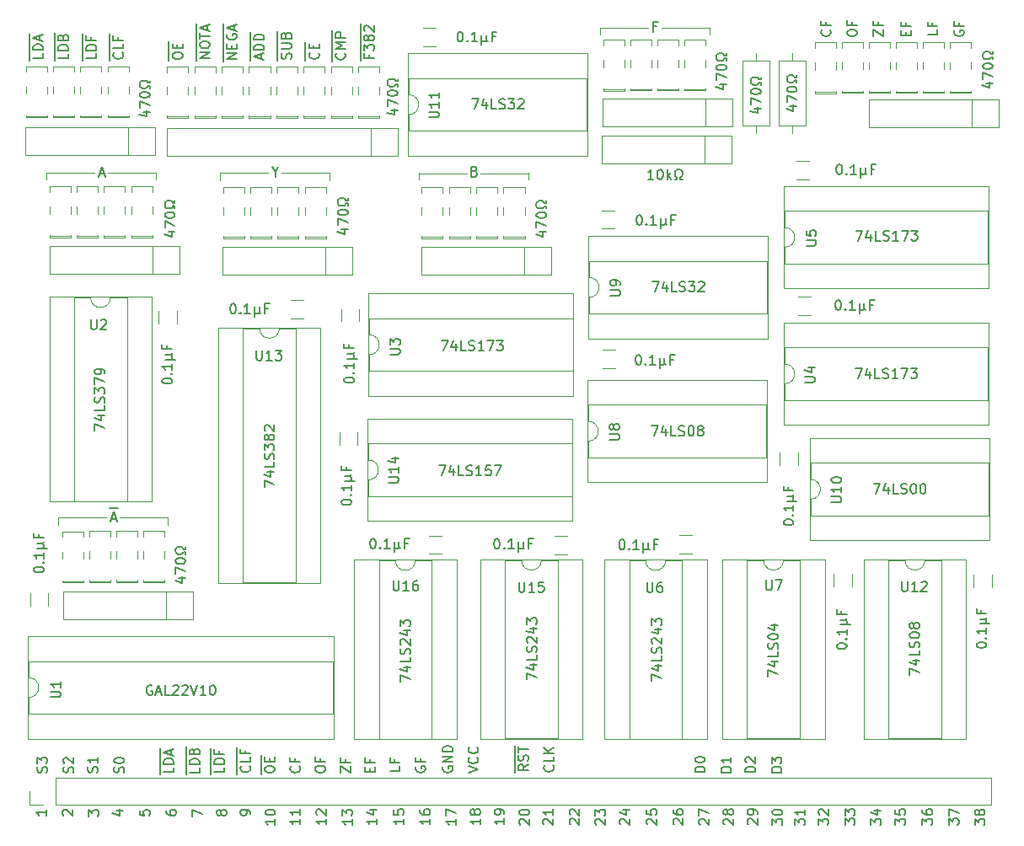
<source format=gbr>
G04 #@! TF.GenerationSoftware,KiCad,Pcbnew,(5.1.4-0-10_14)*
G04 #@! TF.CreationDate,2020-07-24T15:49:08-07:00*
G04 #@! TF.ProjectId,ya4b-alu,79613462-2d61-46c7-952e-6b696361645f,rev?*
G04 #@! TF.SameCoordinates,Original*
G04 #@! TF.FileFunction,Legend,Top*
G04 #@! TF.FilePolarity,Positive*
%FSLAX46Y46*%
G04 Gerber Fmt 4.6, Leading zero omitted, Abs format (unit mm)*
G04 Created by KiCad (PCBNEW (5.1.4-0-10_14)) date 2020-07-24 15:49:08*
%MOMM*%
%LPD*%
G04 APERTURE LIST*
%ADD10C,0.120000*%
%ADD11C,0.150000*%
G04 APERTURE END LIST*
D10*
X87142320Y-103808530D02*
X87142320Y-103084630D01*
X70892500Y-138445230D02*
X70892500Y-137721330D01*
X81878000Y-137720060D02*
X81878000Y-138443960D01*
X75713420Y-137717520D02*
X70897580Y-137717520D01*
X77062160Y-137720060D02*
X81878000Y-137720060D01*
D11*
X76006208Y-136772040D02*
X76863351Y-136772040D01*
X76196684Y-137853706D02*
X76672875Y-137853706D01*
X76101446Y-138139420D02*
X76434780Y-137139420D01*
X76768113Y-138139420D01*
X160942440Y-88779646D02*
X160894820Y-88874884D01*
X160894820Y-89017741D01*
X160942440Y-89160599D01*
X161037678Y-89255837D01*
X161132916Y-89303456D01*
X161323392Y-89351075D01*
X161466249Y-89351075D01*
X161656725Y-89303456D01*
X161751963Y-89255837D01*
X161847201Y-89160599D01*
X161894820Y-89017741D01*
X161894820Y-88922503D01*
X161847201Y-88779646D01*
X161799582Y-88732027D01*
X161466249Y-88732027D01*
X161466249Y-88922503D01*
X161371011Y-87970122D02*
X161371011Y-88303456D01*
X161894820Y-88303456D02*
X160894820Y-88303456D01*
X160894820Y-87827265D01*
X159222740Y-88701547D02*
X159222740Y-89177738D01*
X158222740Y-89177738D01*
X158698931Y-88034880D02*
X158698931Y-88368214D01*
X159222740Y-88368214D02*
X158222740Y-88368214D01*
X158222740Y-87892023D01*
X156026851Y-89255837D02*
X156026851Y-88922503D01*
X156550660Y-88779646D02*
X156550660Y-89255837D01*
X155550660Y-89255837D01*
X155550660Y-88779646D01*
X156026851Y-88017741D02*
X156026851Y-88351075D01*
X156550660Y-88351075D02*
X155550660Y-88351075D01*
X155550660Y-87874884D01*
X152779520Y-89311384D02*
X152779520Y-88644718D01*
X153779520Y-89311384D01*
X153779520Y-88644718D01*
X153255711Y-87930432D02*
X153255711Y-88263765D01*
X153779520Y-88263765D02*
X152779520Y-88263765D01*
X152779520Y-87787575D01*
X150140460Y-89106309D02*
X150140460Y-88915833D01*
X150188080Y-88820595D01*
X150283318Y-88725357D01*
X150473794Y-88677738D01*
X150807127Y-88677738D01*
X150997603Y-88725357D01*
X151092841Y-88820595D01*
X151140460Y-88915833D01*
X151140460Y-89106309D01*
X151092841Y-89201547D01*
X150997603Y-89296785D01*
X150807127Y-89344404D01*
X150473794Y-89344404D01*
X150283318Y-89296785D01*
X150188080Y-89201547D01*
X150140460Y-89106309D01*
X150616651Y-87915833D02*
X150616651Y-88249166D01*
X151140460Y-88249166D02*
X150140460Y-88249166D01*
X150140460Y-87772976D01*
X148406162Y-88701547D02*
X148453781Y-88749166D01*
X148501400Y-88892023D01*
X148501400Y-88987261D01*
X148453781Y-89130119D01*
X148358543Y-89225357D01*
X148263305Y-89272976D01*
X148072829Y-89320595D01*
X147929972Y-89320595D01*
X147739496Y-89272976D01*
X147644258Y-89225357D01*
X147549020Y-89130119D01*
X147501400Y-88987261D01*
X147501400Y-88892023D01*
X147549020Y-88749166D01*
X147596639Y-88701547D01*
X147977591Y-87939642D02*
X147977591Y-88272976D01*
X148501400Y-88272976D02*
X147501400Y-88272976D01*
X147501400Y-87796785D01*
D10*
X125301760Y-89201730D02*
X125301760Y-88477830D01*
X136287260Y-88476560D02*
X136287260Y-89200460D01*
X130122680Y-88474020D02*
X125306840Y-88474020D01*
X131471420Y-88476560D02*
X136287260Y-88476560D01*
D11*
X130986897Y-88372111D02*
X130653563Y-88372111D01*
X130653563Y-88895920D02*
X130653563Y-87895920D01*
X131129754Y-87895920D01*
D10*
X91961800Y-103074460D02*
X87145960Y-103074460D01*
X98126380Y-103077000D02*
X98126380Y-103800900D01*
X93310540Y-103077000D02*
X98126380Y-103077000D01*
D11*
X92683160Y-103020170D02*
X92683160Y-103496360D01*
X92349826Y-102496360D02*
X92683160Y-103020170D01*
X93016493Y-102496360D01*
D10*
X118092220Y-103030020D02*
X118092220Y-103753920D01*
X111927640Y-103118920D02*
X107111800Y-103118920D01*
X113276380Y-103121460D02*
X118092220Y-103121460D01*
X107106720Y-103755190D02*
X107106720Y-103031290D01*
D11*
X112720428Y-102925571D02*
X112863285Y-102973190D01*
X112910904Y-103020809D01*
X112958523Y-103116047D01*
X112958523Y-103258904D01*
X112910904Y-103354142D01*
X112863285Y-103401761D01*
X112768047Y-103449380D01*
X112387095Y-103449380D01*
X112387095Y-102449380D01*
X112720428Y-102449380D01*
X112815666Y-102497000D01*
X112863285Y-102544619D01*
X112910904Y-102639857D01*
X112910904Y-102735095D01*
X112863285Y-102830333D01*
X112815666Y-102877952D01*
X112720428Y-102925571D01*
X112387095Y-102925571D01*
D10*
X69702680Y-103760270D02*
X69702680Y-103036370D01*
X74523600Y-103032560D02*
X69707760Y-103032560D01*
X80688180Y-103035100D02*
X80688180Y-103759000D01*
X75872340Y-103035100D02*
X80688180Y-103035100D01*
D11*
X75006864Y-103168746D02*
X75483055Y-103168746D01*
X74911626Y-103454460D02*
X75244960Y-102454460D01*
X75578293Y-103454460D01*
X101236180Y-91798542D02*
X101236180Y-90941400D01*
X102079751Y-91227114D02*
X102079751Y-91560447D01*
X102603560Y-91560447D02*
X101603560Y-91560447D01*
X101603560Y-91084257D01*
X101236180Y-90941400D02*
X101236180Y-89989019D01*
X101603560Y-90798542D02*
X101603560Y-90179495D01*
X101984513Y-90512828D01*
X101984513Y-90369971D01*
X102032132Y-90274733D01*
X102079751Y-90227114D01*
X102174989Y-90179495D01*
X102413084Y-90179495D01*
X102508322Y-90227114D01*
X102555941Y-90274733D01*
X102603560Y-90369971D01*
X102603560Y-90655685D01*
X102555941Y-90750923D01*
X102508322Y-90798542D01*
X101236180Y-89989019D02*
X101236180Y-89036638D01*
X102032132Y-89608066D02*
X101984513Y-89703304D01*
X101936894Y-89750923D01*
X101841656Y-89798542D01*
X101794037Y-89798542D01*
X101698799Y-89750923D01*
X101651180Y-89703304D01*
X101603560Y-89608066D01*
X101603560Y-89417590D01*
X101651180Y-89322352D01*
X101698799Y-89274733D01*
X101794037Y-89227114D01*
X101841656Y-89227114D01*
X101936894Y-89274733D01*
X101984513Y-89322352D01*
X102032132Y-89417590D01*
X102032132Y-89608066D01*
X102079751Y-89703304D01*
X102127370Y-89750923D01*
X102222608Y-89798542D01*
X102413084Y-89798542D01*
X102508322Y-89750923D01*
X102555941Y-89703304D01*
X102603560Y-89608066D01*
X102603560Y-89417590D01*
X102555941Y-89322352D01*
X102508322Y-89274733D01*
X102413084Y-89227114D01*
X102222608Y-89227114D01*
X102127370Y-89274733D01*
X102079751Y-89322352D01*
X102032132Y-89417590D01*
X101236180Y-89036638D02*
X101236180Y-88084257D01*
X101698799Y-88846161D02*
X101651180Y-88798542D01*
X101603560Y-88703304D01*
X101603560Y-88465209D01*
X101651180Y-88369971D01*
X101698799Y-88322352D01*
X101794037Y-88274733D01*
X101889275Y-88274733D01*
X102032132Y-88322352D01*
X102603560Y-88893780D01*
X102603560Y-88274733D01*
X98365980Y-91873508D02*
X98365980Y-90873508D01*
X99638122Y-91063984D02*
X99685741Y-91111603D01*
X99733360Y-91254460D01*
X99733360Y-91349699D01*
X99685741Y-91492556D01*
X99590503Y-91587794D01*
X99495265Y-91635413D01*
X99304789Y-91683032D01*
X99161932Y-91683032D01*
X98971456Y-91635413D01*
X98876218Y-91587794D01*
X98780980Y-91492556D01*
X98733360Y-91349699D01*
X98733360Y-91254460D01*
X98780980Y-91111603D01*
X98828599Y-91063984D01*
X98365980Y-90873508D02*
X98365980Y-89730651D01*
X99733360Y-90635413D02*
X98733360Y-90635413D01*
X99447646Y-90302080D01*
X98733360Y-89968746D01*
X99733360Y-89968746D01*
X98365980Y-89730651D02*
X98365980Y-88730651D01*
X99733360Y-89492556D02*
X98733360Y-89492556D01*
X98733360Y-89111603D01*
X98780980Y-89016365D01*
X98828599Y-88968746D01*
X98923837Y-88921127D01*
X99066694Y-88921127D01*
X99161932Y-88968746D01*
X99209551Y-89016365D01*
X99257170Y-89111603D01*
X99257170Y-89492556D01*
X95726920Y-91815800D02*
X95726920Y-90815800D01*
X96999062Y-91006277D02*
X97046681Y-91053896D01*
X97094300Y-91196753D01*
X97094300Y-91291991D01*
X97046681Y-91434848D01*
X96951443Y-91530086D01*
X96856205Y-91577705D01*
X96665729Y-91625324D01*
X96522872Y-91625324D01*
X96332396Y-91577705D01*
X96237158Y-91530086D01*
X96141920Y-91434848D01*
X96094300Y-91291991D01*
X96094300Y-91196753D01*
X96141920Y-91053896D01*
X96189539Y-91006277D01*
X95726920Y-90815800D02*
X95726920Y-89911039D01*
X96570491Y-90577705D02*
X96570491Y-90244372D01*
X97094300Y-90101515D02*
X97094300Y-90577705D01*
X96094300Y-90577705D01*
X96094300Y-90101515D01*
X92922760Y-91802080D02*
X92922760Y-90849699D01*
X94242521Y-91611603D02*
X94290140Y-91468746D01*
X94290140Y-91230651D01*
X94242521Y-91135413D01*
X94194902Y-91087794D01*
X94099664Y-91040175D01*
X94004426Y-91040175D01*
X93909188Y-91087794D01*
X93861569Y-91135413D01*
X93813950Y-91230651D01*
X93766331Y-91421127D01*
X93718712Y-91516365D01*
X93671093Y-91563984D01*
X93575855Y-91611603D01*
X93480617Y-91611603D01*
X93385379Y-91563984D01*
X93337760Y-91516365D01*
X93290140Y-91421127D01*
X93290140Y-91183032D01*
X93337760Y-91040175D01*
X92922760Y-90849699D02*
X92922760Y-89802080D01*
X93290140Y-90611603D02*
X94099664Y-90611603D01*
X94194902Y-90563984D01*
X94242521Y-90516365D01*
X94290140Y-90421127D01*
X94290140Y-90230651D01*
X94242521Y-90135413D01*
X94194902Y-90087794D01*
X94099664Y-90040175D01*
X93290140Y-90040175D01*
X92922760Y-89802080D02*
X92922760Y-88802080D01*
X93766331Y-89230651D02*
X93813950Y-89087794D01*
X93861569Y-89040175D01*
X93956807Y-88992556D01*
X94099664Y-88992556D01*
X94194902Y-89040175D01*
X94242521Y-89087794D01*
X94290140Y-89183032D01*
X94290140Y-89563984D01*
X93290140Y-89563984D01*
X93290140Y-89230651D01*
X93337760Y-89135413D01*
X93385379Y-89087794D01*
X93480617Y-89040175D01*
X93575855Y-89040175D01*
X93671093Y-89087794D01*
X93718712Y-89135413D01*
X93766331Y-89230651D01*
X93766331Y-89563984D01*
X90187180Y-91822091D02*
X90187180Y-90964948D01*
X91268846Y-91631615D02*
X91268846Y-91155424D01*
X91554560Y-91726853D02*
X90554560Y-91393520D01*
X91554560Y-91060186D01*
X90187180Y-90964948D02*
X90187180Y-89964948D01*
X91554560Y-90726853D02*
X90554560Y-90726853D01*
X90554560Y-90488758D01*
X90602180Y-90345900D01*
X90697418Y-90250662D01*
X90792656Y-90203043D01*
X90983132Y-90155424D01*
X91125989Y-90155424D01*
X91316465Y-90203043D01*
X91411703Y-90250662D01*
X91506941Y-90345900D01*
X91554560Y-90488758D01*
X91554560Y-90726853D01*
X90187180Y-89964948D02*
X90187180Y-88964948D01*
X91554560Y-89726853D02*
X90554560Y-89726853D01*
X90554560Y-89488758D01*
X90602180Y-89345900D01*
X90697418Y-89250662D01*
X90792656Y-89203043D01*
X90983132Y-89155424D01*
X91125989Y-89155424D01*
X91316465Y-89203043D01*
X91411703Y-89250662D01*
X91506941Y-89345900D01*
X91554560Y-89488758D01*
X91554560Y-89726853D01*
X87451600Y-91869021D02*
X87451600Y-90821402D01*
X88818980Y-91630926D02*
X87818980Y-91630926D01*
X88818980Y-91059498D01*
X87818980Y-91059498D01*
X87451600Y-90821402D02*
X87451600Y-89916640D01*
X88295171Y-90583307D02*
X88295171Y-90249974D01*
X88818980Y-90107117D02*
X88818980Y-90583307D01*
X87818980Y-90583307D01*
X87818980Y-90107117D01*
X87451600Y-89916640D02*
X87451600Y-88916640D01*
X87866600Y-89154736D02*
X87818980Y-89249974D01*
X87818980Y-89392831D01*
X87866600Y-89535688D01*
X87961838Y-89630926D01*
X88057076Y-89678545D01*
X88247552Y-89726164D01*
X88390409Y-89726164D01*
X88580885Y-89678545D01*
X88676123Y-89630926D01*
X88771361Y-89535688D01*
X88818980Y-89392831D01*
X88818980Y-89297593D01*
X88771361Y-89154736D01*
X88723742Y-89107117D01*
X88390409Y-89107117D01*
X88390409Y-89297593D01*
X87451600Y-88916640D02*
X87451600Y-88059498D01*
X88533266Y-88726164D02*
X88533266Y-88249974D01*
X88818980Y-88821402D02*
X87818980Y-88488069D01*
X88818980Y-88154736D01*
X84746500Y-91788382D02*
X84746500Y-90740763D01*
X86113880Y-91550287D02*
X85113880Y-91550287D01*
X86113880Y-90978859D01*
X85113880Y-90978859D01*
X84746500Y-90740763D02*
X84746500Y-89693144D01*
X85113880Y-90312192D02*
X85113880Y-90121716D01*
X85161500Y-90026478D01*
X85256738Y-89931240D01*
X85447214Y-89883620D01*
X85780547Y-89883620D01*
X85971023Y-89931240D01*
X86066261Y-90026478D01*
X86113880Y-90121716D01*
X86113880Y-90312192D01*
X86066261Y-90407430D01*
X85971023Y-90502668D01*
X85780547Y-90550287D01*
X85447214Y-90550287D01*
X85256738Y-90502668D01*
X85161500Y-90407430D01*
X85113880Y-90312192D01*
X84746500Y-89693144D02*
X84746500Y-88931240D01*
X85113880Y-89597906D02*
X85113880Y-89026478D01*
X86113880Y-89312192D02*
X85113880Y-89312192D01*
X84746500Y-88931240D02*
X84746500Y-88074097D01*
X85828166Y-88740763D02*
X85828166Y-88264573D01*
X86113880Y-88836001D02*
X85113880Y-88502668D01*
X86113880Y-88169335D01*
X82008380Y-91831990D02*
X82008380Y-90784371D01*
X82375760Y-91403419D02*
X82375760Y-91212942D01*
X82423380Y-91117704D01*
X82518618Y-91022466D01*
X82709094Y-90974847D01*
X83042427Y-90974847D01*
X83232903Y-91022466D01*
X83328141Y-91117704D01*
X83375760Y-91212942D01*
X83375760Y-91403419D01*
X83328141Y-91498657D01*
X83232903Y-91593895D01*
X83042427Y-91641514D01*
X82709094Y-91641514D01*
X82518618Y-91593895D01*
X82423380Y-91498657D01*
X82375760Y-91403419D01*
X82008380Y-90784371D02*
X82008380Y-89879609D01*
X82851951Y-90546276D02*
X82851951Y-90212942D01*
X83375760Y-90070085D02*
X83375760Y-90546276D01*
X82375760Y-90546276D01*
X82375760Y-90070085D01*
X76047000Y-91797973D02*
X76047000Y-90797973D01*
X77319142Y-90988449D02*
X77366761Y-91036068D01*
X77414380Y-91178925D01*
X77414380Y-91274163D01*
X77366761Y-91417020D01*
X77271523Y-91512259D01*
X77176285Y-91559878D01*
X76985809Y-91607497D01*
X76842952Y-91607497D01*
X76652476Y-91559878D01*
X76557238Y-91512259D01*
X76462000Y-91417020D01*
X76414380Y-91274163D01*
X76414380Y-91178925D01*
X76462000Y-91036068D01*
X76509619Y-90988449D01*
X76047000Y-90797973D02*
X76047000Y-89988449D01*
X77414380Y-90083687D02*
X77414380Y-90559878D01*
X76414380Y-90559878D01*
X76047000Y-89988449D02*
X76047000Y-89131306D01*
X76890571Y-89417020D02*
X76890571Y-89750354D01*
X77414380Y-89750354D02*
X76414380Y-89750354D01*
X76414380Y-89274163D01*
X73341900Y-91797973D02*
X73341900Y-90988449D01*
X74709280Y-91083687D02*
X74709280Y-91559878D01*
X73709280Y-91559878D01*
X73341900Y-90988449D02*
X73341900Y-89988449D01*
X74709280Y-90750354D02*
X73709280Y-90750354D01*
X73709280Y-90512259D01*
X73756900Y-90369401D01*
X73852138Y-90274163D01*
X73947376Y-90226544D01*
X74137852Y-90178925D01*
X74280709Y-90178925D01*
X74471185Y-90226544D01*
X74566423Y-90274163D01*
X74661661Y-90369401D01*
X74709280Y-90512259D01*
X74709280Y-90750354D01*
X73341900Y-89988449D02*
X73341900Y-89131306D01*
X74185471Y-89417020D02*
X74185471Y-89750354D01*
X74709280Y-89750354D02*
X73709280Y-89750354D01*
X73709280Y-89274163D01*
X70504720Y-91803361D02*
X70504720Y-90993838D01*
X71872100Y-91089076D02*
X71872100Y-91565266D01*
X70872100Y-91565266D01*
X70504720Y-90993838D02*
X70504720Y-89993838D01*
X71872100Y-90755742D02*
X70872100Y-90755742D01*
X70872100Y-90517647D01*
X70919720Y-90374790D01*
X71014958Y-90279552D01*
X71110196Y-90231933D01*
X71300672Y-90184314D01*
X71443529Y-90184314D01*
X71634005Y-90231933D01*
X71729243Y-90279552D01*
X71824481Y-90374790D01*
X71872100Y-90517647D01*
X71872100Y-90755742D01*
X70504720Y-89993838D02*
X70504720Y-88993838D01*
X71348291Y-89422409D02*
X71395910Y-89279552D01*
X71443529Y-89231933D01*
X71538767Y-89184314D01*
X71681624Y-89184314D01*
X71776862Y-89231933D01*
X71824481Y-89279552D01*
X71872100Y-89374790D01*
X71872100Y-89755742D01*
X70872100Y-89755742D01*
X70872100Y-89422409D01*
X70919720Y-89327171D01*
X70967339Y-89279552D01*
X71062577Y-89231933D01*
X71157815Y-89231933D01*
X71253053Y-89279552D01*
X71300672Y-89327171D01*
X71348291Y-89422409D01*
X71348291Y-89755742D01*
X67964720Y-91764953D02*
X67964720Y-90955429D01*
X69332100Y-91050667D02*
X69332100Y-91526858D01*
X68332100Y-91526858D01*
X67964720Y-90955429D02*
X67964720Y-89955429D01*
X69332100Y-90717334D02*
X68332100Y-90717334D01*
X68332100Y-90479239D01*
X68379720Y-90336381D01*
X68474958Y-90241143D01*
X68570196Y-90193524D01*
X68760672Y-90145905D01*
X68903529Y-90145905D01*
X69094005Y-90193524D01*
X69189243Y-90241143D01*
X69284481Y-90336381D01*
X69332100Y-90479239D01*
X69332100Y-90717334D01*
X67964720Y-89955429D02*
X67964720Y-89098286D01*
X69046386Y-89764953D02*
X69046386Y-89288762D01*
X69332100Y-89860191D02*
X68332100Y-89526858D01*
X69332100Y-89193524D01*
X135844540Y-163287935D02*
X134844540Y-163287935D01*
X134844540Y-163049840D01*
X134892160Y-162906982D01*
X134987398Y-162811744D01*
X135082636Y-162764125D01*
X135273112Y-162716506D01*
X135415969Y-162716506D01*
X135606445Y-162764125D01*
X135701683Y-162811744D01*
X135796921Y-162906982D01*
X135844540Y-163049840D01*
X135844540Y-163287935D01*
X134844540Y-162097459D02*
X134844540Y-162002220D01*
X134892160Y-161906982D01*
X134939779Y-161859363D01*
X135035017Y-161811744D01*
X135225493Y-161764125D01*
X135463588Y-161764125D01*
X135654064Y-161811744D01*
X135749302Y-161859363D01*
X135796921Y-161906982D01*
X135844540Y-162002220D01*
X135844540Y-162097459D01*
X135796921Y-162192697D01*
X135749302Y-162240316D01*
X135654064Y-162287935D01*
X135463588Y-162335554D01*
X135225493Y-162335554D01*
X135035017Y-162287935D01*
X134939779Y-162240316D01*
X134892160Y-162192697D01*
X134844540Y-162097459D01*
X143553440Y-163320955D02*
X142553440Y-163320955D01*
X142553440Y-163082860D01*
X142601060Y-162940002D01*
X142696298Y-162844764D01*
X142791536Y-162797145D01*
X142982012Y-162749526D01*
X143124869Y-162749526D01*
X143315345Y-162797145D01*
X143410583Y-162844764D01*
X143505821Y-162940002D01*
X143553440Y-163082860D01*
X143553440Y-163320955D01*
X142553440Y-162416193D02*
X142553440Y-161797145D01*
X142934393Y-162130479D01*
X142934393Y-161987621D01*
X142982012Y-161892383D01*
X143029631Y-161844764D01*
X143124869Y-161797145D01*
X143362964Y-161797145D01*
X143458202Y-161844764D01*
X143505821Y-161892383D01*
X143553440Y-161987621D01*
X143553440Y-162273336D01*
X143505821Y-162368574D01*
X143458202Y-162416193D01*
X140914380Y-163287935D02*
X139914380Y-163287935D01*
X139914380Y-163049840D01*
X139962000Y-162906982D01*
X140057238Y-162811744D01*
X140152476Y-162764125D01*
X140342952Y-162716506D01*
X140485809Y-162716506D01*
X140676285Y-162764125D01*
X140771523Y-162811744D01*
X140866761Y-162906982D01*
X140914380Y-163049840D01*
X140914380Y-163287935D01*
X140009619Y-162335554D02*
X139962000Y-162287935D01*
X139914380Y-162192697D01*
X139914380Y-161954601D01*
X139962000Y-161859363D01*
X140009619Y-161811744D01*
X140104857Y-161764125D01*
X140200095Y-161764125D01*
X140342952Y-161811744D01*
X140914380Y-162383173D01*
X140914380Y-161764125D01*
X138473440Y-163320955D02*
X137473440Y-163320955D01*
X137473440Y-163082860D01*
X137521060Y-162940002D01*
X137616298Y-162844764D01*
X137711536Y-162797145D01*
X137902012Y-162749526D01*
X138044869Y-162749526D01*
X138235345Y-162797145D01*
X138330583Y-162844764D01*
X138425821Y-162940002D01*
X138473440Y-163082860D01*
X138473440Y-163320955D01*
X138473440Y-161797145D02*
X138473440Y-162368574D01*
X138473440Y-162082860D02*
X137473440Y-162082860D01*
X137616298Y-162178098D01*
X137711536Y-162273336D01*
X137759155Y-162368574D01*
X116730180Y-163345642D02*
X116730180Y-162345642D01*
X118097560Y-162536119D02*
X117621370Y-162869452D01*
X118097560Y-163107547D02*
X117097560Y-163107547D01*
X117097560Y-162726595D01*
X117145180Y-162631357D01*
X117192799Y-162583738D01*
X117288037Y-162536119D01*
X117430894Y-162536119D01*
X117526132Y-162583738D01*
X117573751Y-162631357D01*
X117621370Y-162726595D01*
X117621370Y-163107547D01*
X116730180Y-162345642D02*
X116730180Y-161393261D01*
X118049941Y-162155166D02*
X118097560Y-162012309D01*
X118097560Y-161774214D01*
X118049941Y-161678976D01*
X118002322Y-161631357D01*
X117907084Y-161583738D01*
X117811846Y-161583738D01*
X117716608Y-161631357D01*
X117668989Y-161678976D01*
X117621370Y-161774214D01*
X117573751Y-161964690D01*
X117526132Y-162059928D01*
X117478513Y-162107547D01*
X117383275Y-162155166D01*
X117288037Y-162155166D01*
X117192799Y-162107547D01*
X117145180Y-162059928D01*
X117097560Y-161964690D01*
X117097560Y-161726595D01*
X117145180Y-161583738D01*
X116730180Y-161393261D02*
X116730180Y-160631357D01*
X117097560Y-161298023D02*
X117097560Y-160726595D01*
X118097560Y-161012309D02*
X117097560Y-161012309D01*
X120575342Y-162616758D02*
X120622961Y-162664377D01*
X120670580Y-162807234D01*
X120670580Y-162902472D01*
X120622961Y-163045329D01*
X120527723Y-163140567D01*
X120432485Y-163188186D01*
X120242009Y-163235805D01*
X120099152Y-163235805D01*
X119908676Y-163188186D01*
X119813438Y-163140567D01*
X119718200Y-163045329D01*
X119670580Y-162902472D01*
X119670580Y-162807234D01*
X119718200Y-162664377D01*
X119765819Y-162616758D01*
X120670580Y-161711996D02*
X120670580Y-162188186D01*
X119670580Y-162188186D01*
X120670580Y-161378662D02*
X119670580Y-161378662D01*
X120670580Y-160807234D02*
X120099152Y-161235805D01*
X119670580Y-160807234D02*
X120242009Y-161378662D01*
X112083600Y-163354853D02*
X113083600Y-163021520D01*
X112083600Y-162688186D01*
X112988362Y-161783424D02*
X113035981Y-161831043D01*
X113083600Y-161973900D01*
X113083600Y-162069139D01*
X113035981Y-162211996D01*
X112940743Y-162307234D01*
X112845505Y-162354853D01*
X112655029Y-162402472D01*
X112512172Y-162402472D01*
X112321696Y-162354853D01*
X112226458Y-162307234D01*
X112131220Y-162211996D01*
X112083600Y-162069139D01*
X112083600Y-161973900D01*
X112131220Y-161831043D01*
X112178839Y-161783424D01*
X112988362Y-160783424D02*
X113035981Y-160831043D01*
X113083600Y-160973900D01*
X113083600Y-161069139D01*
X113035981Y-161211996D01*
X112940743Y-161307234D01*
X112845505Y-161354853D01*
X112655029Y-161402472D01*
X112512172Y-161402472D01*
X112321696Y-161354853D01*
X112226458Y-161307234D01*
X112131220Y-161211996D01*
X112083600Y-161069139D01*
X112083600Y-160973900D01*
X112131220Y-160831043D01*
X112178839Y-160783424D01*
X109558200Y-162750404D02*
X109510580Y-162845642D01*
X109510580Y-162988500D01*
X109558200Y-163131357D01*
X109653438Y-163226595D01*
X109748676Y-163274214D01*
X109939152Y-163321833D01*
X110082009Y-163321833D01*
X110272485Y-163274214D01*
X110367723Y-163226595D01*
X110462961Y-163131357D01*
X110510580Y-162988500D01*
X110510580Y-162893261D01*
X110462961Y-162750404D01*
X110415342Y-162702785D01*
X110082009Y-162702785D01*
X110082009Y-162893261D01*
X110510580Y-162274214D02*
X109510580Y-162274214D01*
X110510580Y-161702785D01*
X109510580Y-161702785D01*
X110510580Y-161226595D02*
X109510580Y-161226595D01*
X109510580Y-160988500D01*
X109558200Y-160845642D01*
X109653438Y-160750404D01*
X109748676Y-160702785D01*
X109939152Y-160655166D01*
X110082009Y-160655166D01*
X110272485Y-160702785D01*
X110367723Y-160750404D01*
X110462961Y-160845642D01*
X110510580Y-160988500D01*
X110510580Y-161226595D01*
X105199440Y-162668887D02*
X105199440Y-163145078D01*
X104199440Y-163145078D01*
X104675631Y-162002220D02*
X104675631Y-162335554D01*
X105199440Y-162335554D02*
X104199440Y-162335554D01*
X104199440Y-161859363D01*
X102168651Y-163225717D02*
X102168651Y-162892383D01*
X102692460Y-162749526D02*
X102692460Y-163225717D01*
X101692460Y-163225717D01*
X101692460Y-162749526D01*
X102168651Y-161987621D02*
X102168651Y-162320955D01*
X102692460Y-162320955D02*
X101692460Y-162320955D01*
X101692460Y-161844764D01*
X106820080Y-162749526D02*
X106772460Y-162844764D01*
X106772460Y-162987621D01*
X106820080Y-163130479D01*
X106915318Y-163225717D01*
X107010556Y-163273336D01*
X107201032Y-163320955D01*
X107343889Y-163320955D01*
X107534365Y-163273336D01*
X107629603Y-163225717D01*
X107724841Y-163130479D01*
X107772460Y-162987621D01*
X107772460Y-162892383D01*
X107724841Y-162749526D01*
X107677222Y-162701907D01*
X107343889Y-162701907D01*
X107343889Y-162892383D01*
X107248651Y-161940002D02*
X107248651Y-162273336D01*
X107772460Y-162273336D02*
X106772460Y-162273336D01*
X106772460Y-161797145D01*
X91261600Y-163526030D02*
X91261600Y-162478411D01*
X91628980Y-163097459D02*
X91628980Y-162906982D01*
X91676600Y-162811744D01*
X91771838Y-162716506D01*
X91962314Y-162668887D01*
X92295647Y-162668887D01*
X92486123Y-162716506D01*
X92581361Y-162811744D01*
X92628980Y-162906982D01*
X92628980Y-163097459D01*
X92581361Y-163192697D01*
X92486123Y-163287935D01*
X92295647Y-163335554D01*
X91962314Y-163335554D01*
X91771838Y-163287935D01*
X91676600Y-163192697D01*
X91628980Y-163097459D01*
X91261600Y-162478411D02*
X91261600Y-161573649D01*
X92105171Y-162240316D02*
X92105171Y-161906982D01*
X92628980Y-161764125D02*
X92628980Y-162240316D01*
X91628980Y-162240316D01*
X91628980Y-161764125D01*
X99282000Y-163344764D02*
X99282000Y-162678098D01*
X100282000Y-163344764D01*
X100282000Y-162678098D01*
X99758191Y-161963812D02*
X99758191Y-162297145D01*
X100282000Y-162297145D02*
X99282000Y-162297145D01*
X99282000Y-161820955D01*
X96708980Y-163073649D02*
X96708980Y-162883173D01*
X96756600Y-162787935D01*
X96851838Y-162692697D01*
X97042314Y-162645078D01*
X97375647Y-162645078D01*
X97566123Y-162692697D01*
X97661361Y-162787935D01*
X97708980Y-162883173D01*
X97708980Y-163073649D01*
X97661361Y-163168887D01*
X97566123Y-163264125D01*
X97375647Y-163311744D01*
X97042314Y-163311744D01*
X96851838Y-163264125D01*
X96756600Y-163168887D01*
X96708980Y-163073649D01*
X97185171Y-161883173D02*
X97185171Y-162216506D01*
X97708980Y-162216506D02*
X96708980Y-162216506D01*
X96708980Y-161740316D01*
X95106762Y-162701907D02*
X95154381Y-162749526D01*
X95202000Y-162892383D01*
X95202000Y-162987621D01*
X95154381Y-163130479D01*
X95059143Y-163225717D01*
X94963905Y-163273336D01*
X94773429Y-163320955D01*
X94630572Y-163320955D01*
X94440096Y-163273336D01*
X94344858Y-163225717D01*
X94249620Y-163130479D01*
X94202000Y-162987621D01*
X94202000Y-162892383D01*
X94249620Y-162749526D01*
X94297239Y-162701907D01*
X94678191Y-161940002D02*
X94678191Y-162273336D01*
X95202000Y-162273336D02*
X94202000Y-162273336D01*
X94202000Y-161797145D01*
X81101600Y-163519953D02*
X81101600Y-162710429D01*
X82468980Y-162805667D02*
X82468980Y-163281858D01*
X81468980Y-163281858D01*
X81101600Y-162710429D02*
X81101600Y-161710429D01*
X82468980Y-162472334D02*
X81468980Y-162472334D01*
X81468980Y-162234239D01*
X81516600Y-162091381D01*
X81611838Y-161996143D01*
X81707076Y-161948524D01*
X81897552Y-161900905D01*
X82040409Y-161900905D01*
X82230885Y-161948524D01*
X82326123Y-161996143D01*
X82421361Y-162091381D01*
X82468980Y-162234239D01*
X82468980Y-162472334D01*
X81101600Y-161710429D02*
X81101600Y-160853286D01*
X82183266Y-161519953D02*
X82183266Y-161043762D01*
X82468980Y-161615191D02*
X81468980Y-161281858D01*
X82468980Y-160948524D01*
X88820660Y-163486933D02*
X88820660Y-162486933D01*
X90092802Y-162677409D02*
X90140421Y-162725028D01*
X90188040Y-162867885D01*
X90188040Y-162963123D01*
X90140421Y-163105980D01*
X90045183Y-163201219D01*
X89949945Y-163248838D01*
X89759469Y-163296457D01*
X89616612Y-163296457D01*
X89426136Y-163248838D01*
X89330898Y-163201219D01*
X89235660Y-163105980D01*
X89188040Y-162963123D01*
X89188040Y-162867885D01*
X89235660Y-162725028D01*
X89283279Y-162677409D01*
X88820660Y-162486933D02*
X88820660Y-161677409D01*
X90188040Y-161772647D02*
X90188040Y-162248838D01*
X89188040Y-162248838D01*
X88820660Y-161677409D02*
X88820660Y-160820266D01*
X89664231Y-161105980D02*
X89664231Y-161439314D01*
X90188040Y-161439314D02*
X89188040Y-161439314D01*
X89188040Y-160963123D01*
X86214620Y-163519953D02*
X86214620Y-162710429D01*
X87582000Y-162805667D02*
X87582000Y-163281858D01*
X86582000Y-163281858D01*
X86214620Y-162710429D02*
X86214620Y-161710429D01*
X87582000Y-162472334D02*
X86582000Y-162472334D01*
X86582000Y-162234239D01*
X86629620Y-162091381D01*
X86724858Y-161996143D01*
X86820096Y-161948524D01*
X87010572Y-161900905D01*
X87153429Y-161900905D01*
X87343905Y-161948524D01*
X87439143Y-161996143D01*
X87534381Y-162091381D01*
X87582000Y-162234239D01*
X87582000Y-162472334D01*
X86214620Y-161710429D02*
X86214620Y-160853286D01*
X87058191Y-161139000D02*
X87058191Y-161472334D01*
X87582000Y-161472334D02*
X86582000Y-161472334D01*
X86582000Y-160996143D01*
X83707640Y-163558361D02*
X83707640Y-162748838D01*
X85075020Y-162844076D02*
X85075020Y-163320266D01*
X84075020Y-163320266D01*
X83707640Y-162748838D02*
X83707640Y-161748838D01*
X85075020Y-162510742D02*
X84075020Y-162510742D01*
X84075020Y-162272647D01*
X84122640Y-162129790D01*
X84217878Y-162034552D01*
X84313116Y-161986933D01*
X84503592Y-161939314D01*
X84646449Y-161939314D01*
X84836925Y-161986933D01*
X84932163Y-162034552D01*
X85027401Y-162129790D01*
X85075020Y-162272647D01*
X85075020Y-162510742D01*
X83707640Y-161748838D02*
X83707640Y-160748838D01*
X84551211Y-161177409D02*
X84598830Y-161034552D01*
X84646449Y-160986933D01*
X84741687Y-160939314D01*
X84884544Y-160939314D01*
X84979782Y-160986933D01*
X85027401Y-161034552D01*
X85075020Y-161129790D01*
X85075020Y-161510742D01*
X84075020Y-161510742D01*
X84075020Y-161177409D01*
X84122640Y-161082171D01*
X84170259Y-161034552D01*
X84265497Y-160986933D01*
X84360735Y-160986933D01*
X84455973Y-161034552D01*
X84503592Y-161082171D01*
X84551211Y-161177409D01*
X84551211Y-161510742D01*
X74801361Y-163311744D02*
X74848980Y-163168887D01*
X74848980Y-162930792D01*
X74801361Y-162835554D01*
X74753742Y-162787935D01*
X74658504Y-162740316D01*
X74563266Y-162740316D01*
X74468028Y-162787935D01*
X74420409Y-162835554D01*
X74372790Y-162930792D01*
X74325171Y-163121268D01*
X74277552Y-163216506D01*
X74229933Y-163264125D01*
X74134695Y-163311744D01*
X74039457Y-163311744D01*
X73944219Y-163264125D01*
X73896600Y-163216506D01*
X73848980Y-163121268D01*
X73848980Y-162883173D01*
X73896600Y-162740316D01*
X74848980Y-161787935D02*
X74848980Y-162359363D01*
X74848980Y-162073649D02*
X73848980Y-162073649D01*
X73991838Y-162168887D01*
X74087076Y-162264125D01*
X74134695Y-162359363D01*
X77440421Y-163344764D02*
X77488040Y-163201907D01*
X77488040Y-162963812D01*
X77440421Y-162868574D01*
X77392802Y-162820955D01*
X77297564Y-162773336D01*
X77202326Y-162773336D01*
X77107088Y-162820955D01*
X77059469Y-162868574D01*
X77011850Y-162963812D01*
X76964231Y-163154288D01*
X76916612Y-163249526D01*
X76868993Y-163297145D01*
X76773755Y-163344764D01*
X76678517Y-163344764D01*
X76583279Y-163297145D01*
X76535660Y-163249526D01*
X76488040Y-163154288D01*
X76488040Y-162916193D01*
X76535660Y-162773336D01*
X76488040Y-162154288D02*
X76488040Y-162059050D01*
X76535660Y-161963812D01*
X76583279Y-161916193D01*
X76678517Y-161868574D01*
X76868993Y-161820955D01*
X77107088Y-161820955D01*
X77297564Y-161868574D01*
X77392802Y-161916193D01*
X77440421Y-161963812D01*
X77488040Y-162059050D01*
X77488040Y-162154288D01*
X77440421Y-162249526D01*
X77392802Y-162297145D01*
X77297564Y-162344764D01*
X77107088Y-162392383D01*
X76868993Y-162392383D01*
X76678517Y-162344764D01*
X76583279Y-162297145D01*
X76535660Y-162249526D01*
X76488040Y-162154288D01*
X72360421Y-163344764D02*
X72408040Y-163201907D01*
X72408040Y-162963812D01*
X72360421Y-162868574D01*
X72312802Y-162820955D01*
X72217564Y-162773336D01*
X72122326Y-162773336D01*
X72027088Y-162820955D01*
X71979469Y-162868574D01*
X71931850Y-162963812D01*
X71884231Y-163154288D01*
X71836612Y-163249526D01*
X71788993Y-163297145D01*
X71693755Y-163344764D01*
X71598517Y-163344764D01*
X71503279Y-163297145D01*
X71455660Y-163249526D01*
X71408040Y-163154288D01*
X71408040Y-162916193D01*
X71455660Y-162773336D01*
X71503279Y-162392383D02*
X71455660Y-162344764D01*
X71408040Y-162249526D01*
X71408040Y-162011431D01*
X71455660Y-161916193D01*
X71503279Y-161868574D01*
X71598517Y-161820955D01*
X71693755Y-161820955D01*
X71836612Y-161868574D01*
X72408040Y-162440002D01*
X72408040Y-161820955D01*
X69731521Y-163311744D02*
X69779140Y-163168887D01*
X69779140Y-162930792D01*
X69731521Y-162835554D01*
X69683902Y-162787935D01*
X69588664Y-162740316D01*
X69493426Y-162740316D01*
X69398188Y-162787935D01*
X69350569Y-162835554D01*
X69302950Y-162930792D01*
X69255331Y-163121268D01*
X69207712Y-163216506D01*
X69160093Y-163264125D01*
X69064855Y-163311744D01*
X68969617Y-163311744D01*
X68874379Y-163264125D01*
X68826760Y-163216506D01*
X68779140Y-163121268D01*
X68779140Y-162883173D01*
X68826760Y-162740316D01*
X68779140Y-162406982D02*
X68779140Y-161787935D01*
X69160093Y-162121268D01*
X69160093Y-161978411D01*
X69207712Y-161883173D01*
X69255331Y-161835554D01*
X69350569Y-161787935D01*
X69588664Y-161787935D01*
X69683902Y-161835554D01*
X69731521Y-161883173D01*
X69779140Y-161978411D01*
X69779140Y-162264125D01*
X69731521Y-162359363D01*
X69683902Y-162406982D01*
X160348680Y-168581603D02*
X160348680Y-167962556D01*
X160729633Y-168295889D01*
X160729633Y-168153032D01*
X160777252Y-168057794D01*
X160824871Y-168010175D01*
X160920109Y-167962556D01*
X161158204Y-167962556D01*
X161253442Y-168010175D01*
X161301061Y-168057794D01*
X161348680Y-168153032D01*
X161348680Y-168438746D01*
X161301061Y-168533984D01*
X161253442Y-168581603D01*
X160348680Y-167629222D02*
X160348680Y-166962556D01*
X161348680Y-167391127D01*
X157691840Y-168584143D02*
X157691840Y-167965096D01*
X158072793Y-168298429D01*
X158072793Y-168155572D01*
X158120412Y-168060334D01*
X158168031Y-168012715D01*
X158263269Y-167965096D01*
X158501364Y-167965096D01*
X158596602Y-168012715D01*
X158644221Y-168060334D01*
X158691840Y-168155572D01*
X158691840Y-168441286D01*
X158644221Y-168536524D01*
X158596602Y-168584143D01*
X157691840Y-167107953D02*
X157691840Y-167298429D01*
X157739460Y-167393667D01*
X157787079Y-167441286D01*
X157929936Y-167536524D01*
X158120412Y-167584143D01*
X158501364Y-167584143D01*
X158596602Y-167536524D01*
X158644221Y-167488905D01*
X158691840Y-167393667D01*
X158691840Y-167203191D01*
X158644221Y-167107953D01*
X158596602Y-167060334D01*
X158501364Y-167012715D01*
X158263269Y-167012715D01*
X158168031Y-167060334D01*
X158120412Y-167107953D01*
X158072793Y-167203191D01*
X158072793Y-167393667D01*
X158120412Y-167488905D01*
X158168031Y-167536524D01*
X158263269Y-167584143D01*
X162959800Y-168607003D02*
X162959800Y-167987956D01*
X163340753Y-168321289D01*
X163340753Y-168178432D01*
X163388372Y-168083194D01*
X163435991Y-168035575D01*
X163531229Y-167987956D01*
X163769324Y-167987956D01*
X163864562Y-168035575D01*
X163912181Y-168083194D01*
X163959800Y-168178432D01*
X163959800Y-168464146D01*
X163912181Y-168559384D01*
X163864562Y-168607003D01*
X163388372Y-167416527D02*
X163340753Y-167511765D01*
X163293134Y-167559384D01*
X163197896Y-167607003D01*
X163150277Y-167607003D01*
X163055039Y-167559384D01*
X163007420Y-167511765D01*
X162959800Y-167416527D01*
X162959800Y-167226051D01*
X163007420Y-167130813D01*
X163055039Y-167083194D01*
X163150277Y-167035575D01*
X163197896Y-167035575D01*
X163293134Y-167083194D01*
X163340753Y-167130813D01*
X163388372Y-167226051D01*
X163388372Y-167416527D01*
X163435991Y-167511765D01*
X163483610Y-167559384D01*
X163578848Y-167607003D01*
X163769324Y-167607003D01*
X163864562Y-167559384D01*
X163912181Y-167511765D01*
X163959800Y-167416527D01*
X163959800Y-167226051D01*
X163912181Y-167130813D01*
X163864562Y-167083194D01*
X163769324Y-167035575D01*
X163578848Y-167035575D01*
X163483610Y-167083194D01*
X163435991Y-167130813D01*
X163388372Y-167226051D01*
X154986740Y-168584143D02*
X154986740Y-167965096D01*
X155367693Y-168298429D01*
X155367693Y-168155572D01*
X155415312Y-168060334D01*
X155462931Y-168012715D01*
X155558169Y-167965096D01*
X155796264Y-167965096D01*
X155891502Y-168012715D01*
X155939121Y-168060334D01*
X155986740Y-168155572D01*
X155986740Y-168441286D01*
X155939121Y-168536524D01*
X155891502Y-168584143D01*
X154986740Y-167060334D02*
X154986740Y-167536524D01*
X155462931Y-167584143D01*
X155415312Y-167536524D01*
X155367693Y-167441286D01*
X155367693Y-167203191D01*
X155415312Y-167107953D01*
X155462931Y-167060334D01*
X155558169Y-167012715D01*
X155796264Y-167012715D01*
X155891502Y-167060334D01*
X155939121Y-167107953D01*
X155986740Y-167203191D01*
X155986740Y-167441286D01*
X155939121Y-167536524D01*
X155891502Y-167584143D01*
X152535640Y-168607003D02*
X152535640Y-167987956D01*
X152916593Y-168321289D01*
X152916593Y-168178432D01*
X152964212Y-168083194D01*
X153011831Y-168035575D01*
X153107069Y-167987956D01*
X153345164Y-167987956D01*
X153440402Y-168035575D01*
X153488021Y-168083194D01*
X153535640Y-168178432D01*
X153535640Y-168464146D01*
X153488021Y-168559384D01*
X153440402Y-168607003D01*
X152868974Y-167130813D02*
X153535640Y-167130813D01*
X152488021Y-167368908D02*
X153202307Y-167607003D01*
X153202307Y-166987956D01*
X149924520Y-168581603D02*
X149924520Y-167962556D01*
X150305473Y-168295889D01*
X150305473Y-168153032D01*
X150353092Y-168057794D01*
X150400711Y-168010175D01*
X150495949Y-167962556D01*
X150734044Y-167962556D01*
X150829282Y-168010175D01*
X150876901Y-168057794D01*
X150924520Y-168153032D01*
X150924520Y-168438746D01*
X150876901Y-168533984D01*
X150829282Y-168581603D01*
X149924520Y-167629222D02*
X149924520Y-167010175D01*
X150305473Y-167343508D01*
X150305473Y-167200651D01*
X150353092Y-167105413D01*
X150400711Y-167057794D01*
X150495949Y-167010175D01*
X150734044Y-167010175D01*
X150829282Y-167057794D01*
X150876901Y-167105413D01*
X150924520Y-167200651D01*
X150924520Y-167486365D01*
X150876901Y-167581603D01*
X150829282Y-167629222D01*
X147267680Y-168584143D02*
X147267680Y-167965096D01*
X147648633Y-168298429D01*
X147648633Y-168155572D01*
X147696252Y-168060334D01*
X147743871Y-168012715D01*
X147839109Y-167965096D01*
X148077204Y-167965096D01*
X148172442Y-168012715D01*
X148220061Y-168060334D01*
X148267680Y-168155572D01*
X148267680Y-168441286D01*
X148220061Y-168536524D01*
X148172442Y-168584143D01*
X147362919Y-167584143D02*
X147315300Y-167536524D01*
X147267680Y-167441286D01*
X147267680Y-167203191D01*
X147315300Y-167107953D01*
X147362919Y-167060334D01*
X147458157Y-167012715D01*
X147553395Y-167012715D01*
X147696252Y-167060334D01*
X148267680Y-167631762D01*
X148267680Y-167012715D01*
X144897860Y-168614623D02*
X144897860Y-167995576D01*
X145278813Y-168328909D01*
X145278813Y-168186052D01*
X145326432Y-168090814D01*
X145374051Y-168043195D01*
X145469289Y-167995576D01*
X145707384Y-167995576D01*
X145802622Y-168043195D01*
X145850241Y-168090814D01*
X145897860Y-168186052D01*
X145897860Y-168471766D01*
X145850241Y-168567004D01*
X145802622Y-168614623D01*
X145897860Y-167043195D02*
X145897860Y-167614623D01*
X145897860Y-167328909D02*
X144897860Y-167328909D01*
X145040718Y-167424147D01*
X145135956Y-167519385D01*
X145183575Y-167614623D01*
X132750299Y-168533984D02*
X132702680Y-168486365D01*
X132655060Y-168391127D01*
X132655060Y-168153032D01*
X132702680Y-168057794D01*
X132750299Y-168010175D01*
X132845537Y-167962556D01*
X132940775Y-167962556D01*
X133083632Y-168010175D01*
X133655060Y-168581603D01*
X133655060Y-167962556D01*
X132655060Y-167105413D02*
X132655060Y-167295889D01*
X132702680Y-167391127D01*
X132750299Y-167438746D01*
X132893156Y-167533984D01*
X133083632Y-167581603D01*
X133464584Y-167581603D01*
X133559822Y-167533984D01*
X133607441Y-167486365D01*
X133655060Y-167391127D01*
X133655060Y-167200651D01*
X133607441Y-167105413D01*
X133559822Y-167057794D01*
X133464584Y-167010175D01*
X133226489Y-167010175D01*
X133131251Y-167057794D01*
X133083632Y-167105413D01*
X133036013Y-167200651D01*
X133036013Y-167391127D01*
X133083632Y-167486365D01*
X133131251Y-167533984D01*
X133226489Y-167581603D01*
X130093459Y-168536524D02*
X130045840Y-168488905D01*
X129998220Y-168393667D01*
X129998220Y-168155572D01*
X130045840Y-168060334D01*
X130093459Y-168012715D01*
X130188697Y-167965096D01*
X130283935Y-167965096D01*
X130426792Y-168012715D01*
X130998220Y-168584143D01*
X130998220Y-167965096D01*
X129998220Y-167060334D02*
X129998220Y-167536524D01*
X130474411Y-167584143D01*
X130426792Y-167536524D01*
X130379173Y-167441286D01*
X130379173Y-167203191D01*
X130426792Y-167107953D01*
X130474411Y-167060334D01*
X130569649Y-167012715D01*
X130807744Y-167012715D01*
X130902982Y-167060334D01*
X130950601Y-167107953D01*
X130998220Y-167203191D01*
X130998220Y-167441286D01*
X130950601Y-167536524D01*
X130902982Y-167584143D01*
X135361419Y-168559384D02*
X135313800Y-168511765D01*
X135266180Y-168416527D01*
X135266180Y-168178432D01*
X135313800Y-168083194D01*
X135361419Y-168035575D01*
X135456657Y-167987956D01*
X135551895Y-167987956D01*
X135694752Y-168035575D01*
X136266180Y-168607003D01*
X136266180Y-167987956D01*
X135266180Y-167654622D02*
X135266180Y-166987956D01*
X136266180Y-167416527D01*
X127388359Y-168536524D02*
X127340740Y-168488905D01*
X127293120Y-168393667D01*
X127293120Y-168155572D01*
X127340740Y-168060334D01*
X127388359Y-168012715D01*
X127483597Y-167965096D01*
X127578835Y-167965096D01*
X127721692Y-168012715D01*
X128293120Y-168584143D01*
X128293120Y-167965096D01*
X127626454Y-167107953D02*
X128293120Y-167107953D01*
X127245501Y-167346048D02*
X127959787Y-167584143D01*
X127959787Y-166965096D01*
X137812519Y-168536524D02*
X137764900Y-168488905D01*
X137717280Y-168393667D01*
X137717280Y-168155572D01*
X137764900Y-168060334D01*
X137812519Y-168012715D01*
X137907757Y-167965096D01*
X138002995Y-167965096D01*
X138145852Y-168012715D01*
X138717280Y-168584143D01*
X138717280Y-167965096D01*
X138145852Y-167393667D02*
X138098233Y-167488905D01*
X138050614Y-167536524D01*
X137955376Y-167584143D01*
X137907757Y-167584143D01*
X137812519Y-167536524D01*
X137764900Y-167488905D01*
X137717280Y-167393667D01*
X137717280Y-167203191D01*
X137764900Y-167107953D01*
X137812519Y-167060334D01*
X137907757Y-167012715D01*
X137955376Y-167012715D01*
X138050614Y-167060334D01*
X138098233Y-167107953D01*
X138145852Y-167203191D01*
X138145852Y-167393667D01*
X138193471Y-167488905D01*
X138241090Y-167536524D01*
X138336328Y-167584143D01*
X138526804Y-167584143D01*
X138622042Y-167536524D01*
X138669661Y-167488905D01*
X138717280Y-167393667D01*
X138717280Y-167203191D01*
X138669661Y-167107953D01*
X138622042Y-167060334D01*
X138526804Y-167012715D01*
X138336328Y-167012715D01*
X138241090Y-167060334D01*
X138193471Y-167107953D01*
X138145852Y-167203191D01*
X142622020Y-168607003D02*
X142622020Y-167987956D01*
X143002973Y-168321289D01*
X143002973Y-168178432D01*
X143050592Y-168083194D01*
X143098211Y-168035575D01*
X143193449Y-167987956D01*
X143431544Y-167987956D01*
X143526782Y-168035575D01*
X143574401Y-168083194D01*
X143622020Y-168178432D01*
X143622020Y-168464146D01*
X143574401Y-168559384D01*
X143526782Y-168607003D01*
X142622020Y-167368908D02*
X142622020Y-167273670D01*
X142669640Y-167178432D01*
X142717259Y-167130813D01*
X142812497Y-167083194D01*
X143002973Y-167035575D01*
X143241068Y-167035575D01*
X143431544Y-167083194D01*
X143526782Y-167130813D01*
X143574401Y-167178432D01*
X143622020Y-167273670D01*
X143622020Y-167368908D01*
X143574401Y-167464146D01*
X143526782Y-167511765D01*
X143431544Y-167559384D01*
X143241068Y-167607003D01*
X143002973Y-167607003D01*
X142812497Y-167559384D01*
X142717259Y-167511765D01*
X142669640Y-167464146D01*
X142622020Y-167368908D01*
X124937259Y-168559384D02*
X124889640Y-168511765D01*
X124842020Y-168416527D01*
X124842020Y-168178432D01*
X124889640Y-168083194D01*
X124937259Y-168035575D01*
X125032497Y-167987956D01*
X125127735Y-167987956D01*
X125270592Y-168035575D01*
X125842020Y-168607003D01*
X125842020Y-167987956D01*
X124842020Y-167654622D02*
X124842020Y-167035575D01*
X125222973Y-167368908D01*
X125222973Y-167226051D01*
X125270592Y-167130813D01*
X125318211Y-167083194D01*
X125413449Y-167035575D01*
X125651544Y-167035575D01*
X125746782Y-167083194D01*
X125794401Y-167130813D01*
X125842020Y-167226051D01*
X125842020Y-167511765D01*
X125794401Y-167607003D01*
X125746782Y-167654622D01*
X140210279Y-168526364D02*
X140162660Y-168478745D01*
X140115040Y-168383507D01*
X140115040Y-168145412D01*
X140162660Y-168050174D01*
X140210279Y-168002555D01*
X140305517Y-167954936D01*
X140400755Y-167954936D01*
X140543612Y-168002555D01*
X141115040Y-168573983D01*
X141115040Y-167954936D01*
X141115040Y-167478745D02*
X141115040Y-167288269D01*
X141067421Y-167193031D01*
X141019802Y-167145412D01*
X140876945Y-167050174D01*
X140686469Y-167002555D01*
X140305517Y-167002555D01*
X140210279Y-167050174D01*
X140162660Y-167097793D01*
X140115040Y-167193031D01*
X140115040Y-167383507D01*
X140162660Y-167478745D01*
X140210279Y-167526364D01*
X140305517Y-167573983D01*
X140543612Y-167573983D01*
X140638850Y-167526364D01*
X140686469Y-167478745D01*
X140734088Y-167383507D01*
X140734088Y-167193031D01*
X140686469Y-167097793D01*
X140638850Y-167050174D01*
X140543612Y-167002555D01*
X119669299Y-168536524D02*
X119621680Y-168488905D01*
X119574060Y-168393667D01*
X119574060Y-168155572D01*
X119621680Y-168060334D01*
X119669299Y-168012715D01*
X119764537Y-167965096D01*
X119859775Y-167965096D01*
X120002632Y-168012715D01*
X120574060Y-168584143D01*
X120574060Y-167965096D01*
X120574060Y-167012715D02*
X120574060Y-167584143D01*
X120574060Y-167298429D02*
X119574060Y-167298429D01*
X119716918Y-167393667D01*
X119812156Y-167488905D01*
X119859775Y-167584143D01*
X122326139Y-168533984D02*
X122278520Y-168486365D01*
X122230900Y-168391127D01*
X122230900Y-168153032D01*
X122278520Y-168057794D01*
X122326139Y-168010175D01*
X122421377Y-167962556D01*
X122516615Y-167962556D01*
X122659472Y-168010175D01*
X123230900Y-168581603D01*
X123230900Y-167962556D01*
X122326139Y-167581603D02*
X122278520Y-167533984D01*
X122230900Y-167438746D01*
X122230900Y-167200651D01*
X122278520Y-167105413D01*
X122326139Y-167057794D01*
X122421377Y-167010175D01*
X122516615Y-167010175D01*
X122659472Y-167057794D01*
X123230900Y-167629222D01*
X123230900Y-167010175D01*
X105580440Y-167972716D02*
X105580440Y-168544144D01*
X105580440Y-168258430D02*
X104580440Y-168258430D01*
X104723298Y-168353668D01*
X104818536Y-168448906D01*
X104866155Y-168544144D01*
X104580440Y-167067954D02*
X104580440Y-167544144D01*
X105056631Y-167591763D01*
X105009012Y-167544144D01*
X104961393Y-167448906D01*
X104961393Y-167210811D01*
X105009012Y-167115573D01*
X105056631Y-167067954D01*
X105151869Y-167020335D01*
X105389964Y-167020335D01*
X105485202Y-167067954D01*
X105532821Y-167115573D01*
X105580440Y-167210811D01*
X105580440Y-167448906D01*
X105532821Y-167544144D01*
X105485202Y-167591763D01*
X108237280Y-167970176D02*
X108237280Y-168541604D01*
X108237280Y-168255890D02*
X107237280Y-168255890D01*
X107380138Y-168351128D01*
X107475376Y-168446366D01*
X107522995Y-168541604D01*
X107237280Y-167113033D02*
X107237280Y-167303509D01*
X107284900Y-167398747D01*
X107332519Y-167446366D01*
X107475376Y-167541604D01*
X107665852Y-167589223D01*
X108046804Y-167589223D01*
X108142042Y-167541604D01*
X108189661Y-167493985D01*
X108237280Y-167398747D01*
X108237280Y-167208271D01*
X108189661Y-167113033D01*
X108142042Y-167065414D01*
X108046804Y-167017795D01*
X107808709Y-167017795D01*
X107713471Y-167065414D01*
X107665852Y-167113033D01*
X107618233Y-167208271D01*
X107618233Y-167398747D01*
X107665852Y-167493985D01*
X107713471Y-167541604D01*
X107808709Y-167589223D01*
X110848400Y-167995576D02*
X110848400Y-168567004D01*
X110848400Y-168281290D02*
X109848400Y-168281290D01*
X109991258Y-168376528D01*
X110086496Y-168471766D01*
X110134115Y-168567004D01*
X109848400Y-167662242D02*
X109848400Y-166995576D01*
X110848400Y-167424147D01*
X102875340Y-167972716D02*
X102875340Y-168544144D01*
X102875340Y-168258430D02*
X101875340Y-168258430D01*
X102018198Y-168353668D01*
X102113436Y-168448906D01*
X102161055Y-168544144D01*
X102208674Y-167115573D02*
X102875340Y-167115573D01*
X101827721Y-167353668D02*
X102542007Y-167591763D01*
X102542007Y-166972716D01*
X113299500Y-167972716D02*
X113299500Y-168544144D01*
X113299500Y-168258430D02*
X112299500Y-168258430D01*
X112442358Y-168353668D01*
X112537596Y-168448906D01*
X112585215Y-168544144D01*
X112728072Y-167401287D02*
X112680453Y-167496525D01*
X112632834Y-167544144D01*
X112537596Y-167591763D01*
X112489977Y-167591763D01*
X112394739Y-167544144D01*
X112347120Y-167496525D01*
X112299500Y-167401287D01*
X112299500Y-167210811D01*
X112347120Y-167115573D01*
X112394739Y-167067954D01*
X112489977Y-167020335D01*
X112537596Y-167020335D01*
X112632834Y-167067954D01*
X112680453Y-167115573D01*
X112728072Y-167210811D01*
X112728072Y-167401287D01*
X112775691Y-167496525D01*
X112823310Y-167544144D01*
X112918548Y-167591763D01*
X113109024Y-167591763D01*
X113204262Y-167544144D01*
X113251881Y-167496525D01*
X113299500Y-167401287D01*
X113299500Y-167210811D01*
X113251881Y-167115573D01*
X113204262Y-167067954D01*
X113109024Y-167020335D01*
X112918548Y-167020335D01*
X112823310Y-167067954D01*
X112775691Y-167115573D01*
X112728072Y-167210811D01*
X117299479Y-168567004D02*
X117251860Y-168519385D01*
X117204240Y-168424147D01*
X117204240Y-168186052D01*
X117251860Y-168090814D01*
X117299479Y-168043195D01*
X117394717Y-167995576D01*
X117489955Y-167995576D01*
X117632812Y-168043195D01*
X118204240Y-168614623D01*
X118204240Y-167995576D01*
X117204240Y-167376528D02*
X117204240Y-167281290D01*
X117251860Y-167186052D01*
X117299479Y-167138433D01*
X117394717Y-167090814D01*
X117585193Y-167043195D01*
X117823288Y-167043195D01*
X118013764Y-167090814D01*
X118109002Y-167138433D01*
X118156621Y-167186052D01*
X118204240Y-167281290D01*
X118204240Y-167376528D01*
X118156621Y-167471766D01*
X118109002Y-167519385D01*
X118013764Y-167567004D01*
X117823288Y-167614623D01*
X117585193Y-167614623D01*
X117394717Y-167567004D01*
X117299479Y-167519385D01*
X117251860Y-167471766D01*
X117204240Y-167376528D01*
X100424240Y-167995576D02*
X100424240Y-168567004D01*
X100424240Y-168281290D02*
X99424240Y-168281290D01*
X99567098Y-168376528D01*
X99662336Y-168471766D01*
X99709955Y-168567004D01*
X99424240Y-167662242D02*
X99424240Y-167043195D01*
X99805193Y-167376528D01*
X99805193Y-167233671D01*
X99852812Y-167138433D01*
X99900431Y-167090814D01*
X99995669Y-167043195D01*
X100233764Y-167043195D01*
X100329002Y-167090814D01*
X100376621Y-167138433D01*
X100424240Y-167233671D01*
X100424240Y-167519385D01*
X100376621Y-167614623D01*
X100329002Y-167662242D01*
X115697260Y-167962556D02*
X115697260Y-168533984D01*
X115697260Y-168248270D02*
X114697260Y-168248270D01*
X114840118Y-168343508D01*
X114935356Y-168438746D01*
X114982975Y-168533984D01*
X115697260Y-167486365D02*
X115697260Y-167295889D01*
X115649641Y-167200651D01*
X115602022Y-167153032D01*
X115459165Y-167057794D01*
X115268689Y-167010175D01*
X114887737Y-167010175D01*
X114792499Y-167057794D01*
X114744880Y-167105413D01*
X114697260Y-167200651D01*
X114697260Y-167391127D01*
X114744880Y-167486365D01*
X114792499Y-167533984D01*
X114887737Y-167581603D01*
X115125832Y-167581603D01*
X115221070Y-167533984D01*
X115268689Y-167486365D01*
X115316308Y-167391127D01*
X115316308Y-167200651D01*
X115268689Y-167105413D01*
X115221070Y-167057794D01*
X115125832Y-167010175D01*
X97813120Y-167970176D02*
X97813120Y-168541604D01*
X97813120Y-168255890D02*
X96813120Y-168255890D01*
X96955978Y-168351128D01*
X97051216Y-168446366D01*
X97098835Y-168541604D01*
X96908359Y-167589223D02*
X96860740Y-167541604D01*
X96813120Y-167446366D01*
X96813120Y-167208271D01*
X96860740Y-167113033D01*
X96908359Y-167065414D01*
X97003597Y-167017795D01*
X97098835Y-167017795D01*
X97241692Y-167065414D01*
X97813120Y-167636842D01*
X97813120Y-167017795D01*
X95156280Y-167972716D02*
X95156280Y-168544144D01*
X95156280Y-168258430D02*
X94156280Y-168258430D01*
X94299138Y-168353668D01*
X94394376Y-168448906D01*
X94441995Y-168544144D01*
X95156280Y-167020335D02*
X95156280Y-167591763D01*
X95156280Y-167306049D02*
X94156280Y-167306049D01*
X94299138Y-167401287D01*
X94394376Y-167496525D01*
X94441995Y-167591763D01*
X92669620Y-167995576D02*
X92669620Y-168567004D01*
X92669620Y-168281290D02*
X91669620Y-168281290D01*
X91812478Y-168376528D01*
X91907716Y-168471766D01*
X91955335Y-168567004D01*
X91669620Y-167376528D02*
X91669620Y-167281290D01*
X91717240Y-167186052D01*
X91764859Y-167138433D01*
X91860097Y-167090814D01*
X92050573Y-167043195D01*
X92288668Y-167043195D01*
X92479144Y-167090814D01*
X92574382Y-167138433D01*
X92622001Y-167186052D01*
X92669620Y-167281290D01*
X92669620Y-167376528D01*
X92622001Y-167471766D01*
X92574382Y-167519385D01*
X92479144Y-167567004D01*
X92288668Y-167614623D01*
X92050573Y-167614623D01*
X91860097Y-167567004D01*
X91764859Y-167519385D01*
X91717240Y-167471766D01*
X91669620Y-167376528D01*
X90195660Y-167535836D02*
X90195660Y-167345360D01*
X90148041Y-167250121D01*
X90100422Y-167202502D01*
X89957565Y-167107264D01*
X89767089Y-167059645D01*
X89386137Y-167059645D01*
X89290899Y-167107264D01*
X89243280Y-167154883D01*
X89195660Y-167250121D01*
X89195660Y-167440598D01*
X89243280Y-167535836D01*
X89290899Y-167583455D01*
X89386137Y-167631074D01*
X89624232Y-167631074D01*
X89719470Y-167583455D01*
X89767089Y-167535836D01*
X89814708Y-167440598D01*
X89814708Y-167250121D01*
X89767089Y-167154883D01*
X89719470Y-167107264D01*
X89624232Y-167059645D01*
X87226472Y-167450758D02*
X87178853Y-167545996D01*
X87131234Y-167593615D01*
X87035996Y-167641234D01*
X86988377Y-167641234D01*
X86893139Y-167593615D01*
X86845520Y-167545996D01*
X86797900Y-167450758D01*
X86797900Y-167260281D01*
X86845520Y-167165043D01*
X86893139Y-167117424D01*
X86988377Y-167069805D01*
X87035996Y-167069805D01*
X87131234Y-167117424D01*
X87178853Y-167165043D01*
X87226472Y-167260281D01*
X87226472Y-167450758D01*
X87274091Y-167545996D01*
X87321710Y-167593615D01*
X87416948Y-167641234D01*
X87607424Y-167641234D01*
X87702662Y-167593615D01*
X87750281Y-167545996D01*
X87797900Y-167450758D01*
X87797900Y-167260281D01*
X87750281Y-167165043D01*
X87702662Y-167117424D01*
X87607424Y-167069805D01*
X87416948Y-167069805D01*
X87321710Y-167117424D01*
X87274091Y-167165043D01*
X87226472Y-167260281D01*
X84346800Y-167711713D02*
X84346800Y-167045046D01*
X85346800Y-167473618D01*
X81735680Y-167162503D02*
X81735680Y-167352980D01*
X81783300Y-167448218D01*
X81830919Y-167495837D01*
X81973776Y-167591075D01*
X82164252Y-167638694D01*
X82545204Y-167638694D01*
X82640442Y-167591075D01*
X82688061Y-167543456D01*
X82735680Y-167448218D01*
X82735680Y-167257741D01*
X82688061Y-167162503D01*
X82640442Y-167114884D01*
X82545204Y-167067265D01*
X82307109Y-167067265D01*
X82211871Y-167114884D01*
X82164252Y-167162503D01*
X82116633Y-167257741D01*
X82116633Y-167448218D01*
X82164252Y-167543456D01*
X82211871Y-167591075D01*
X82307109Y-167638694D01*
X79078840Y-167117424D02*
X79078840Y-167593615D01*
X79555031Y-167641234D01*
X79507412Y-167593615D01*
X79459793Y-167498377D01*
X79459793Y-167260281D01*
X79507412Y-167165043D01*
X79555031Y-167117424D01*
X79650269Y-167069805D01*
X79888364Y-167069805D01*
X79983602Y-167117424D01*
X80031221Y-167165043D01*
X80078840Y-167260281D01*
X80078840Y-167498377D01*
X80031221Y-167593615D01*
X79983602Y-167641234D01*
X76707074Y-167165043D02*
X77373740Y-167165043D01*
X76326121Y-167403139D02*
X77040407Y-167641234D01*
X77040407Y-167022186D01*
X73922640Y-167711713D02*
X73922640Y-167092665D01*
X74303593Y-167425999D01*
X74303593Y-167283141D01*
X74351212Y-167187903D01*
X74398831Y-167140284D01*
X74494069Y-167092665D01*
X74732164Y-167092665D01*
X74827402Y-167140284D01*
X74875021Y-167187903D01*
X74922640Y-167283141D01*
X74922640Y-167568856D01*
X74875021Y-167664094D01*
X74827402Y-167711713D01*
X71406759Y-167638694D02*
X71359140Y-167591075D01*
X71311520Y-167495837D01*
X71311520Y-167257741D01*
X71359140Y-167162503D01*
X71406759Y-167114884D01*
X71501997Y-167067265D01*
X71597235Y-167067265D01*
X71740092Y-167114884D01*
X72311520Y-167686313D01*
X72311520Y-167067265D01*
X69654680Y-167069805D02*
X69654680Y-167641234D01*
X69654680Y-167355520D02*
X68654680Y-167355520D01*
X68797538Y-167450758D01*
X68892776Y-167545996D01*
X68940395Y-167641234D01*
D10*
X110900520Y-141962520D02*
X100620520Y-141962520D01*
X110900520Y-159982520D02*
X110900520Y-141962520D01*
X100620520Y-159982520D02*
X110900520Y-159982520D01*
X100620520Y-141962520D02*
X100620520Y-159982520D01*
X108410520Y-142022520D02*
X106760520Y-142022520D01*
X108410520Y-159922520D02*
X108410520Y-142022520D01*
X103110520Y-159922520D02*
X108410520Y-159922520D01*
X103110520Y-142022520D02*
X103110520Y-159922520D01*
X104760520Y-142022520D02*
X103110520Y-142022520D01*
X106760520Y-142022520D02*
G75*
G02X104760520Y-142022520I-1000000J0D01*
G01*
X123564960Y-141932040D02*
X113284960Y-141932040D01*
X123564960Y-159952040D02*
X123564960Y-141932040D01*
X113284960Y-159952040D02*
X123564960Y-159952040D01*
X113284960Y-141932040D02*
X113284960Y-159952040D01*
X121074960Y-141992040D02*
X119424960Y-141992040D01*
X121074960Y-159892040D02*
X121074960Y-141992040D01*
X115774960Y-159892040D02*
X121074960Y-159892040D01*
X115774960Y-141992040D02*
X115774960Y-159892040D01*
X117424960Y-141992040D02*
X115774960Y-141992040D01*
X119424960Y-141992040D02*
G75*
G02X117424960Y-141992040I-1000000J0D01*
G01*
X101993080Y-127788360D02*
X101993080Y-138068360D01*
X122553080Y-127788360D02*
X101993080Y-127788360D01*
X122553080Y-138068360D02*
X122553080Y-127788360D01*
X101993080Y-138068360D02*
X122553080Y-138068360D01*
X102053080Y-130278360D02*
X102053080Y-131928360D01*
X122493080Y-130278360D02*
X102053080Y-130278360D01*
X122493080Y-135578360D02*
X122493080Y-130278360D01*
X102053080Y-135578360D02*
X122493080Y-135578360D01*
X102053080Y-133928360D02*
X102053080Y-135578360D01*
X102053080Y-131928360D02*
G75*
G02X102053080Y-133928360I0J-1000000D01*
G01*
X97235320Y-118630080D02*
X86955320Y-118630080D01*
X97235320Y-144270080D02*
X97235320Y-118630080D01*
X86955320Y-144270080D02*
X97235320Y-144270080D01*
X86955320Y-118630080D02*
X86955320Y-144270080D01*
X94745320Y-118690080D02*
X93095320Y-118690080D01*
X94745320Y-144210080D02*
X94745320Y-118690080D01*
X89445320Y-144210080D02*
X94745320Y-144210080D01*
X89445320Y-118690080D02*
X89445320Y-144210080D01*
X91095320Y-118690080D02*
X89445320Y-118690080D01*
X93095320Y-118690080D02*
G75*
G02X91095320Y-118690080I-1000000J0D01*
G01*
X162086600Y-141926960D02*
X151806600Y-141926960D01*
X162086600Y-159946960D02*
X162086600Y-141926960D01*
X151806600Y-159946960D02*
X162086600Y-159946960D01*
X151806600Y-141926960D02*
X151806600Y-159946960D01*
X159596600Y-141986960D02*
X157946600Y-141986960D01*
X159596600Y-159886960D02*
X159596600Y-141986960D01*
X154296600Y-159886960D02*
X159596600Y-159886960D01*
X154296600Y-141986960D02*
X154296600Y-159886960D01*
X155946600Y-141986960D02*
X154296600Y-141986960D01*
X157946600Y-141986960D02*
G75*
G02X155946600Y-141986960I-1000000J0D01*
G01*
X106031680Y-91085360D02*
X106031680Y-101365360D01*
X124051680Y-91085360D02*
X106031680Y-91085360D01*
X124051680Y-101365360D02*
X124051680Y-91085360D01*
X106031680Y-101365360D02*
X124051680Y-101365360D01*
X106091680Y-93575360D02*
X106091680Y-95225360D01*
X123991680Y-93575360D02*
X106091680Y-93575360D01*
X123991680Y-98875360D02*
X123991680Y-93575360D01*
X106091680Y-98875360D02*
X123991680Y-98875360D01*
X106091680Y-97225360D02*
X106091680Y-98875360D01*
X106091680Y-95225360D02*
G75*
G02X106091680Y-97225360I0J-1000000D01*
G01*
X146392280Y-129739080D02*
X146392280Y-140019080D01*
X164412280Y-129739080D02*
X146392280Y-129739080D01*
X164412280Y-140019080D02*
X164412280Y-129739080D01*
X146392280Y-140019080D02*
X164412280Y-140019080D01*
X146452280Y-132229080D02*
X146452280Y-133879080D01*
X164352280Y-132229080D02*
X146452280Y-132229080D01*
X164352280Y-137529080D02*
X164352280Y-132229080D01*
X146452280Y-137529080D02*
X164352280Y-137529080D01*
X146452280Y-135879080D02*
X146452280Y-137529080D01*
X146452280Y-133879080D02*
G75*
G02X146452280Y-135879080I0J-1000000D01*
G01*
X124152040Y-109449560D02*
X124152040Y-119729560D01*
X142172040Y-109449560D02*
X124152040Y-109449560D01*
X142172040Y-119729560D02*
X142172040Y-109449560D01*
X124152040Y-119729560D02*
X142172040Y-119729560D01*
X124212040Y-111939560D02*
X124212040Y-113589560D01*
X142112040Y-111939560D02*
X124212040Y-111939560D01*
X142112040Y-117239560D02*
X142112040Y-111939560D01*
X124212040Y-117239560D02*
X142112040Y-117239560D01*
X124212040Y-115589560D02*
X124212040Y-117239560D01*
X124212040Y-113589560D02*
G75*
G02X124212040Y-115589560I0J-1000000D01*
G01*
X124070760Y-123897080D02*
X124070760Y-134177080D01*
X142090760Y-123897080D02*
X124070760Y-123897080D01*
X142090760Y-134177080D02*
X142090760Y-123897080D01*
X124070760Y-134177080D02*
X142090760Y-134177080D01*
X124130760Y-126387080D02*
X124130760Y-128037080D01*
X142030760Y-126387080D02*
X124130760Y-126387080D01*
X142030760Y-131687080D02*
X142030760Y-126387080D01*
X124130760Y-131687080D02*
X142030760Y-131687080D01*
X124130760Y-130037080D02*
X124130760Y-131687080D01*
X124130760Y-128037080D02*
G75*
G02X124130760Y-130037080I0J-1000000D01*
G01*
X147882920Y-141926960D02*
X137602920Y-141926960D01*
X147882920Y-159946960D02*
X147882920Y-141926960D01*
X137602920Y-159946960D02*
X147882920Y-159946960D01*
X137602920Y-141926960D02*
X137602920Y-159946960D01*
X145392920Y-141986960D02*
X143742920Y-141986960D01*
X145392920Y-159886960D02*
X145392920Y-141986960D01*
X140092920Y-159886960D02*
X145392920Y-159886960D01*
X140092920Y-141986960D02*
X140092920Y-159886960D01*
X141742920Y-141986960D02*
X140092920Y-141986960D01*
X143742920Y-141986960D02*
G75*
G02X141742920Y-141986960I-1000000J0D01*
G01*
X136036360Y-141962520D02*
X125756360Y-141962520D01*
X136036360Y-159982520D02*
X136036360Y-141962520D01*
X125756360Y-159982520D02*
X136036360Y-159982520D01*
X125756360Y-141962520D02*
X125756360Y-159982520D01*
X133546360Y-142022520D02*
X131896360Y-142022520D01*
X133546360Y-159922520D02*
X133546360Y-142022520D01*
X128246360Y-159922520D02*
X133546360Y-159922520D01*
X128246360Y-142022520D02*
X128246360Y-159922520D01*
X129896360Y-142022520D02*
X128246360Y-142022520D01*
X131896360Y-142022520D02*
G75*
G02X129896360Y-142022520I-1000000J0D01*
G01*
X143796400Y-104415280D02*
X143796400Y-114695280D01*
X164356400Y-104415280D02*
X143796400Y-104415280D01*
X164356400Y-114695280D02*
X164356400Y-104415280D01*
X143796400Y-114695280D02*
X164356400Y-114695280D01*
X143856400Y-106905280D02*
X143856400Y-108555280D01*
X164296400Y-106905280D02*
X143856400Y-106905280D01*
X164296400Y-112205280D02*
X164296400Y-106905280D01*
X143856400Y-112205280D02*
X164296400Y-112205280D01*
X143856400Y-110555280D02*
X143856400Y-112205280D01*
X143856400Y-108555280D02*
G75*
G02X143856400Y-110555280I0J-1000000D01*
G01*
X143796400Y-118131280D02*
X143796400Y-128411280D01*
X164356400Y-118131280D02*
X143796400Y-118131280D01*
X164356400Y-128411280D02*
X164356400Y-118131280D01*
X143796400Y-128411280D02*
X164356400Y-128411280D01*
X143856400Y-120621280D02*
X143856400Y-122271280D01*
X164296400Y-120621280D02*
X143856400Y-120621280D01*
X164296400Y-125921280D02*
X164296400Y-120621280D01*
X143856400Y-125921280D02*
X164296400Y-125921280D01*
X143856400Y-124271280D02*
X143856400Y-125921280D01*
X143856400Y-122271280D02*
G75*
G02X143856400Y-124271280I0J-1000000D01*
G01*
X102074360Y-115210280D02*
X102074360Y-125490280D01*
X122634360Y-115210280D02*
X102074360Y-115210280D01*
X122634360Y-125490280D02*
X122634360Y-115210280D01*
X102074360Y-125490280D02*
X122634360Y-125490280D01*
X102134360Y-117700280D02*
X102134360Y-119350280D01*
X122574360Y-117700280D02*
X102134360Y-117700280D01*
X122574360Y-123000280D02*
X122574360Y-117700280D01*
X102134360Y-123000280D02*
X122574360Y-123000280D01*
X102134360Y-121350280D02*
X102134360Y-123000280D01*
X102134360Y-119350280D02*
G75*
G02X102134360Y-121350280I0J-1000000D01*
G01*
X80273200Y-115546520D02*
X69993200Y-115546520D01*
X80273200Y-136106520D02*
X80273200Y-115546520D01*
X69993200Y-136106520D02*
X80273200Y-136106520D01*
X69993200Y-115546520D02*
X69993200Y-136106520D01*
X77783200Y-115606520D02*
X76133200Y-115606520D01*
X77783200Y-136046520D02*
X77783200Y-115606520D01*
X72483200Y-136046520D02*
X77783200Y-136046520D01*
X72483200Y-115606520D02*
X72483200Y-136046520D01*
X74133200Y-115606520D02*
X72483200Y-115606520D01*
X76133200Y-115606520D02*
G75*
G02X74133200Y-115606520I-1000000J0D01*
G01*
X67860560Y-149652680D02*
X67860560Y-159932680D01*
X98580560Y-149652680D02*
X67860560Y-149652680D01*
X98580560Y-159932680D02*
X98580560Y-149652680D01*
X67860560Y-159932680D02*
X98580560Y-159932680D01*
X67920560Y-152142680D02*
X67920560Y-153792680D01*
X98520560Y-152142680D02*
X67920560Y-152142680D01*
X98520560Y-157442680D02*
X98520560Y-152142680D01*
X67920560Y-157442680D02*
X98520560Y-157442680D01*
X67920560Y-155792680D02*
X67920560Y-157442680D01*
X67920560Y-153792680D02*
G75*
G02X67920560Y-155792680I0J-1000000D01*
G01*
X162694660Y-98473720D02*
X162694660Y-95673720D01*
X152364660Y-98473720D02*
X165404660Y-98473720D01*
X152364660Y-95673720D02*
X152364660Y-98473720D01*
X165404660Y-95673720D02*
X152364660Y-95673720D01*
X165404660Y-98473720D02*
X165404660Y-95673720D01*
X135852920Y-102162540D02*
X135852920Y-99362540D01*
X125522920Y-102162540D02*
X138562920Y-102162540D01*
X125522920Y-99362540D02*
X125522920Y-102162540D01*
X138562920Y-99362540D02*
X125522920Y-99362540D01*
X138562920Y-102162540D02*
X138562920Y-99362540D01*
X135901180Y-98423660D02*
X135901180Y-95623660D01*
X125571180Y-98423660D02*
X138611180Y-98423660D01*
X125571180Y-95623660D02*
X125571180Y-98423660D01*
X138611180Y-95623660D02*
X125571180Y-95623660D01*
X138611180Y-98423660D02*
X138611180Y-95623660D01*
X81684940Y-147953520D02*
X81684940Y-145153520D01*
X71354940Y-147953520D02*
X84394940Y-147953520D01*
X71354940Y-145153520D02*
X71354940Y-147953520D01*
X84394940Y-145153520D02*
X71354940Y-145153520D01*
X84394940Y-147953520D02*
X84394940Y-145153520D01*
X97730140Y-113275560D02*
X97730140Y-110475560D01*
X87400140Y-113275560D02*
X100440140Y-113275560D01*
X87400140Y-110475560D02*
X87400140Y-113275560D01*
X100440140Y-110475560D02*
X87400140Y-110475560D01*
X100440140Y-113275560D02*
X100440140Y-110475560D01*
X117685820Y-113320020D02*
X117685820Y-110520020D01*
X107355820Y-113320020D02*
X120395820Y-113320020D01*
X107355820Y-110520020D02*
X107355820Y-113320020D01*
X120395820Y-110520020D02*
X107355820Y-110520020D01*
X120395820Y-113320020D02*
X120395820Y-110520020D01*
X80380840Y-113218420D02*
X80380840Y-110418420D01*
X70050840Y-113218420D02*
X83090840Y-113218420D01*
X70050840Y-110418420D02*
X70050840Y-113218420D01*
X83090840Y-110418420D02*
X70050840Y-110418420D01*
X83090840Y-113218420D02*
X83090840Y-110418420D01*
X102278180Y-101356620D02*
X102278180Y-98556620D01*
X81788180Y-101356620D02*
X104988180Y-101356620D01*
X81788180Y-98556620D02*
X81788180Y-101356620D01*
X104988180Y-98556620D02*
X81788180Y-98556620D01*
X104988180Y-101356620D02*
X104988180Y-98556620D01*
X77876400Y-101262640D02*
X77876400Y-98462640D01*
X67546400Y-101262640D02*
X80586400Y-101262640D01*
X67546400Y-98462640D02*
X67546400Y-101262640D01*
X80586400Y-98462640D02*
X67546400Y-98462640D01*
X80586400Y-101262640D02*
X80586400Y-98462640D01*
X144632680Y-91047440D02*
X144632680Y-91817440D01*
X144632680Y-99127440D02*
X144632680Y-98357440D01*
X143262680Y-91817440D02*
X143262680Y-98357440D01*
X146002680Y-91817440D02*
X143262680Y-91817440D01*
X146002680Y-98357440D02*
X146002680Y-91817440D01*
X143262680Y-98357440D02*
X146002680Y-98357440D01*
X140975080Y-91047440D02*
X140975080Y-91817440D01*
X140975080Y-99127440D02*
X140975080Y-98357440D01*
X139605080Y-91817440D02*
X139605080Y-98357440D01*
X142345080Y-91817440D02*
X139605080Y-91817440D01*
X142345080Y-98357440D02*
X142345080Y-91817440D01*
X139605080Y-98357440D02*
X142345080Y-98357440D01*
X67986600Y-166544300D02*
X67986600Y-165214300D01*
X69316600Y-166544300D02*
X67986600Y-166544300D01*
X70586600Y-166544300D02*
X70586600Y-163884300D01*
X70586600Y-163884300D02*
X164626600Y-163884300D01*
X70586600Y-166544300D02*
X164626600Y-166544300D01*
X164626600Y-166544300D02*
X164626600Y-163884300D01*
X160471340Y-94939180D02*
X162591340Y-94939180D01*
X160471340Y-89939180D02*
X162591340Y-89939180D01*
X160471340Y-95059180D02*
X162591340Y-95059180D01*
X162591340Y-90499180D02*
X162591340Y-89939180D01*
X162591340Y-92689180D02*
X162591340Y-91958180D01*
X162591340Y-95059180D02*
X162591340Y-94849180D01*
X160471340Y-90499180D02*
X160471340Y-89939180D01*
X160471340Y-92689180D02*
X160471340Y-91958180D01*
X160471340Y-95059180D02*
X160471340Y-94849180D01*
X157766240Y-94939180D02*
X159886240Y-94939180D01*
X157766240Y-89939180D02*
X159886240Y-89939180D01*
X157766240Y-95059180D02*
X159886240Y-95059180D01*
X159886240Y-90499180D02*
X159886240Y-89939180D01*
X159886240Y-92689180D02*
X159886240Y-91958180D01*
X159886240Y-95059180D02*
X159886240Y-94849180D01*
X157766240Y-90499180D02*
X157766240Y-89939180D01*
X157766240Y-92689180D02*
X157766240Y-91958180D01*
X157766240Y-95059180D02*
X157766240Y-94849180D01*
X155061140Y-94939180D02*
X157181140Y-94939180D01*
X155061140Y-89939180D02*
X157181140Y-89939180D01*
X155061140Y-95059180D02*
X157181140Y-95059180D01*
X157181140Y-90499180D02*
X157181140Y-89939180D01*
X157181140Y-92689180D02*
X157181140Y-91958180D01*
X157181140Y-95059180D02*
X157181140Y-94849180D01*
X155061140Y-90499180D02*
X155061140Y-89939180D01*
X155061140Y-92689180D02*
X155061140Y-91958180D01*
X155061140Y-95059180D02*
X155061140Y-94849180D01*
X152356040Y-94939180D02*
X154476040Y-94939180D01*
X152356040Y-89939180D02*
X154476040Y-89939180D01*
X152356040Y-95059180D02*
X154476040Y-95059180D01*
X154476040Y-90499180D02*
X154476040Y-89939180D01*
X154476040Y-92689180D02*
X154476040Y-91958180D01*
X154476040Y-95059180D02*
X154476040Y-94849180D01*
X152356040Y-90499180D02*
X152356040Y-89939180D01*
X152356040Y-92689180D02*
X152356040Y-91958180D01*
X152356040Y-95059180D02*
X152356040Y-94849180D01*
X149650940Y-94939180D02*
X151770940Y-94939180D01*
X149650940Y-89939180D02*
X151770940Y-89939180D01*
X149650940Y-95059180D02*
X151770940Y-95059180D01*
X151770940Y-90499180D02*
X151770940Y-89939180D01*
X151770940Y-92689180D02*
X151770940Y-91958180D01*
X151770940Y-95059180D02*
X151770940Y-94849180D01*
X149650940Y-90499180D02*
X149650940Y-89939180D01*
X149650940Y-92689180D02*
X149650940Y-91958180D01*
X149650940Y-95059180D02*
X149650940Y-94849180D01*
X146938220Y-94962040D02*
X149058220Y-94962040D01*
X146938220Y-89962040D02*
X149058220Y-89962040D01*
X146938220Y-95082040D02*
X149058220Y-95082040D01*
X149058220Y-90522040D02*
X149058220Y-89962040D01*
X149058220Y-92712040D02*
X149058220Y-91981040D01*
X149058220Y-95082040D02*
X149058220Y-94872040D01*
X146938220Y-90522040D02*
X146938220Y-89962040D01*
X146938220Y-92712040D02*
X146938220Y-91981040D01*
X146938220Y-95082040D02*
X146938220Y-94872040D01*
X133771840Y-94691000D02*
X135891840Y-94691000D01*
X133771840Y-89691000D02*
X135891840Y-89691000D01*
X133771840Y-94811000D02*
X135891840Y-94811000D01*
X135891840Y-90251000D02*
X135891840Y-89691000D01*
X135891840Y-92441000D02*
X135891840Y-91710000D01*
X135891840Y-94811000D02*
X135891840Y-94601000D01*
X133771840Y-90251000D02*
X133771840Y-89691000D01*
X133771840Y-92441000D02*
X133771840Y-91710000D01*
X133771840Y-94811000D02*
X133771840Y-94601000D01*
X131066740Y-94691000D02*
X133186740Y-94691000D01*
X131066740Y-89691000D02*
X133186740Y-89691000D01*
X131066740Y-94811000D02*
X133186740Y-94811000D01*
X133186740Y-90251000D02*
X133186740Y-89691000D01*
X133186740Y-92441000D02*
X133186740Y-91710000D01*
X133186740Y-94811000D02*
X133186740Y-94601000D01*
X131066740Y-90251000D02*
X131066740Y-89691000D01*
X131066740Y-92441000D02*
X131066740Y-91710000D01*
X131066740Y-94811000D02*
X131066740Y-94601000D01*
X128361640Y-94691000D02*
X130481640Y-94691000D01*
X128361640Y-89691000D02*
X130481640Y-89691000D01*
X128361640Y-94811000D02*
X130481640Y-94811000D01*
X130481640Y-90251000D02*
X130481640Y-89691000D01*
X130481640Y-92441000D02*
X130481640Y-91710000D01*
X130481640Y-94811000D02*
X130481640Y-94601000D01*
X128361640Y-90251000D02*
X128361640Y-89691000D01*
X128361640Y-92441000D02*
X128361640Y-91710000D01*
X128361640Y-94811000D02*
X128361640Y-94601000D01*
X125651460Y-94693540D02*
X127771460Y-94693540D01*
X125651460Y-89693540D02*
X127771460Y-89693540D01*
X125651460Y-94813540D02*
X127771460Y-94813540D01*
X127771460Y-90253540D02*
X127771460Y-89693540D01*
X127771460Y-92443540D02*
X127771460Y-91712540D01*
X127771460Y-94813540D02*
X127771460Y-94603540D01*
X125651460Y-90253540D02*
X125651460Y-89693540D01*
X125651460Y-92443540D02*
X125651460Y-91712540D01*
X125651460Y-94813540D02*
X125651460Y-94603540D01*
X79438760Y-144091320D02*
X81558760Y-144091320D01*
X79438760Y-139091320D02*
X81558760Y-139091320D01*
X79438760Y-144211320D02*
X81558760Y-144211320D01*
X81558760Y-139651320D02*
X81558760Y-139091320D01*
X81558760Y-141841320D02*
X81558760Y-141110320D01*
X81558760Y-144211320D02*
X81558760Y-144001320D01*
X79438760Y-139651320D02*
X79438760Y-139091320D01*
X79438760Y-141841320D02*
X79438760Y-141110320D01*
X79438760Y-144211320D02*
X79438760Y-144001320D01*
X76733660Y-144091320D02*
X78853660Y-144091320D01*
X76733660Y-139091320D02*
X78853660Y-139091320D01*
X76733660Y-144211320D02*
X78853660Y-144211320D01*
X78853660Y-139651320D02*
X78853660Y-139091320D01*
X78853660Y-141841320D02*
X78853660Y-141110320D01*
X78853660Y-144211320D02*
X78853660Y-144001320D01*
X76733660Y-139651320D02*
X76733660Y-139091320D01*
X76733660Y-141841320D02*
X76733660Y-141110320D01*
X76733660Y-144211320D02*
X76733660Y-144001320D01*
X74028560Y-144091320D02*
X76148560Y-144091320D01*
X74028560Y-139091320D02*
X76148560Y-139091320D01*
X74028560Y-144211320D02*
X76148560Y-144211320D01*
X76148560Y-139651320D02*
X76148560Y-139091320D01*
X76148560Y-141841320D02*
X76148560Y-141110320D01*
X76148560Y-144211320D02*
X76148560Y-144001320D01*
X74028560Y-139651320D02*
X74028560Y-139091320D01*
X74028560Y-141841320D02*
X74028560Y-141110320D01*
X74028560Y-144211320D02*
X74028560Y-144001320D01*
X71318380Y-144109100D02*
X73438380Y-144109100D01*
X71318380Y-139109100D02*
X73438380Y-139109100D01*
X71318380Y-144229100D02*
X73438380Y-144229100D01*
X73438380Y-139669100D02*
X73438380Y-139109100D01*
X73438380Y-141859100D02*
X73438380Y-141128100D01*
X73438380Y-144229100D02*
X73438380Y-144019100D01*
X71318380Y-139669100D02*
X71318380Y-139109100D01*
X71318380Y-141859100D02*
X71318380Y-141128100D01*
X71318380Y-144229100D02*
X71318380Y-144019100D01*
X95669380Y-109527660D02*
X97789380Y-109527660D01*
X95669380Y-104527660D02*
X97789380Y-104527660D01*
X95669380Y-109647660D02*
X97789380Y-109647660D01*
X97789380Y-105087660D02*
X97789380Y-104527660D01*
X97789380Y-107277660D02*
X97789380Y-106546660D01*
X97789380Y-109647660D02*
X97789380Y-109437660D01*
X95669380Y-105087660D02*
X95669380Y-104527660D01*
X95669380Y-107277660D02*
X95669380Y-106546660D01*
X95669380Y-109647660D02*
X95669380Y-109437660D01*
X92928720Y-109527660D02*
X95048720Y-109527660D01*
X92928720Y-104527660D02*
X95048720Y-104527660D01*
X92928720Y-109647660D02*
X95048720Y-109647660D01*
X95048720Y-105087660D02*
X95048720Y-104527660D01*
X95048720Y-107277660D02*
X95048720Y-106546660D01*
X95048720Y-109647660D02*
X95048720Y-109437660D01*
X92928720Y-105087660D02*
X92928720Y-104527660D01*
X92928720Y-107277660D02*
X92928720Y-106546660D01*
X92928720Y-109647660D02*
X92928720Y-109437660D01*
X90190600Y-109527660D02*
X92310600Y-109527660D01*
X90190600Y-104527660D02*
X92310600Y-104527660D01*
X90190600Y-109647660D02*
X92310600Y-109647660D01*
X92310600Y-105087660D02*
X92310600Y-104527660D01*
X92310600Y-107277660D02*
X92310600Y-106546660D01*
X92310600Y-109647660D02*
X92310600Y-109437660D01*
X90190600Y-105087660D02*
X90190600Y-104527660D01*
X90190600Y-107277660D02*
X90190600Y-106546660D01*
X90190600Y-109647660D02*
X90190600Y-109437660D01*
X87447400Y-109535280D02*
X89567400Y-109535280D01*
X87447400Y-104535280D02*
X89567400Y-104535280D01*
X87447400Y-109655280D02*
X89567400Y-109655280D01*
X89567400Y-105095280D02*
X89567400Y-104535280D01*
X89567400Y-107285280D02*
X89567400Y-106554280D01*
X89567400Y-109655280D02*
X89567400Y-109445280D01*
X87447400Y-105095280D02*
X87447400Y-104535280D01*
X87447400Y-107285280D02*
X87447400Y-106554280D01*
X87447400Y-109655280D02*
X87447400Y-109445280D01*
X115622520Y-109528940D02*
X117742520Y-109528940D01*
X115622520Y-104528940D02*
X117742520Y-104528940D01*
X115622520Y-109648940D02*
X117742520Y-109648940D01*
X117742520Y-105088940D02*
X117742520Y-104528940D01*
X117742520Y-107278940D02*
X117742520Y-106547940D01*
X117742520Y-109648940D02*
X117742520Y-109438940D01*
X115622520Y-105088940D02*
X115622520Y-104528940D01*
X115622520Y-107278940D02*
X115622520Y-106547940D01*
X115622520Y-109648940D02*
X115622520Y-109438940D01*
X112881860Y-109528940D02*
X115001860Y-109528940D01*
X112881860Y-104528940D02*
X115001860Y-104528940D01*
X112881860Y-109648940D02*
X115001860Y-109648940D01*
X115001860Y-105088940D02*
X115001860Y-104528940D01*
X115001860Y-107278940D02*
X115001860Y-106547940D01*
X115001860Y-109648940D02*
X115001860Y-109438940D01*
X112881860Y-105088940D02*
X112881860Y-104528940D01*
X112881860Y-107278940D02*
X112881860Y-106547940D01*
X112881860Y-109648940D02*
X112881860Y-109438940D01*
X110141200Y-109528940D02*
X112261200Y-109528940D01*
X110141200Y-104528940D02*
X112261200Y-104528940D01*
X110141200Y-109648940D02*
X112261200Y-109648940D01*
X112261200Y-105088940D02*
X112261200Y-104528940D01*
X112261200Y-107278940D02*
X112261200Y-106547940D01*
X112261200Y-109648940D02*
X112261200Y-109438940D01*
X110141200Y-105088940D02*
X110141200Y-104528940D01*
X110141200Y-107278940D02*
X110141200Y-106547940D01*
X110141200Y-109648940D02*
X110141200Y-109438940D01*
X107395460Y-109534020D02*
X109515460Y-109534020D01*
X107395460Y-104534020D02*
X109515460Y-104534020D01*
X107395460Y-109654020D02*
X109515460Y-109654020D01*
X109515460Y-105094020D02*
X109515460Y-104534020D01*
X109515460Y-107284020D02*
X109515460Y-106553020D01*
X109515460Y-109654020D02*
X109515460Y-109444020D01*
X107395460Y-105094020D02*
X107395460Y-104534020D01*
X107395460Y-107284020D02*
X107395460Y-106553020D01*
X107395460Y-109654020D02*
X107395460Y-109444020D01*
X78208320Y-109442580D02*
X80328320Y-109442580D01*
X78208320Y-104442580D02*
X80328320Y-104442580D01*
X78208320Y-109562580D02*
X80328320Y-109562580D01*
X80328320Y-105002580D02*
X80328320Y-104442580D01*
X80328320Y-107192580D02*
X80328320Y-106461580D01*
X80328320Y-109562580D02*
X80328320Y-109352580D01*
X78208320Y-105002580D02*
X78208320Y-104442580D01*
X78208320Y-107192580D02*
X78208320Y-106461580D01*
X78208320Y-109562580D02*
X78208320Y-109352580D01*
X75467660Y-109442580D02*
X77587660Y-109442580D01*
X75467660Y-104442580D02*
X77587660Y-104442580D01*
X75467660Y-109562580D02*
X77587660Y-109562580D01*
X77587660Y-105002580D02*
X77587660Y-104442580D01*
X77587660Y-107192580D02*
X77587660Y-106461580D01*
X77587660Y-109562580D02*
X77587660Y-109352580D01*
X75467660Y-105002580D02*
X75467660Y-104442580D01*
X75467660Y-107192580D02*
X75467660Y-106461580D01*
X75467660Y-109562580D02*
X75467660Y-109352580D01*
X72732080Y-109450200D02*
X74852080Y-109450200D01*
X72732080Y-104450200D02*
X74852080Y-104450200D01*
X72732080Y-109570200D02*
X74852080Y-109570200D01*
X74852080Y-105010200D02*
X74852080Y-104450200D01*
X74852080Y-107200200D02*
X74852080Y-106469200D01*
X74852080Y-109570200D02*
X74852080Y-109360200D01*
X72732080Y-105010200D02*
X72732080Y-104450200D01*
X72732080Y-107200200D02*
X72732080Y-106469200D01*
X72732080Y-109570200D02*
X72732080Y-109360200D01*
X70024440Y-109450200D02*
X72144440Y-109450200D01*
X70024440Y-104450200D02*
X72144440Y-104450200D01*
X70024440Y-109570200D02*
X72144440Y-109570200D01*
X72144440Y-105010200D02*
X72144440Y-104450200D01*
X72144440Y-107200200D02*
X72144440Y-106469200D01*
X72144440Y-109570200D02*
X72144440Y-109360200D01*
X70024440Y-105010200D02*
X70024440Y-104450200D01*
X70024440Y-107200200D02*
X70024440Y-106469200D01*
X70024440Y-109570200D02*
X70024440Y-109360200D01*
X101014980Y-97423300D02*
X103134980Y-97423300D01*
X101014980Y-92423300D02*
X103134980Y-92423300D01*
X101014980Y-97543300D02*
X103134980Y-97543300D01*
X103134980Y-92983300D02*
X103134980Y-92423300D01*
X103134980Y-95173300D02*
X103134980Y-94442300D01*
X103134980Y-97543300D02*
X103134980Y-97333300D01*
X101014980Y-92983300D02*
X101014980Y-92423300D01*
X101014980Y-95173300D02*
X101014980Y-94442300D01*
X101014980Y-97543300D02*
X101014980Y-97333300D01*
X98274320Y-97423300D02*
X100394320Y-97423300D01*
X98274320Y-92423300D02*
X100394320Y-92423300D01*
X98274320Y-97543300D02*
X100394320Y-97543300D01*
X100394320Y-92983300D02*
X100394320Y-92423300D01*
X100394320Y-95173300D02*
X100394320Y-94442300D01*
X100394320Y-97543300D02*
X100394320Y-97333300D01*
X98274320Y-92983300D02*
X98274320Y-92423300D01*
X98274320Y-95173300D02*
X98274320Y-94442300D01*
X98274320Y-97543300D02*
X98274320Y-97333300D01*
X95533660Y-97423300D02*
X97653660Y-97423300D01*
X95533660Y-92423300D02*
X97653660Y-92423300D01*
X95533660Y-97543300D02*
X97653660Y-97543300D01*
X97653660Y-92983300D02*
X97653660Y-92423300D01*
X97653660Y-95173300D02*
X97653660Y-94442300D01*
X97653660Y-97543300D02*
X97653660Y-97333300D01*
X95533660Y-92983300D02*
X95533660Y-92423300D01*
X95533660Y-95173300D02*
X95533660Y-94442300D01*
X95533660Y-97543300D02*
X95533660Y-97333300D01*
X92793000Y-97423300D02*
X94913000Y-97423300D01*
X92793000Y-92423300D02*
X94913000Y-92423300D01*
X92793000Y-97543300D02*
X94913000Y-97543300D01*
X94913000Y-92983300D02*
X94913000Y-92423300D01*
X94913000Y-95173300D02*
X94913000Y-94442300D01*
X94913000Y-97543300D02*
X94913000Y-97333300D01*
X92793000Y-92983300D02*
X92793000Y-92423300D01*
X92793000Y-95173300D02*
X92793000Y-94442300D01*
X92793000Y-97543300D02*
X92793000Y-97333300D01*
X90052340Y-97423300D02*
X92172340Y-97423300D01*
X90052340Y-92423300D02*
X92172340Y-92423300D01*
X90052340Y-97543300D02*
X92172340Y-97543300D01*
X92172340Y-92983300D02*
X92172340Y-92423300D01*
X92172340Y-95173300D02*
X92172340Y-94442300D01*
X92172340Y-97543300D02*
X92172340Y-97333300D01*
X90052340Y-92983300D02*
X90052340Y-92423300D01*
X90052340Y-95173300D02*
X90052340Y-94442300D01*
X90052340Y-97543300D02*
X90052340Y-97333300D01*
X87314220Y-97423300D02*
X89434220Y-97423300D01*
X87314220Y-92423300D02*
X89434220Y-92423300D01*
X87314220Y-97543300D02*
X89434220Y-97543300D01*
X89434220Y-92983300D02*
X89434220Y-92423300D01*
X89434220Y-95173300D02*
X89434220Y-94442300D01*
X89434220Y-97543300D02*
X89434220Y-97333300D01*
X87314220Y-92983300D02*
X87314220Y-92423300D01*
X87314220Y-95173300D02*
X87314220Y-94442300D01*
X87314220Y-97543300D02*
X87314220Y-97333300D01*
X84573560Y-97423300D02*
X86693560Y-97423300D01*
X84573560Y-92423300D02*
X86693560Y-92423300D01*
X84573560Y-97543300D02*
X86693560Y-97543300D01*
X86693560Y-92983300D02*
X86693560Y-92423300D01*
X86693560Y-95173300D02*
X86693560Y-94442300D01*
X86693560Y-97543300D02*
X86693560Y-97333300D01*
X84573560Y-92983300D02*
X84573560Y-92423300D01*
X84573560Y-95173300D02*
X84573560Y-94442300D01*
X84573560Y-97543300D02*
X84573560Y-97333300D01*
X81832900Y-97423300D02*
X83952900Y-97423300D01*
X81832900Y-92423300D02*
X83952900Y-92423300D01*
X81832900Y-97543300D02*
X83952900Y-97543300D01*
X83952900Y-92983300D02*
X83952900Y-92423300D01*
X83952900Y-95173300D02*
X83952900Y-94442300D01*
X83952900Y-97543300D02*
X83952900Y-97333300D01*
X81832900Y-92983300D02*
X81832900Y-92423300D01*
X81832900Y-95173300D02*
X81832900Y-94442300D01*
X81832900Y-97543300D02*
X81832900Y-97333300D01*
X75853740Y-97380120D02*
X77973740Y-97380120D01*
X75853740Y-92380120D02*
X77973740Y-92380120D01*
X75853740Y-97500120D02*
X77973740Y-97500120D01*
X77973740Y-92940120D02*
X77973740Y-92380120D01*
X77973740Y-95130120D02*
X77973740Y-94399120D01*
X77973740Y-97500120D02*
X77973740Y-97290120D01*
X75853740Y-92940120D02*
X75853740Y-92380120D01*
X75853740Y-95130120D02*
X75853740Y-94399120D01*
X75853740Y-97500120D02*
X75853740Y-97290120D01*
X73113080Y-97380120D02*
X75233080Y-97380120D01*
X73113080Y-92380120D02*
X75233080Y-92380120D01*
X73113080Y-97500120D02*
X75233080Y-97500120D01*
X75233080Y-92940120D02*
X75233080Y-92380120D01*
X75233080Y-95130120D02*
X75233080Y-94399120D01*
X75233080Y-97500120D02*
X75233080Y-97290120D01*
X73113080Y-92940120D02*
X73113080Y-92380120D01*
X73113080Y-95130120D02*
X73113080Y-94399120D01*
X73113080Y-97500120D02*
X73113080Y-97290120D01*
X70372420Y-97380120D02*
X72492420Y-97380120D01*
X70372420Y-92380120D02*
X72492420Y-92380120D01*
X70372420Y-97500120D02*
X72492420Y-97500120D01*
X72492420Y-92940120D02*
X72492420Y-92380120D01*
X72492420Y-95130120D02*
X72492420Y-94399120D01*
X72492420Y-97500120D02*
X72492420Y-97290120D01*
X70372420Y-92940120D02*
X70372420Y-92380120D01*
X70372420Y-95130120D02*
X70372420Y-94399120D01*
X70372420Y-97500120D02*
X70372420Y-97290120D01*
X67631760Y-97380120D02*
X69751760Y-97380120D01*
X67631760Y-92380120D02*
X69751760Y-92380120D01*
X67631760Y-97500120D02*
X69751760Y-97500120D01*
X69751760Y-92940120D02*
X69751760Y-92380120D01*
X69751760Y-95130120D02*
X69751760Y-94399120D01*
X69751760Y-97500120D02*
X69751760Y-97290120D01*
X67631760Y-92940120D02*
X67631760Y-92380120D01*
X67631760Y-95130120D02*
X67631760Y-94399120D01*
X67631760Y-97500120D02*
X67631760Y-97290120D01*
X143372320Y-131192240D02*
X143372320Y-132450240D01*
X145212320Y-131192240D02*
X145212320Y-132450240D01*
X148807920Y-143369000D02*
X148807920Y-144627000D01*
X150647920Y-143369000D02*
X150647920Y-144627000D01*
X134512080Y-139465800D02*
X133254080Y-139465800D01*
X134512080Y-141305800D02*
X133254080Y-141305800D01*
X125512800Y-108687120D02*
X126770800Y-108687120D01*
X125512800Y-106847120D02*
X126770800Y-106847120D01*
X80954360Y-116988560D02*
X80954360Y-118246560D01*
X82794360Y-116988560D02*
X82794360Y-118246560D01*
X145075880Y-103734120D02*
X146333880Y-103734120D01*
X145075880Y-101894120D02*
X146333880Y-101894120D01*
X145238440Y-117368840D02*
X146496440Y-117368840D01*
X145238440Y-115528840D02*
X146496440Y-115528840D01*
X122045760Y-139562320D02*
X120787760Y-139562320D01*
X122045760Y-141402320D02*
X120787760Y-141402320D01*
X125594080Y-122728240D02*
X126852080Y-122728240D01*
X125594080Y-120888240D02*
X126852080Y-120888240D01*
X107519440Y-90358480D02*
X108777440Y-90358480D01*
X107519440Y-88518480D02*
X108777440Y-88518480D01*
X162849040Y-143450280D02*
X162849040Y-144708280D01*
X164689040Y-143450280D02*
X164689040Y-144708280D01*
X99298240Y-116744720D02*
X99298240Y-118002720D01*
X101138240Y-116744720D02*
X101138240Y-118002720D01*
X95538320Y-115853960D02*
X94280320Y-115853960D01*
X95538320Y-117693960D02*
X94280320Y-117693960D01*
X99135680Y-129165320D02*
X99135680Y-130423320D01*
X100975680Y-129165320D02*
X100975680Y-130423320D01*
X109411800Y-139531840D02*
X108153800Y-139531840D01*
X109411800Y-141371840D02*
X108153800Y-141371840D01*
X69896240Y-146612640D02*
X69896240Y-145354640D01*
X68056240Y-146612640D02*
X68056240Y-145354640D01*
D11*
X104542744Y-144052040D02*
X104542744Y-144861564D01*
X104590363Y-144956802D01*
X104637982Y-145004421D01*
X104733220Y-145052040D01*
X104923697Y-145052040D01*
X105018935Y-145004421D01*
X105066554Y-144956802D01*
X105114173Y-144861564D01*
X105114173Y-144052040D01*
X106114173Y-145052040D02*
X105542744Y-145052040D01*
X105828459Y-145052040D02*
X105828459Y-144052040D01*
X105733220Y-144194898D01*
X105637982Y-144290136D01*
X105542744Y-144337755D01*
X106971316Y-144052040D02*
X106780840Y-144052040D01*
X106685601Y-144099660D01*
X106637982Y-144147279D01*
X106542744Y-144290136D01*
X106495125Y-144480612D01*
X106495125Y-144861564D01*
X106542744Y-144956802D01*
X106590363Y-145004421D01*
X106685601Y-145052040D01*
X106876078Y-145052040D01*
X106971316Y-145004421D01*
X107018935Y-144956802D01*
X107066554Y-144861564D01*
X107066554Y-144623469D01*
X107018935Y-144528231D01*
X106971316Y-144480612D01*
X106876078Y-144432993D01*
X106685601Y-144432993D01*
X106590363Y-144480612D01*
X106542744Y-144528231D01*
X106495125Y-144623469D01*
X105233220Y-154200787D02*
X105233220Y-153534120D01*
X106233220Y-153962692D01*
X105566554Y-152724597D02*
X106233220Y-152724597D01*
X105185601Y-152962692D02*
X105899887Y-153200787D01*
X105899887Y-152581740D01*
X106233220Y-151724597D02*
X106233220Y-152200787D01*
X105233220Y-152200787D01*
X106185601Y-151438882D02*
X106233220Y-151296025D01*
X106233220Y-151057930D01*
X106185601Y-150962692D01*
X106137982Y-150915073D01*
X106042744Y-150867454D01*
X105947506Y-150867454D01*
X105852268Y-150915073D01*
X105804649Y-150962692D01*
X105757030Y-151057930D01*
X105709411Y-151248406D01*
X105661792Y-151343644D01*
X105614173Y-151391263D01*
X105518935Y-151438882D01*
X105423697Y-151438882D01*
X105328459Y-151391263D01*
X105280840Y-151343644D01*
X105233220Y-151248406D01*
X105233220Y-151010311D01*
X105280840Y-150867454D01*
X105328459Y-150486501D02*
X105280840Y-150438882D01*
X105233220Y-150343644D01*
X105233220Y-150105549D01*
X105280840Y-150010311D01*
X105328459Y-149962692D01*
X105423697Y-149915073D01*
X105518935Y-149915073D01*
X105661792Y-149962692D01*
X106233220Y-150534120D01*
X106233220Y-149915073D01*
X105566554Y-149057930D02*
X106233220Y-149057930D01*
X105185601Y-149296025D02*
X105899887Y-149534120D01*
X105899887Y-148915073D01*
X105233220Y-148629359D02*
X105233220Y-148010311D01*
X105614173Y-148343644D01*
X105614173Y-148200787D01*
X105661792Y-148105549D01*
X105709411Y-148057930D01*
X105804649Y-148010311D01*
X106042744Y-148010311D01*
X106137982Y-148057930D01*
X106185601Y-148105549D01*
X106233220Y-148200787D01*
X106233220Y-148486501D01*
X106185601Y-148581740D01*
X106137982Y-148629359D01*
X117169084Y-144196820D02*
X117169084Y-145006344D01*
X117216703Y-145101582D01*
X117264322Y-145149201D01*
X117359560Y-145196820D01*
X117550037Y-145196820D01*
X117645275Y-145149201D01*
X117692894Y-145101582D01*
X117740513Y-145006344D01*
X117740513Y-144196820D01*
X118740513Y-145196820D02*
X118169084Y-145196820D01*
X118454799Y-145196820D02*
X118454799Y-144196820D01*
X118359560Y-144339678D01*
X118264322Y-144434916D01*
X118169084Y-144482535D01*
X119645275Y-144196820D02*
X119169084Y-144196820D01*
X119121465Y-144673011D01*
X119169084Y-144625392D01*
X119264322Y-144577773D01*
X119502418Y-144577773D01*
X119597656Y-144625392D01*
X119645275Y-144673011D01*
X119692894Y-144768249D01*
X119692894Y-145006344D01*
X119645275Y-145101582D01*
X119597656Y-145149201D01*
X119502418Y-145196820D01*
X119264322Y-145196820D01*
X119169084Y-145149201D01*
X119121465Y-145101582D01*
X117948460Y-153992507D02*
X117948460Y-153325840D01*
X118948460Y-153754412D01*
X118281794Y-152516317D02*
X118948460Y-152516317D01*
X117900841Y-152754412D02*
X118615127Y-152992507D01*
X118615127Y-152373460D01*
X118948460Y-151516317D02*
X118948460Y-151992507D01*
X117948460Y-151992507D01*
X118900841Y-151230602D02*
X118948460Y-151087745D01*
X118948460Y-150849650D01*
X118900841Y-150754412D01*
X118853222Y-150706793D01*
X118757984Y-150659174D01*
X118662746Y-150659174D01*
X118567508Y-150706793D01*
X118519889Y-150754412D01*
X118472270Y-150849650D01*
X118424651Y-151040126D01*
X118377032Y-151135364D01*
X118329413Y-151182983D01*
X118234175Y-151230602D01*
X118138937Y-151230602D01*
X118043699Y-151182983D01*
X117996080Y-151135364D01*
X117948460Y-151040126D01*
X117948460Y-150802031D01*
X117996080Y-150659174D01*
X118043699Y-150278221D02*
X117996080Y-150230602D01*
X117948460Y-150135364D01*
X117948460Y-149897269D01*
X117996080Y-149802031D01*
X118043699Y-149754412D01*
X118138937Y-149706793D01*
X118234175Y-149706793D01*
X118377032Y-149754412D01*
X118948460Y-150325840D01*
X118948460Y-149706793D01*
X118281794Y-148849650D02*
X118948460Y-148849650D01*
X117900841Y-149087745D02*
X118615127Y-149325840D01*
X118615127Y-148706793D01*
X117948460Y-148421079D02*
X117948460Y-147802031D01*
X118329413Y-148135364D01*
X118329413Y-147992507D01*
X118377032Y-147897269D01*
X118424651Y-147849650D01*
X118519889Y-147802031D01*
X118757984Y-147802031D01*
X118853222Y-147849650D01*
X118900841Y-147897269D01*
X118948460Y-147992507D01*
X118948460Y-148278221D01*
X118900841Y-148373460D01*
X118853222Y-148421079D01*
X104067360Y-134184235D02*
X104876884Y-134184235D01*
X104972122Y-134136616D01*
X105019741Y-134088997D01*
X105067360Y-133993759D01*
X105067360Y-133803282D01*
X105019741Y-133708044D01*
X104972122Y-133660425D01*
X104876884Y-133612806D01*
X104067360Y-133612806D01*
X105067360Y-132612806D02*
X105067360Y-133184235D01*
X105067360Y-132898520D02*
X104067360Y-132898520D01*
X104210218Y-132993759D01*
X104305456Y-133088997D01*
X104353075Y-133184235D01*
X104400694Y-131755663D02*
X105067360Y-131755663D01*
X104019741Y-131993759D02*
X104734027Y-132231854D01*
X104734027Y-131612806D01*
X109133712Y-132487420D02*
X109800379Y-132487420D01*
X109371807Y-133487420D01*
X110609902Y-132820754D02*
X110609902Y-133487420D01*
X110371807Y-132439801D02*
X110133712Y-133154087D01*
X110752760Y-133154087D01*
X111609902Y-133487420D02*
X111133712Y-133487420D01*
X111133712Y-132487420D01*
X111895617Y-133439801D02*
X112038474Y-133487420D01*
X112276569Y-133487420D01*
X112371807Y-133439801D01*
X112419426Y-133392182D01*
X112467045Y-133296944D01*
X112467045Y-133201706D01*
X112419426Y-133106468D01*
X112371807Y-133058849D01*
X112276569Y-133011230D01*
X112086093Y-132963611D01*
X111990855Y-132915992D01*
X111943236Y-132868373D01*
X111895617Y-132773135D01*
X111895617Y-132677897D01*
X111943236Y-132582659D01*
X111990855Y-132535040D01*
X112086093Y-132487420D01*
X112324188Y-132487420D01*
X112467045Y-132535040D01*
X113419426Y-133487420D02*
X112847998Y-133487420D01*
X113133712Y-133487420D02*
X113133712Y-132487420D01*
X113038474Y-132630278D01*
X112943236Y-132725516D01*
X112847998Y-132773135D01*
X114324188Y-132487420D02*
X113847998Y-132487420D01*
X113800379Y-132963611D01*
X113847998Y-132915992D01*
X113943236Y-132868373D01*
X114181331Y-132868373D01*
X114276569Y-132915992D01*
X114324188Y-132963611D01*
X114371807Y-133058849D01*
X114371807Y-133296944D01*
X114324188Y-133392182D01*
X114276569Y-133439801D01*
X114181331Y-133487420D01*
X113943236Y-133487420D01*
X113847998Y-133439801D01*
X113800379Y-133392182D01*
X114705140Y-132487420D02*
X115371807Y-132487420D01*
X114943236Y-133487420D01*
X90801344Y-120910100D02*
X90801344Y-121719624D01*
X90848963Y-121814862D01*
X90896582Y-121862481D01*
X90991820Y-121910100D01*
X91182297Y-121910100D01*
X91277535Y-121862481D01*
X91325154Y-121814862D01*
X91372773Y-121719624D01*
X91372773Y-120910100D01*
X92372773Y-121910100D02*
X91801344Y-121910100D01*
X92087059Y-121910100D02*
X92087059Y-120910100D01*
X91991820Y-121052958D01*
X91896582Y-121148196D01*
X91801344Y-121195815D01*
X92706106Y-120910100D02*
X93325154Y-120910100D01*
X92991820Y-121291053D01*
X93134678Y-121291053D01*
X93229916Y-121338672D01*
X93277535Y-121386291D01*
X93325154Y-121481529D01*
X93325154Y-121719624D01*
X93277535Y-121814862D01*
X93229916Y-121862481D01*
X93134678Y-121910100D01*
X92848963Y-121910100D01*
X92753725Y-121862481D01*
X92706106Y-121814862D01*
X91580720Y-134612307D02*
X91580720Y-133945640D01*
X92580720Y-134374212D01*
X91914054Y-133136117D02*
X92580720Y-133136117D01*
X91533101Y-133374212D02*
X92247387Y-133612307D01*
X92247387Y-132993260D01*
X92580720Y-132136117D02*
X92580720Y-132612307D01*
X91580720Y-132612307D01*
X92533101Y-131850402D02*
X92580720Y-131707545D01*
X92580720Y-131469450D01*
X92533101Y-131374212D01*
X92485482Y-131326593D01*
X92390244Y-131278974D01*
X92295006Y-131278974D01*
X92199768Y-131326593D01*
X92152149Y-131374212D01*
X92104530Y-131469450D01*
X92056911Y-131659926D01*
X92009292Y-131755164D01*
X91961673Y-131802783D01*
X91866435Y-131850402D01*
X91771197Y-131850402D01*
X91675959Y-131802783D01*
X91628340Y-131755164D01*
X91580720Y-131659926D01*
X91580720Y-131421831D01*
X91628340Y-131278974D01*
X91580720Y-130945640D02*
X91580720Y-130326593D01*
X91961673Y-130659926D01*
X91961673Y-130517069D01*
X92009292Y-130421831D01*
X92056911Y-130374212D01*
X92152149Y-130326593D01*
X92390244Y-130326593D01*
X92485482Y-130374212D01*
X92533101Y-130421831D01*
X92580720Y-130517069D01*
X92580720Y-130802783D01*
X92533101Y-130898021D01*
X92485482Y-130945640D01*
X92009292Y-129755164D02*
X91961673Y-129850402D01*
X91914054Y-129898021D01*
X91818816Y-129945640D01*
X91771197Y-129945640D01*
X91675959Y-129898021D01*
X91628340Y-129850402D01*
X91580720Y-129755164D01*
X91580720Y-129564688D01*
X91628340Y-129469450D01*
X91675959Y-129421831D01*
X91771197Y-129374212D01*
X91818816Y-129374212D01*
X91914054Y-129421831D01*
X91961673Y-129469450D01*
X92009292Y-129564688D01*
X92009292Y-129755164D01*
X92056911Y-129850402D01*
X92104530Y-129898021D01*
X92199768Y-129945640D01*
X92390244Y-129945640D01*
X92485482Y-129898021D01*
X92533101Y-129850402D01*
X92580720Y-129755164D01*
X92580720Y-129564688D01*
X92533101Y-129469450D01*
X92485482Y-129421831D01*
X92390244Y-129374212D01*
X92199768Y-129374212D01*
X92104530Y-129421831D01*
X92056911Y-129469450D01*
X92009292Y-129564688D01*
X91675959Y-128993260D02*
X91628340Y-128945640D01*
X91580720Y-128850402D01*
X91580720Y-128612307D01*
X91628340Y-128517069D01*
X91675959Y-128469450D01*
X91771197Y-128421831D01*
X91866435Y-128421831D01*
X92009292Y-128469450D01*
X92580720Y-129040879D01*
X92580720Y-128421831D01*
X155627224Y-144128240D02*
X155627224Y-144937764D01*
X155674843Y-145033002D01*
X155722462Y-145080621D01*
X155817700Y-145128240D01*
X156008177Y-145128240D01*
X156103415Y-145080621D01*
X156151034Y-145033002D01*
X156198653Y-144937764D01*
X156198653Y-144128240D01*
X157198653Y-145128240D02*
X156627224Y-145128240D01*
X156912939Y-145128240D02*
X156912939Y-144128240D01*
X156817700Y-144271098D01*
X156722462Y-144366336D01*
X156627224Y-144413955D01*
X157579605Y-144223479D02*
X157627224Y-144175860D01*
X157722462Y-144128240D01*
X157960558Y-144128240D01*
X158055796Y-144175860D01*
X158103415Y-144223479D01*
X158151034Y-144318717D01*
X158151034Y-144413955D01*
X158103415Y-144556812D01*
X157531986Y-145128240D01*
X158151034Y-145128240D01*
X156406600Y-153536637D02*
X156406600Y-152869970D01*
X157406600Y-153298541D01*
X156739934Y-152060446D02*
X157406600Y-152060446D01*
X156358981Y-152298541D02*
X157073267Y-152536637D01*
X157073267Y-151917589D01*
X157406600Y-151060446D02*
X157406600Y-151536637D01*
X156406600Y-151536637D01*
X157358981Y-150774732D02*
X157406600Y-150631875D01*
X157406600Y-150393780D01*
X157358981Y-150298541D01*
X157311362Y-150250922D01*
X157216124Y-150203303D01*
X157120886Y-150203303D01*
X157025648Y-150250922D01*
X156978029Y-150298541D01*
X156930410Y-150393780D01*
X156882791Y-150584256D01*
X156835172Y-150679494D01*
X156787553Y-150727113D01*
X156692315Y-150774732D01*
X156597077Y-150774732D01*
X156501839Y-150727113D01*
X156454220Y-150679494D01*
X156406600Y-150584256D01*
X156406600Y-150346160D01*
X156454220Y-150203303D01*
X156406600Y-149584256D02*
X156406600Y-149489018D01*
X156454220Y-149393780D01*
X156501839Y-149346160D01*
X156597077Y-149298541D01*
X156787553Y-149250922D01*
X157025648Y-149250922D01*
X157216124Y-149298541D01*
X157311362Y-149346160D01*
X157358981Y-149393780D01*
X157406600Y-149489018D01*
X157406600Y-149584256D01*
X157358981Y-149679494D01*
X157311362Y-149727113D01*
X157216124Y-149774732D01*
X157025648Y-149822351D01*
X156787553Y-149822351D01*
X156597077Y-149774732D01*
X156501839Y-149727113D01*
X156454220Y-149679494D01*
X156406600Y-149584256D01*
X156835172Y-148679494D02*
X156787553Y-148774732D01*
X156739934Y-148822351D01*
X156644696Y-148869970D01*
X156597077Y-148869970D01*
X156501839Y-148822351D01*
X156454220Y-148774732D01*
X156406600Y-148679494D01*
X156406600Y-148489018D01*
X156454220Y-148393780D01*
X156501839Y-148346160D01*
X156597077Y-148298541D01*
X156644696Y-148298541D01*
X156739934Y-148346160D01*
X156787553Y-148393780D01*
X156835172Y-148489018D01*
X156835172Y-148679494D01*
X156882791Y-148774732D01*
X156930410Y-148822351D01*
X157025648Y-148869970D01*
X157216124Y-148869970D01*
X157311362Y-148822351D01*
X157358981Y-148774732D01*
X157406600Y-148679494D01*
X157406600Y-148489018D01*
X157358981Y-148393780D01*
X157311362Y-148346160D01*
X157216124Y-148298541D01*
X157025648Y-148298541D01*
X156930410Y-148346160D01*
X156882791Y-148393780D01*
X156835172Y-148489018D01*
X108131360Y-97519335D02*
X108940884Y-97519335D01*
X109036122Y-97471716D01*
X109083741Y-97424097D01*
X109131360Y-97328859D01*
X109131360Y-97138382D01*
X109083741Y-97043144D01*
X109036122Y-96995525D01*
X108940884Y-96947906D01*
X108131360Y-96947906D01*
X109131360Y-95947906D02*
X109131360Y-96519335D01*
X109131360Y-96233620D02*
X108131360Y-96233620D01*
X108274218Y-96328859D01*
X108369456Y-96424097D01*
X108417075Y-96519335D01*
X109131360Y-94995525D02*
X109131360Y-95566954D01*
X109131360Y-95281240D02*
X108131360Y-95281240D01*
X108274218Y-95376478D01*
X108369456Y-95471716D01*
X108417075Y-95566954D01*
X112429302Y-95644720D02*
X113095969Y-95644720D01*
X112667398Y-96644720D01*
X113905493Y-95978054D02*
X113905493Y-96644720D01*
X113667398Y-95597101D02*
X113429302Y-96311387D01*
X114048350Y-96311387D01*
X114905493Y-96644720D02*
X114429302Y-96644720D01*
X114429302Y-95644720D01*
X115191207Y-96597101D02*
X115334064Y-96644720D01*
X115572160Y-96644720D01*
X115667398Y-96597101D01*
X115715017Y-96549482D01*
X115762636Y-96454244D01*
X115762636Y-96359006D01*
X115715017Y-96263768D01*
X115667398Y-96216149D01*
X115572160Y-96168530D01*
X115381683Y-96120911D01*
X115286445Y-96073292D01*
X115238826Y-96025673D01*
X115191207Y-95930435D01*
X115191207Y-95835197D01*
X115238826Y-95739959D01*
X115286445Y-95692340D01*
X115381683Y-95644720D01*
X115619779Y-95644720D01*
X115762636Y-95692340D01*
X116095969Y-95644720D02*
X116715017Y-95644720D01*
X116381683Y-96025673D01*
X116524540Y-96025673D01*
X116619779Y-96073292D01*
X116667398Y-96120911D01*
X116715017Y-96216149D01*
X116715017Y-96454244D01*
X116667398Y-96549482D01*
X116619779Y-96597101D01*
X116524540Y-96644720D01*
X116238826Y-96644720D01*
X116143588Y-96597101D01*
X116095969Y-96549482D01*
X117095969Y-95739959D02*
X117143588Y-95692340D01*
X117238826Y-95644720D01*
X117476921Y-95644720D01*
X117572160Y-95692340D01*
X117619779Y-95739959D01*
X117667398Y-95835197D01*
X117667398Y-95930435D01*
X117619779Y-96073292D01*
X117048350Y-96644720D01*
X117667398Y-96644720D01*
X148550380Y-136185755D02*
X149359904Y-136185755D01*
X149455142Y-136138136D01*
X149502761Y-136090517D01*
X149550380Y-135995279D01*
X149550380Y-135804802D01*
X149502761Y-135709564D01*
X149455142Y-135661945D01*
X149359904Y-135614326D01*
X148550380Y-135614326D01*
X149550380Y-134614326D02*
X149550380Y-135185755D01*
X149550380Y-134900040D02*
X148550380Y-134900040D01*
X148693238Y-134995279D01*
X148788476Y-135090517D01*
X148836095Y-135185755D01*
X148550380Y-133995279D02*
X148550380Y-133900040D01*
X148598000Y-133804802D01*
X148645619Y-133757183D01*
X148740857Y-133709564D01*
X148931333Y-133661945D01*
X149169428Y-133661945D01*
X149359904Y-133709564D01*
X149455142Y-133757183D01*
X149502761Y-133804802D01*
X149550380Y-133900040D01*
X149550380Y-133995279D01*
X149502761Y-134090517D01*
X149455142Y-134138136D01*
X149359904Y-134185755D01*
X149169428Y-134233374D01*
X148931333Y-134233374D01*
X148740857Y-134185755D01*
X148645619Y-134138136D01*
X148598000Y-134090517D01*
X148550380Y-133995279D01*
X152802602Y-134311140D02*
X153469269Y-134311140D01*
X153040698Y-135311140D01*
X154278793Y-134644474D02*
X154278793Y-135311140D01*
X154040698Y-134263521D02*
X153802602Y-134977807D01*
X154421650Y-134977807D01*
X155278793Y-135311140D02*
X154802602Y-135311140D01*
X154802602Y-134311140D01*
X155564507Y-135263521D02*
X155707364Y-135311140D01*
X155945460Y-135311140D01*
X156040698Y-135263521D01*
X156088317Y-135215902D01*
X156135936Y-135120664D01*
X156135936Y-135025426D01*
X156088317Y-134930188D01*
X156040698Y-134882569D01*
X155945460Y-134834950D01*
X155754983Y-134787331D01*
X155659745Y-134739712D01*
X155612126Y-134692093D01*
X155564507Y-134596855D01*
X155564507Y-134501617D01*
X155612126Y-134406379D01*
X155659745Y-134358760D01*
X155754983Y-134311140D01*
X155993079Y-134311140D01*
X156135936Y-134358760D01*
X156754983Y-134311140D02*
X156850221Y-134311140D01*
X156945460Y-134358760D01*
X156993079Y-134406379D01*
X157040698Y-134501617D01*
X157088317Y-134692093D01*
X157088317Y-134930188D01*
X157040698Y-135120664D01*
X156993079Y-135215902D01*
X156945460Y-135263521D01*
X156850221Y-135311140D01*
X156754983Y-135311140D01*
X156659745Y-135263521D01*
X156612126Y-135215902D01*
X156564507Y-135120664D01*
X156516888Y-134930188D01*
X156516888Y-134692093D01*
X156564507Y-134501617D01*
X156612126Y-134406379D01*
X156659745Y-134358760D01*
X156754983Y-134311140D01*
X157707364Y-134311140D02*
X157802602Y-134311140D01*
X157897840Y-134358760D01*
X157945460Y-134406379D01*
X157993079Y-134501617D01*
X158040698Y-134692093D01*
X158040698Y-134930188D01*
X157993079Y-135120664D01*
X157945460Y-135215902D01*
X157897840Y-135263521D01*
X157802602Y-135311140D01*
X157707364Y-135311140D01*
X157612126Y-135263521D01*
X157564507Y-135215902D01*
X157516888Y-135120664D01*
X157469269Y-134930188D01*
X157469269Y-134692093D01*
X157516888Y-134501617D01*
X157564507Y-134406379D01*
X157612126Y-134358760D01*
X157707364Y-134311140D01*
X126330460Y-115407344D02*
X127139984Y-115407344D01*
X127235222Y-115359725D01*
X127282841Y-115312106D01*
X127330460Y-115216868D01*
X127330460Y-115026392D01*
X127282841Y-114931154D01*
X127235222Y-114883535D01*
X127139984Y-114835916D01*
X126330460Y-114835916D01*
X127330460Y-114312106D02*
X127330460Y-114121630D01*
X127282841Y-114026392D01*
X127235222Y-113978773D01*
X127092365Y-113883535D01*
X126901889Y-113835916D01*
X126520937Y-113835916D01*
X126425699Y-113883535D01*
X126378080Y-113931154D01*
X126330460Y-114026392D01*
X126330460Y-114216868D01*
X126378080Y-114312106D01*
X126425699Y-114359725D01*
X126520937Y-114407344D01*
X126759032Y-114407344D01*
X126854270Y-114359725D01*
X126901889Y-114312106D01*
X126949508Y-114216868D01*
X126949508Y-114026392D01*
X126901889Y-113931154D01*
X126854270Y-113883535D01*
X126759032Y-113835916D01*
X130542042Y-114008920D02*
X131208709Y-114008920D01*
X130780138Y-115008920D01*
X132018233Y-114342254D02*
X132018233Y-115008920D01*
X131780138Y-113961301D02*
X131542042Y-114675587D01*
X132161090Y-114675587D01*
X133018233Y-115008920D02*
X132542042Y-115008920D01*
X132542042Y-114008920D01*
X133303947Y-114961301D02*
X133446804Y-115008920D01*
X133684900Y-115008920D01*
X133780138Y-114961301D01*
X133827757Y-114913682D01*
X133875376Y-114818444D01*
X133875376Y-114723206D01*
X133827757Y-114627968D01*
X133780138Y-114580349D01*
X133684900Y-114532730D01*
X133494423Y-114485111D01*
X133399185Y-114437492D01*
X133351566Y-114389873D01*
X133303947Y-114294635D01*
X133303947Y-114199397D01*
X133351566Y-114104159D01*
X133399185Y-114056540D01*
X133494423Y-114008920D01*
X133732519Y-114008920D01*
X133875376Y-114056540D01*
X134208709Y-114008920D02*
X134827757Y-114008920D01*
X134494423Y-114389873D01*
X134637280Y-114389873D01*
X134732519Y-114437492D01*
X134780138Y-114485111D01*
X134827757Y-114580349D01*
X134827757Y-114818444D01*
X134780138Y-114913682D01*
X134732519Y-114961301D01*
X134637280Y-115008920D01*
X134351566Y-115008920D01*
X134256328Y-114961301D01*
X134208709Y-114913682D01*
X135208709Y-114104159D02*
X135256328Y-114056540D01*
X135351566Y-114008920D01*
X135589661Y-114008920D01*
X135684900Y-114056540D01*
X135732519Y-114104159D01*
X135780138Y-114199397D01*
X135780138Y-114294635D01*
X135732519Y-114437492D01*
X135161090Y-115008920D01*
X135780138Y-115008920D01*
X126246640Y-129892964D02*
X127056164Y-129892964D01*
X127151402Y-129845345D01*
X127199021Y-129797726D01*
X127246640Y-129702488D01*
X127246640Y-129512012D01*
X127199021Y-129416774D01*
X127151402Y-129369155D01*
X127056164Y-129321536D01*
X126246640Y-129321536D01*
X126675212Y-128702488D02*
X126627593Y-128797726D01*
X126579974Y-128845345D01*
X126484736Y-128892964D01*
X126437117Y-128892964D01*
X126341879Y-128845345D01*
X126294260Y-128797726D01*
X126246640Y-128702488D01*
X126246640Y-128512012D01*
X126294260Y-128416774D01*
X126341879Y-128369155D01*
X126437117Y-128321536D01*
X126484736Y-128321536D01*
X126579974Y-128369155D01*
X126627593Y-128416774D01*
X126675212Y-128512012D01*
X126675212Y-128702488D01*
X126722831Y-128797726D01*
X126770450Y-128845345D01*
X126865688Y-128892964D01*
X127056164Y-128892964D01*
X127151402Y-128845345D01*
X127199021Y-128797726D01*
X127246640Y-128702488D01*
X127246640Y-128512012D01*
X127199021Y-128416774D01*
X127151402Y-128369155D01*
X127056164Y-128321536D01*
X126865688Y-128321536D01*
X126770450Y-128369155D01*
X126722831Y-128416774D01*
X126675212Y-128512012D01*
X130458222Y-128494540D02*
X131124889Y-128494540D01*
X130696318Y-129494540D01*
X131934413Y-128827874D02*
X131934413Y-129494540D01*
X131696318Y-128446921D02*
X131458222Y-129161207D01*
X132077270Y-129161207D01*
X132934413Y-129494540D02*
X132458222Y-129494540D01*
X132458222Y-128494540D01*
X133220127Y-129446921D02*
X133362984Y-129494540D01*
X133601080Y-129494540D01*
X133696318Y-129446921D01*
X133743937Y-129399302D01*
X133791556Y-129304064D01*
X133791556Y-129208826D01*
X133743937Y-129113588D01*
X133696318Y-129065969D01*
X133601080Y-129018350D01*
X133410603Y-128970731D01*
X133315365Y-128923112D01*
X133267746Y-128875493D01*
X133220127Y-128780255D01*
X133220127Y-128685017D01*
X133267746Y-128589779D01*
X133315365Y-128542160D01*
X133410603Y-128494540D01*
X133648699Y-128494540D01*
X133791556Y-128542160D01*
X134410603Y-128494540D02*
X134505841Y-128494540D01*
X134601080Y-128542160D01*
X134648699Y-128589779D01*
X134696318Y-128685017D01*
X134743937Y-128875493D01*
X134743937Y-129113588D01*
X134696318Y-129304064D01*
X134648699Y-129399302D01*
X134601080Y-129446921D01*
X134505841Y-129494540D01*
X134410603Y-129494540D01*
X134315365Y-129446921D01*
X134267746Y-129399302D01*
X134220127Y-129304064D01*
X134172508Y-129113588D01*
X134172508Y-128875493D01*
X134220127Y-128685017D01*
X134267746Y-128589779D01*
X134315365Y-128542160D01*
X134410603Y-128494540D01*
X135315365Y-128923112D02*
X135220127Y-128875493D01*
X135172508Y-128827874D01*
X135124889Y-128732636D01*
X135124889Y-128685017D01*
X135172508Y-128589779D01*
X135220127Y-128542160D01*
X135315365Y-128494540D01*
X135505841Y-128494540D01*
X135601080Y-128542160D01*
X135648699Y-128589779D01*
X135696318Y-128685017D01*
X135696318Y-128732636D01*
X135648699Y-128827874D01*
X135601080Y-128875493D01*
X135505841Y-128923112D01*
X135315365Y-128923112D01*
X135220127Y-128970731D01*
X135172508Y-129018350D01*
X135124889Y-129113588D01*
X135124889Y-129304064D01*
X135172508Y-129399302D01*
X135220127Y-129446921D01*
X135315365Y-129494540D01*
X135505841Y-129494540D01*
X135601080Y-129446921D01*
X135648699Y-129399302D01*
X135696318Y-129304064D01*
X135696318Y-129113588D01*
X135648699Y-129018350D01*
X135601080Y-128970731D01*
X135505841Y-128923112D01*
X141988635Y-144001240D02*
X141988635Y-144810764D01*
X142036254Y-144906002D01*
X142083873Y-144953621D01*
X142179111Y-145001240D01*
X142369587Y-145001240D01*
X142464825Y-144953621D01*
X142512444Y-144906002D01*
X142560063Y-144810764D01*
X142560063Y-144001240D01*
X142941016Y-144001240D02*
X143607682Y-144001240D01*
X143179111Y-145001240D01*
X142202920Y-153673797D02*
X142202920Y-153007130D01*
X143202920Y-153435701D01*
X142536254Y-152197606D02*
X143202920Y-152197606D01*
X142155301Y-152435701D02*
X142869587Y-152673797D01*
X142869587Y-152054749D01*
X143202920Y-151197606D02*
X143202920Y-151673797D01*
X142202920Y-151673797D01*
X143155301Y-150911892D02*
X143202920Y-150769035D01*
X143202920Y-150530940D01*
X143155301Y-150435701D01*
X143107682Y-150388082D01*
X143012444Y-150340463D01*
X142917206Y-150340463D01*
X142821968Y-150388082D01*
X142774349Y-150435701D01*
X142726730Y-150530940D01*
X142679111Y-150721416D01*
X142631492Y-150816654D01*
X142583873Y-150864273D01*
X142488635Y-150911892D01*
X142393397Y-150911892D01*
X142298159Y-150864273D01*
X142250540Y-150816654D01*
X142202920Y-150721416D01*
X142202920Y-150483320D01*
X142250540Y-150340463D01*
X142202920Y-149721416D02*
X142202920Y-149626178D01*
X142250540Y-149530940D01*
X142298159Y-149483320D01*
X142393397Y-149435701D01*
X142583873Y-149388082D01*
X142821968Y-149388082D01*
X143012444Y-149435701D01*
X143107682Y-149483320D01*
X143155301Y-149530940D01*
X143202920Y-149626178D01*
X143202920Y-149721416D01*
X143155301Y-149816654D01*
X143107682Y-149864273D01*
X143012444Y-149911892D01*
X142821968Y-149959511D01*
X142583873Y-149959511D01*
X142393397Y-149911892D01*
X142298159Y-149864273D01*
X142250540Y-149816654D01*
X142202920Y-149721416D01*
X142536254Y-148530940D02*
X143202920Y-148530940D01*
X142155301Y-148769035D02*
X142869587Y-149007130D01*
X142869587Y-148388082D01*
X130027775Y-144199360D02*
X130027775Y-145008884D01*
X130075394Y-145104122D01*
X130123013Y-145151741D01*
X130218251Y-145199360D01*
X130408727Y-145199360D01*
X130503965Y-145151741D01*
X130551584Y-145104122D01*
X130599203Y-145008884D01*
X130599203Y-144199360D01*
X131503965Y-144199360D02*
X131313489Y-144199360D01*
X131218251Y-144246980D01*
X131170632Y-144294599D01*
X131075394Y-144437456D01*
X131027775Y-144627932D01*
X131027775Y-145008884D01*
X131075394Y-145104122D01*
X131123013Y-145151741D01*
X131218251Y-145199360D01*
X131408727Y-145199360D01*
X131503965Y-145151741D01*
X131551584Y-145104122D01*
X131599203Y-145008884D01*
X131599203Y-144770789D01*
X131551584Y-144675551D01*
X131503965Y-144627932D01*
X131408727Y-144580313D01*
X131218251Y-144580313D01*
X131123013Y-144627932D01*
X131075394Y-144675551D01*
X131027775Y-144770789D01*
X130508760Y-154083947D02*
X130508760Y-153417280D01*
X131508760Y-153845852D01*
X130842094Y-152607757D02*
X131508760Y-152607757D01*
X130461141Y-152845852D02*
X131175427Y-153083947D01*
X131175427Y-152464900D01*
X131508760Y-151607757D02*
X131508760Y-152083947D01*
X130508760Y-152083947D01*
X131461141Y-151322042D02*
X131508760Y-151179185D01*
X131508760Y-150941090D01*
X131461141Y-150845852D01*
X131413522Y-150798233D01*
X131318284Y-150750614D01*
X131223046Y-150750614D01*
X131127808Y-150798233D01*
X131080189Y-150845852D01*
X131032570Y-150941090D01*
X130984951Y-151131566D01*
X130937332Y-151226804D01*
X130889713Y-151274423D01*
X130794475Y-151322042D01*
X130699237Y-151322042D01*
X130603999Y-151274423D01*
X130556380Y-151226804D01*
X130508760Y-151131566D01*
X130508760Y-150893471D01*
X130556380Y-150750614D01*
X130603999Y-150369661D02*
X130556380Y-150322042D01*
X130508760Y-150226804D01*
X130508760Y-149988709D01*
X130556380Y-149893471D01*
X130603999Y-149845852D01*
X130699237Y-149798233D01*
X130794475Y-149798233D01*
X130937332Y-149845852D01*
X131508760Y-150417280D01*
X131508760Y-149798233D01*
X130842094Y-148941090D02*
X131508760Y-148941090D01*
X130461141Y-149179185D02*
X131175427Y-149417280D01*
X131175427Y-148798233D01*
X130508760Y-148512519D02*
X130508760Y-147893471D01*
X130889713Y-148226804D01*
X130889713Y-148083947D01*
X130937332Y-147988709D01*
X130984951Y-147941090D01*
X131080189Y-147893471D01*
X131318284Y-147893471D01*
X131413522Y-147941090D01*
X131461141Y-147988709D01*
X131508760Y-148083947D01*
X131508760Y-148369661D01*
X131461141Y-148464900D01*
X131413522Y-148512519D01*
X146035780Y-110398464D02*
X146845304Y-110398464D01*
X146940542Y-110350845D01*
X146988161Y-110303226D01*
X147035780Y-110207988D01*
X147035780Y-110017512D01*
X146988161Y-109922274D01*
X146940542Y-109874655D01*
X146845304Y-109827036D01*
X146035780Y-109827036D01*
X146035780Y-108874655D02*
X146035780Y-109350845D01*
X146511971Y-109398464D01*
X146464352Y-109350845D01*
X146416733Y-109255607D01*
X146416733Y-109017512D01*
X146464352Y-108922274D01*
X146511971Y-108874655D01*
X146607209Y-108827036D01*
X146845304Y-108827036D01*
X146940542Y-108874655D01*
X146988161Y-108922274D01*
X147035780Y-109017512D01*
X147035780Y-109255607D01*
X146988161Y-109350845D01*
X146940542Y-109398464D01*
X151015772Y-108888280D02*
X151682439Y-108888280D01*
X151253867Y-109888280D01*
X152491962Y-109221614D02*
X152491962Y-109888280D01*
X152253867Y-108840661D02*
X152015772Y-109554947D01*
X152634820Y-109554947D01*
X153491962Y-109888280D02*
X153015772Y-109888280D01*
X153015772Y-108888280D01*
X153777677Y-109840661D02*
X153920534Y-109888280D01*
X154158629Y-109888280D01*
X154253867Y-109840661D01*
X154301486Y-109793042D01*
X154349105Y-109697804D01*
X154349105Y-109602566D01*
X154301486Y-109507328D01*
X154253867Y-109459709D01*
X154158629Y-109412090D01*
X153968153Y-109364471D01*
X153872915Y-109316852D01*
X153825296Y-109269233D01*
X153777677Y-109173995D01*
X153777677Y-109078757D01*
X153825296Y-108983519D01*
X153872915Y-108935900D01*
X153968153Y-108888280D01*
X154206248Y-108888280D01*
X154349105Y-108935900D01*
X155301486Y-109888280D02*
X154730058Y-109888280D01*
X155015772Y-109888280D02*
X155015772Y-108888280D01*
X154920534Y-109031138D01*
X154825296Y-109126376D01*
X154730058Y-109173995D01*
X155634820Y-108888280D02*
X156301486Y-108888280D01*
X155872915Y-109888280D01*
X156587200Y-108888280D02*
X157206248Y-108888280D01*
X156872915Y-109269233D01*
X157015772Y-109269233D01*
X157111010Y-109316852D01*
X157158629Y-109364471D01*
X157206248Y-109459709D01*
X157206248Y-109697804D01*
X157158629Y-109793042D01*
X157111010Y-109840661D01*
X157015772Y-109888280D01*
X156730058Y-109888280D01*
X156634820Y-109840661D01*
X156587200Y-109793042D01*
X145883380Y-124139864D02*
X146692904Y-124139864D01*
X146788142Y-124092245D01*
X146835761Y-124044626D01*
X146883380Y-123949388D01*
X146883380Y-123758912D01*
X146835761Y-123663674D01*
X146788142Y-123616055D01*
X146692904Y-123568436D01*
X145883380Y-123568436D01*
X146216714Y-122663674D02*
X146883380Y-122663674D01*
X145835761Y-122901769D02*
X146550047Y-123139864D01*
X146550047Y-122520817D01*
X150952272Y-122718580D02*
X151618939Y-122718580D01*
X151190367Y-123718580D01*
X152428462Y-123051914D02*
X152428462Y-123718580D01*
X152190367Y-122670961D02*
X151952272Y-123385247D01*
X152571320Y-123385247D01*
X153428462Y-123718580D02*
X152952272Y-123718580D01*
X152952272Y-122718580D01*
X153714177Y-123670961D02*
X153857034Y-123718580D01*
X154095129Y-123718580D01*
X154190367Y-123670961D01*
X154237986Y-123623342D01*
X154285605Y-123528104D01*
X154285605Y-123432866D01*
X154237986Y-123337628D01*
X154190367Y-123290009D01*
X154095129Y-123242390D01*
X153904653Y-123194771D01*
X153809415Y-123147152D01*
X153761796Y-123099533D01*
X153714177Y-123004295D01*
X153714177Y-122909057D01*
X153761796Y-122813819D01*
X153809415Y-122766200D01*
X153904653Y-122718580D01*
X154142748Y-122718580D01*
X154285605Y-122766200D01*
X155237986Y-123718580D02*
X154666558Y-123718580D01*
X154952272Y-123718580D02*
X154952272Y-122718580D01*
X154857034Y-122861438D01*
X154761796Y-122956676D01*
X154666558Y-123004295D01*
X155571320Y-122718580D02*
X156237986Y-122718580D01*
X155809415Y-123718580D01*
X156523700Y-122718580D02*
X157142748Y-122718580D01*
X156809415Y-123099533D01*
X156952272Y-123099533D01*
X157047510Y-123147152D01*
X157095129Y-123194771D01*
X157142748Y-123290009D01*
X157142748Y-123528104D01*
X157095129Y-123623342D01*
X157047510Y-123670961D01*
X156952272Y-123718580D01*
X156666558Y-123718580D01*
X156571320Y-123670961D01*
X156523700Y-123623342D01*
X104219760Y-121320464D02*
X105029284Y-121320464D01*
X105124522Y-121272845D01*
X105172141Y-121225226D01*
X105219760Y-121129988D01*
X105219760Y-120939512D01*
X105172141Y-120844274D01*
X105124522Y-120796655D01*
X105029284Y-120749036D01*
X104219760Y-120749036D01*
X104219760Y-120368083D02*
X104219760Y-119749036D01*
X104600713Y-120082369D01*
X104600713Y-119939512D01*
X104648332Y-119844274D01*
X104695951Y-119796655D01*
X104791189Y-119749036D01*
X105029284Y-119749036D01*
X105124522Y-119796655D01*
X105172141Y-119844274D01*
X105219760Y-119939512D01*
X105219760Y-120225226D01*
X105172141Y-120320464D01*
X105124522Y-120368083D01*
X109375012Y-119922040D02*
X110041679Y-119922040D01*
X109613107Y-120922040D01*
X110851202Y-120255374D02*
X110851202Y-120922040D01*
X110613107Y-119874421D02*
X110375012Y-120588707D01*
X110994060Y-120588707D01*
X111851202Y-120922040D02*
X111375012Y-120922040D01*
X111375012Y-119922040D01*
X112136917Y-120874421D02*
X112279774Y-120922040D01*
X112517869Y-120922040D01*
X112613107Y-120874421D01*
X112660726Y-120826802D01*
X112708345Y-120731564D01*
X112708345Y-120636326D01*
X112660726Y-120541088D01*
X112613107Y-120493469D01*
X112517869Y-120445850D01*
X112327393Y-120398231D01*
X112232155Y-120350612D01*
X112184536Y-120302993D01*
X112136917Y-120207755D01*
X112136917Y-120112517D01*
X112184536Y-120017279D01*
X112232155Y-119969660D01*
X112327393Y-119922040D01*
X112565488Y-119922040D01*
X112708345Y-119969660D01*
X113660726Y-120922040D02*
X113089298Y-120922040D01*
X113375012Y-120922040D02*
X113375012Y-119922040D01*
X113279774Y-120064898D01*
X113184536Y-120160136D01*
X113089298Y-120207755D01*
X113994060Y-119922040D02*
X114660726Y-119922040D01*
X114232155Y-120922040D01*
X114946440Y-119922040D02*
X115565488Y-119922040D01*
X115232155Y-120302993D01*
X115375012Y-120302993D01*
X115470250Y-120350612D01*
X115517869Y-120398231D01*
X115565488Y-120493469D01*
X115565488Y-120731564D01*
X115517869Y-120826802D01*
X115470250Y-120874421D01*
X115375012Y-120922040D01*
X115089298Y-120922040D01*
X114994060Y-120874421D01*
X114946440Y-120826802D01*
X74555100Y-128943027D02*
X74555100Y-128276360D01*
X75555100Y-128704932D01*
X74888434Y-127466837D02*
X75555100Y-127466837D01*
X74507481Y-127704932D02*
X75221767Y-127943027D01*
X75221767Y-127323980D01*
X75555100Y-126466837D02*
X75555100Y-126943027D01*
X74555100Y-126943027D01*
X75507481Y-126181122D02*
X75555100Y-126038265D01*
X75555100Y-125800170D01*
X75507481Y-125704932D01*
X75459862Y-125657313D01*
X75364624Y-125609694D01*
X75269386Y-125609694D01*
X75174148Y-125657313D01*
X75126529Y-125704932D01*
X75078910Y-125800170D01*
X75031291Y-125990646D01*
X74983672Y-126085884D01*
X74936053Y-126133503D01*
X74840815Y-126181122D01*
X74745577Y-126181122D01*
X74650339Y-126133503D01*
X74602720Y-126085884D01*
X74555100Y-125990646D01*
X74555100Y-125752551D01*
X74602720Y-125609694D01*
X74555100Y-125276360D02*
X74555100Y-124657313D01*
X74936053Y-124990646D01*
X74936053Y-124847789D01*
X74983672Y-124752551D01*
X75031291Y-124704932D01*
X75126529Y-124657313D01*
X75364624Y-124657313D01*
X75459862Y-124704932D01*
X75507481Y-124752551D01*
X75555100Y-124847789D01*
X75555100Y-125133503D01*
X75507481Y-125228741D01*
X75459862Y-125276360D01*
X74555100Y-124323980D02*
X74555100Y-123657313D01*
X75555100Y-124085884D01*
X75555100Y-123228741D02*
X75555100Y-123038265D01*
X75507481Y-122943027D01*
X75459862Y-122895408D01*
X75317005Y-122800170D01*
X75126529Y-122752551D01*
X74745577Y-122752551D01*
X74650339Y-122800170D01*
X74602720Y-122847789D01*
X74555100Y-122943027D01*
X74555100Y-123133503D01*
X74602720Y-123228741D01*
X74650339Y-123276360D01*
X74745577Y-123323980D01*
X74983672Y-123323980D01*
X75078910Y-123276360D01*
X75126529Y-123228741D01*
X75174148Y-123133503D01*
X75174148Y-122943027D01*
X75126529Y-122847789D01*
X75078910Y-122800170D01*
X74983672Y-122752551D01*
X74163015Y-117816380D02*
X74163015Y-118625904D01*
X74210634Y-118721142D01*
X74258253Y-118768761D01*
X74353491Y-118816380D01*
X74543967Y-118816380D01*
X74639205Y-118768761D01*
X74686824Y-118721142D01*
X74734443Y-118625904D01*
X74734443Y-117816380D01*
X75163015Y-117911619D02*
X75210634Y-117864000D01*
X75305872Y-117816380D01*
X75543967Y-117816380D01*
X75639205Y-117864000D01*
X75686824Y-117911619D01*
X75734443Y-118006857D01*
X75734443Y-118102095D01*
X75686824Y-118244952D01*
X75115396Y-118816380D01*
X75734443Y-118816380D01*
X80298018Y-154594940D02*
X80202780Y-154547320D01*
X80059922Y-154547320D01*
X79917065Y-154594940D01*
X79821827Y-154690178D01*
X79774208Y-154785416D01*
X79726589Y-154975892D01*
X79726589Y-155118749D01*
X79774208Y-155309225D01*
X79821827Y-155404463D01*
X79917065Y-155499701D01*
X80059922Y-155547320D01*
X80155160Y-155547320D01*
X80298018Y-155499701D01*
X80345637Y-155452082D01*
X80345637Y-155118749D01*
X80155160Y-155118749D01*
X80726589Y-155261606D02*
X81202780Y-155261606D01*
X80631351Y-155547320D02*
X80964684Y-154547320D01*
X81298018Y-155547320D01*
X82107541Y-155547320D02*
X81631351Y-155547320D01*
X81631351Y-154547320D01*
X82393256Y-154642559D02*
X82440875Y-154594940D01*
X82536113Y-154547320D01*
X82774208Y-154547320D01*
X82869446Y-154594940D01*
X82917065Y-154642559D01*
X82964684Y-154737797D01*
X82964684Y-154833035D01*
X82917065Y-154975892D01*
X82345637Y-155547320D01*
X82964684Y-155547320D01*
X83345637Y-154642559D02*
X83393256Y-154594940D01*
X83488494Y-154547320D01*
X83726589Y-154547320D01*
X83821827Y-154594940D01*
X83869446Y-154642559D01*
X83917065Y-154737797D01*
X83917065Y-154833035D01*
X83869446Y-154975892D01*
X83298018Y-155547320D01*
X83917065Y-155547320D01*
X84202780Y-154547320D02*
X84536113Y-155547320D01*
X84869446Y-154547320D01*
X85726589Y-155547320D02*
X85155160Y-155547320D01*
X85440875Y-155547320D02*
X85440875Y-154547320D01*
X85345637Y-154690178D01*
X85250399Y-154785416D01*
X85155160Y-154833035D01*
X86345637Y-154547320D02*
X86440875Y-154547320D01*
X86536113Y-154594940D01*
X86583732Y-154642559D01*
X86631351Y-154737797D01*
X86678970Y-154928273D01*
X86678970Y-155166368D01*
X86631351Y-155356844D01*
X86583732Y-155452082D01*
X86536113Y-155499701D01*
X86440875Y-155547320D01*
X86345637Y-155547320D01*
X86250399Y-155499701D01*
X86202780Y-155452082D01*
X86155160Y-155356844D01*
X86107541Y-155166368D01*
X86107541Y-154928273D01*
X86155160Y-154737797D01*
X86202780Y-154642559D01*
X86250399Y-154594940D01*
X86345637Y-154547320D01*
X70127880Y-155762864D02*
X70937404Y-155762864D01*
X71032642Y-155715245D01*
X71080261Y-155667626D01*
X71127880Y-155572388D01*
X71127880Y-155381912D01*
X71080261Y-155286674D01*
X71032642Y-155239055D01*
X70937404Y-155191436D01*
X70127880Y-155191436D01*
X71127880Y-154191436D02*
X71127880Y-154762864D01*
X71127880Y-154477150D02*
X70127880Y-154477150D01*
X70270738Y-154572388D01*
X70365976Y-154667626D01*
X70413595Y-154762864D01*
X164088194Y-94056033D02*
X164754860Y-94056033D01*
X163707241Y-94294128D02*
X164421527Y-94532223D01*
X164421527Y-93913176D01*
X163754860Y-93627461D02*
X163754860Y-92960795D01*
X164754860Y-93389366D01*
X163754860Y-92389366D02*
X163754860Y-92294128D01*
X163802480Y-92198890D01*
X163850099Y-92151271D01*
X163945337Y-92103652D01*
X164135813Y-92056033D01*
X164373908Y-92056033D01*
X164564384Y-92103652D01*
X164659622Y-92151271D01*
X164707241Y-92198890D01*
X164754860Y-92294128D01*
X164754860Y-92389366D01*
X164707241Y-92484604D01*
X164659622Y-92532223D01*
X164564384Y-92579842D01*
X164373908Y-92627461D01*
X164135813Y-92627461D01*
X163945337Y-92579842D01*
X163850099Y-92532223D01*
X163802480Y-92484604D01*
X163754860Y-92389366D01*
X164754860Y-91675080D02*
X164754860Y-91436985D01*
X164564384Y-91436985D01*
X164516765Y-91532223D01*
X164421527Y-91627461D01*
X164278670Y-91675080D01*
X164040575Y-91675080D01*
X163897718Y-91627461D01*
X163802480Y-91532223D01*
X163754860Y-91389366D01*
X163754860Y-91198890D01*
X163802480Y-91056033D01*
X163897718Y-90960795D01*
X164040575Y-90913176D01*
X164278670Y-90913176D01*
X164421527Y-90960795D01*
X164516765Y-91056033D01*
X164564384Y-91151271D01*
X164754860Y-91151271D01*
X164754860Y-90913176D01*
X130684733Y-103728780D02*
X130113304Y-103728780D01*
X130399019Y-103728780D02*
X130399019Y-102728780D01*
X130303780Y-102871638D01*
X130208542Y-102966876D01*
X130113304Y-103014495D01*
X131303780Y-102728780D02*
X131399019Y-102728780D01*
X131494257Y-102776400D01*
X131541876Y-102824019D01*
X131589495Y-102919257D01*
X131637114Y-103109733D01*
X131637114Y-103347828D01*
X131589495Y-103538304D01*
X131541876Y-103633542D01*
X131494257Y-103681161D01*
X131399019Y-103728780D01*
X131303780Y-103728780D01*
X131208542Y-103681161D01*
X131160923Y-103633542D01*
X131113304Y-103538304D01*
X131065685Y-103347828D01*
X131065685Y-103109733D01*
X131113304Y-102919257D01*
X131160923Y-102824019D01*
X131208542Y-102776400D01*
X131303780Y-102728780D01*
X132065685Y-103728780D02*
X132065685Y-102728780D01*
X132160923Y-103347828D02*
X132446638Y-103728780D01*
X132446638Y-103062114D02*
X132065685Y-103443066D01*
X132827590Y-103728780D02*
X133065685Y-103728780D01*
X133065685Y-103538304D01*
X132970447Y-103490685D01*
X132875209Y-103395447D01*
X132827590Y-103252590D01*
X132827590Y-103014495D01*
X132875209Y-102871638D01*
X132970447Y-102776400D01*
X133113304Y-102728780D01*
X133303780Y-102728780D01*
X133446638Y-102776400D01*
X133541876Y-102871638D01*
X133589495Y-103014495D01*
X133589495Y-103252590D01*
X133541876Y-103395447D01*
X133446638Y-103490685D01*
X133351400Y-103538304D01*
X133351400Y-103728780D01*
X133589495Y-103728780D01*
X137327734Y-94193933D02*
X137994400Y-94193933D01*
X136946781Y-94432028D02*
X137661067Y-94670123D01*
X137661067Y-94051076D01*
X136994400Y-93765361D02*
X136994400Y-93098695D01*
X137994400Y-93527266D01*
X136994400Y-92527266D02*
X136994400Y-92432028D01*
X137042020Y-92336790D01*
X137089639Y-92289171D01*
X137184877Y-92241552D01*
X137375353Y-92193933D01*
X137613448Y-92193933D01*
X137803924Y-92241552D01*
X137899162Y-92289171D01*
X137946781Y-92336790D01*
X137994400Y-92432028D01*
X137994400Y-92527266D01*
X137946781Y-92622504D01*
X137899162Y-92670123D01*
X137803924Y-92717742D01*
X137613448Y-92765361D01*
X137375353Y-92765361D01*
X137184877Y-92717742D01*
X137089639Y-92670123D01*
X137042020Y-92622504D01*
X136994400Y-92527266D01*
X137994400Y-91812980D02*
X137994400Y-91574885D01*
X137803924Y-91574885D01*
X137756305Y-91670123D01*
X137661067Y-91765361D01*
X137518210Y-91812980D01*
X137280115Y-91812980D01*
X137137258Y-91765361D01*
X137042020Y-91670123D01*
X136994400Y-91527266D01*
X136994400Y-91336790D01*
X137042020Y-91193933D01*
X137137258Y-91098695D01*
X137280115Y-91051076D01*
X137518210Y-91051076D01*
X137661067Y-91098695D01*
X137756305Y-91193933D01*
X137803924Y-91289171D01*
X137994400Y-91289171D01*
X137994400Y-91051076D01*
X82987034Y-143789833D02*
X83653700Y-143789833D01*
X82606081Y-144027928D02*
X83320367Y-144266023D01*
X83320367Y-143646976D01*
X82653700Y-143361261D02*
X82653700Y-142694595D01*
X83653700Y-143123166D01*
X82653700Y-142123166D02*
X82653700Y-142027928D01*
X82701320Y-141932690D01*
X82748939Y-141885071D01*
X82844177Y-141837452D01*
X83034653Y-141789833D01*
X83272748Y-141789833D01*
X83463224Y-141837452D01*
X83558462Y-141885071D01*
X83606081Y-141932690D01*
X83653700Y-142027928D01*
X83653700Y-142123166D01*
X83606081Y-142218404D01*
X83558462Y-142266023D01*
X83463224Y-142313642D01*
X83272748Y-142361261D01*
X83034653Y-142361261D01*
X82844177Y-142313642D01*
X82748939Y-142266023D01*
X82701320Y-142218404D01*
X82653700Y-142123166D01*
X83653700Y-141408880D02*
X83653700Y-141170785D01*
X83463224Y-141170785D01*
X83415605Y-141266023D01*
X83320367Y-141361261D01*
X83177510Y-141408880D01*
X82939415Y-141408880D01*
X82796558Y-141361261D01*
X82701320Y-141266023D01*
X82653700Y-141123166D01*
X82653700Y-140932690D01*
X82701320Y-140789833D01*
X82796558Y-140694595D01*
X82939415Y-140646976D01*
X83177510Y-140646976D01*
X83320367Y-140694595D01*
X83415605Y-140789833D01*
X83463224Y-140885071D01*
X83653700Y-140885071D01*
X83653700Y-140646976D01*
X99296394Y-108756273D02*
X99963060Y-108756273D01*
X98915441Y-108994368D02*
X99629727Y-109232463D01*
X99629727Y-108613416D01*
X98963060Y-108327701D02*
X98963060Y-107661035D01*
X99963060Y-108089606D01*
X98963060Y-107089606D02*
X98963060Y-106994368D01*
X99010680Y-106899130D01*
X99058299Y-106851511D01*
X99153537Y-106803892D01*
X99344013Y-106756273D01*
X99582108Y-106756273D01*
X99772584Y-106803892D01*
X99867822Y-106851511D01*
X99915441Y-106899130D01*
X99963060Y-106994368D01*
X99963060Y-107089606D01*
X99915441Y-107184844D01*
X99867822Y-107232463D01*
X99772584Y-107280082D01*
X99582108Y-107327701D01*
X99344013Y-107327701D01*
X99153537Y-107280082D01*
X99058299Y-107232463D01*
X99010680Y-107184844D01*
X98963060Y-107089606D01*
X99963060Y-106375320D02*
X99963060Y-106137225D01*
X99772584Y-106137225D01*
X99724965Y-106232463D01*
X99629727Y-106327701D01*
X99486870Y-106375320D01*
X99248775Y-106375320D01*
X99105918Y-106327701D01*
X99010680Y-106232463D01*
X98963060Y-106089606D01*
X98963060Y-105899130D01*
X99010680Y-105756273D01*
X99105918Y-105661035D01*
X99248775Y-105613416D01*
X99486870Y-105613416D01*
X99629727Y-105661035D01*
X99724965Y-105756273D01*
X99772584Y-105851511D01*
X99963060Y-105851511D01*
X99963060Y-105613416D01*
X119257154Y-109034413D02*
X119923820Y-109034413D01*
X118876201Y-109272508D02*
X119590487Y-109510603D01*
X119590487Y-108891556D01*
X118923820Y-108605841D02*
X118923820Y-107939175D01*
X119923820Y-108367746D01*
X118923820Y-107367746D02*
X118923820Y-107272508D01*
X118971440Y-107177270D01*
X119019059Y-107129651D01*
X119114297Y-107082032D01*
X119304773Y-107034413D01*
X119542868Y-107034413D01*
X119733344Y-107082032D01*
X119828582Y-107129651D01*
X119876201Y-107177270D01*
X119923820Y-107272508D01*
X119923820Y-107367746D01*
X119876201Y-107462984D01*
X119828582Y-107510603D01*
X119733344Y-107558222D01*
X119542868Y-107605841D01*
X119304773Y-107605841D01*
X119114297Y-107558222D01*
X119019059Y-107510603D01*
X118971440Y-107462984D01*
X118923820Y-107367746D01*
X119923820Y-106653460D02*
X119923820Y-106415365D01*
X119733344Y-106415365D01*
X119685725Y-106510603D01*
X119590487Y-106605841D01*
X119447630Y-106653460D01*
X119209535Y-106653460D01*
X119066678Y-106605841D01*
X118971440Y-106510603D01*
X118923820Y-106367746D01*
X118923820Y-106177270D01*
X118971440Y-106034413D01*
X119066678Y-105939175D01*
X119209535Y-105891556D01*
X119447630Y-105891556D01*
X119590487Y-105939175D01*
X119685725Y-106034413D01*
X119733344Y-106129651D01*
X119923820Y-106129651D01*
X119923820Y-105891556D01*
X81934394Y-109029333D02*
X82601060Y-109029333D01*
X81553441Y-109267428D02*
X82267727Y-109505523D01*
X82267727Y-108886476D01*
X81601060Y-108600761D02*
X81601060Y-107934095D01*
X82601060Y-108362666D01*
X81601060Y-107362666D02*
X81601060Y-107267428D01*
X81648680Y-107172190D01*
X81696299Y-107124571D01*
X81791537Y-107076952D01*
X81982013Y-107029333D01*
X82220108Y-107029333D01*
X82410584Y-107076952D01*
X82505822Y-107124571D01*
X82553441Y-107172190D01*
X82601060Y-107267428D01*
X82601060Y-107362666D01*
X82553441Y-107457904D01*
X82505822Y-107505523D01*
X82410584Y-107553142D01*
X82220108Y-107600761D01*
X81982013Y-107600761D01*
X81791537Y-107553142D01*
X81696299Y-107505523D01*
X81648680Y-107457904D01*
X81601060Y-107362666D01*
X82601060Y-106648380D02*
X82601060Y-106410285D01*
X82410584Y-106410285D01*
X82362965Y-106505523D01*
X82267727Y-106600761D01*
X82124870Y-106648380D01*
X81886775Y-106648380D01*
X81743918Y-106600761D01*
X81648680Y-106505523D01*
X81601060Y-106362666D01*
X81601060Y-106172190D01*
X81648680Y-106029333D01*
X81743918Y-105934095D01*
X81886775Y-105886476D01*
X82124870Y-105886476D01*
X82267727Y-105934095D01*
X82362965Y-106029333D01*
X82410584Y-106124571D01*
X82601060Y-106124571D01*
X82601060Y-105886476D01*
X104309254Y-96776373D02*
X104975920Y-96776373D01*
X103928301Y-97014468D02*
X104642587Y-97252563D01*
X104642587Y-96633516D01*
X103975920Y-96347801D02*
X103975920Y-95681135D01*
X104975920Y-96109706D01*
X103975920Y-95109706D02*
X103975920Y-95014468D01*
X104023540Y-94919230D01*
X104071159Y-94871611D01*
X104166397Y-94823992D01*
X104356873Y-94776373D01*
X104594968Y-94776373D01*
X104785444Y-94823992D01*
X104880682Y-94871611D01*
X104928301Y-94919230D01*
X104975920Y-95014468D01*
X104975920Y-95109706D01*
X104928301Y-95204944D01*
X104880682Y-95252563D01*
X104785444Y-95300182D01*
X104594968Y-95347801D01*
X104356873Y-95347801D01*
X104166397Y-95300182D01*
X104071159Y-95252563D01*
X104023540Y-95204944D01*
X103975920Y-95109706D01*
X104975920Y-94395420D02*
X104975920Y-94157325D01*
X104785444Y-94157325D01*
X104737825Y-94252563D01*
X104642587Y-94347801D01*
X104499730Y-94395420D01*
X104261635Y-94395420D01*
X104118778Y-94347801D01*
X104023540Y-94252563D01*
X103975920Y-94109706D01*
X103975920Y-93919230D01*
X104023540Y-93776373D01*
X104118778Y-93681135D01*
X104261635Y-93633516D01*
X104499730Y-93633516D01*
X104642587Y-93681135D01*
X104737825Y-93776373D01*
X104785444Y-93871611D01*
X104975920Y-93871611D01*
X104975920Y-93633516D01*
X79414714Y-96951633D02*
X80081380Y-96951633D01*
X79033761Y-97189728D02*
X79748047Y-97427823D01*
X79748047Y-96808776D01*
X79081380Y-96523061D02*
X79081380Y-95856395D01*
X80081380Y-96284966D01*
X79081380Y-95284966D02*
X79081380Y-95189728D01*
X79129000Y-95094490D01*
X79176619Y-95046871D01*
X79271857Y-94999252D01*
X79462333Y-94951633D01*
X79700428Y-94951633D01*
X79890904Y-94999252D01*
X79986142Y-95046871D01*
X80033761Y-95094490D01*
X80081380Y-95189728D01*
X80081380Y-95284966D01*
X80033761Y-95380204D01*
X79986142Y-95427823D01*
X79890904Y-95475442D01*
X79700428Y-95523061D01*
X79462333Y-95523061D01*
X79271857Y-95475442D01*
X79176619Y-95427823D01*
X79129000Y-95380204D01*
X79081380Y-95284966D01*
X80081380Y-94570680D02*
X80081380Y-94332585D01*
X79890904Y-94332585D01*
X79843285Y-94427823D01*
X79748047Y-94523061D01*
X79605190Y-94570680D01*
X79367095Y-94570680D01*
X79224238Y-94523061D01*
X79129000Y-94427823D01*
X79081380Y-94284966D01*
X79081380Y-94094490D01*
X79129000Y-93951633D01*
X79224238Y-93856395D01*
X79367095Y-93808776D01*
X79605190Y-93808776D01*
X79748047Y-93856395D01*
X79843285Y-93951633D01*
X79890904Y-94046871D01*
X80081380Y-94046871D01*
X80081380Y-93808776D01*
X144410134Y-96389113D02*
X145076800Y-96389113D01*
X144029181Y-96627208D02*
X144743467Y-96865303D01*
X144743467Y-96246256D01*
X144076800Y-95960541D02*
X144076800Y-95293875D01*
X145076800Y-95722446D01*
X144076800Y-94722446D02*
X144076800Y-94627208D01*
X144124420Y-94531970D01*
X144172039Y-94484351D01*
X144267277Y-94436732D01*
X144457753Y-94389113D01*
X144695848Y-94389113D01*
X144886324Y-94436732D01*
X144981562Y-94484351D01*
X145029181Y-94531970D01*
X145076800Y-94627208D01*
X145076800Y-94722446D01*
X145029181Y-94817684D01*
X144981562Y-94865303D01*
X144886324Y-94912922D01*
X144695848Y-94960541D01*
X144457753Y-94960541D01*
X144267277Y-94912922D01*
X144172039Y-94865303D01*
X144124420Y-94817684D01*
X144076800Y-94722446D01*
X145076800Y-94008160D02*
X145076800Y-93770065D01*
X144886324Y-93770065D01*
X144838705Y-93865303D01*
X144743467Y-93960541D01*
X144600610Y-94008160D01*
X144362515Y-94008160D01*
X144219658Y-93960541D01*
X144124420Y-93865303D01*
X144076800Y-93722446D01*
X144076800Y-93531970D01*
X144124420Y-93389113D01*
X144219658Y-93293875D01*
X144362515Y-93246256D01*
X144600610Y-93246256D01*
X144743467Y-93293875D01*
X144838705Y-93389113D01*
X144886324Y-93484351D01*
X145076800Y-93484351D01*
X145076800Y-93246256D01*
X140798534Y-96607953D02*
X141465200Y-96607953D01*
X140417581Y-96846048D02*
X141131867Y-97084143D01*
X141131867Y-96465096D01*
X140465200Y-96179381D02*
X140465200Y-95512715D01*
X141465200Y-95941286D01*
X140465200Y-94941286D02*
X140465200Y-94846048D01*
X140512820Y-94750810D01*
X140560439Y-94703191D01*
X140655677Y-94655572D01*
X140846153Y-94607953D01*
X141084248Y-94607953D01*
X141274724Y-94655572D01*
X141369962Y-94703191D01*
X141417581Y-94750810D01*
X141465200Y-94846048D01*
X141465200Y-94941286D01*
X141417581Y-95036524D01*
X141369962Y-95084143D01*
X141274724Y-95131762D01*
X141084248Y-95179381D01*
X140846153Y-95179381D01*
X140655677Y-95131762D01*
X140560439Y-95084143D01*
X140512820Y-95036524D01*
X140465200Y-94941286D01*
X141465200Y-94227000D02*
X141465200Y-93988905D01*
X141274724Y-93988905D01*
X141227105Y-94084143D01*
X141131867Y-94179381D01*
X140989010Y-94227000D01*
X140750915Y-94227000D01*
X140608058Y-94179381D01*
X140512820Y-94084143D01*
X140465200Y-93941286D01*
X140465200Y-93750810D01*
X140512820Y-93607953D01*
X140608058Y-93512715D01*
X140750915Y-93465096D01*
X140989010Y-93465096D01*
X141131867Y-93512715D01*
X141227105Y-93607953D01*
X141274724Y-93703191D01*
X141465200Y-93703191D01*
X141465200Y-93465096D01*
X143744700Y-138236745D02*
X143744700Y-138141507D01*
X143792320Y-138046269D01*
X143839939Y-137998650D01*
X143935177Y-137951031D01*
X144125653Y-137903412D01*
X144363748Y-137903412D01*
X144554224Y-137951031D01*
X144649462Y-137998650D01*
X144697081Y-138046269D01*
X144744700Y-138141507D01*
X144744700Y-138236745D01*
X144697081Y-138331983D01*
X144649462Y-138379602D01*
X144554224Y-138427221D01*
X144363748Y-138474840D01*
X144125653Y-138474840D01*
X143935177Y-138427221D01*
X143839939Y-138379602D01*
X143792320Y-138331983D01*
X143744700Y-138236745D01*
X144649462Y-137474840D02*
X144697081Y-137427221D01*
X144744700Y-137474840D01*
X144697081Y-137522460D01*
X144649462Y-137474840D01*
X144744700Y-137474840D01*
X144744700Y-136474840D02*
X144744700Y-137046269D01*
X144744700Y-136760555D02*
X143744700Y-136760555D01*
X143887558Y-136855793D01*
X143982796Y-136951031D01*
X144030415Y-137046269D01*
X144078034Y-136046269D02*
X145078034Y-136046269D01*
X144601843Y-135570079D02*
X144697081Y-135522460D01*
X144744700Y-135427221D01*
X144601843Y-136046269D02*
X144697081Y-135998650D01*
X144744700Y-135903412D01*
X144744700Y-135712936D01*
X144697081Y-135617698D01*
X144601843Y-135570079D01*
X144078034Y-135570079D01*
X144220891Y-134665317D02*
X144220891Y-134998650D01*
X144744700Y-134998650D02*
X143744700Y-134998650D01*
X143744700Y-134522460D01*
X149091400Y-150677665D02*
X149091400Y-150582427D01*
X149139020Y-150487189D01*
X149186639Y-150439570D01*
X149281877Y-150391951D01*
X149472353Y-150344332D01*
X149710448Y-150344332D01*
X149900924Y-150391951D01*
X149996162Y-150439570D01*
X150043781Y-150487189D01*
X150091400Y-150582427D01*
X150091400Y-150677665D01*
X150043781Y-150772903D01*
X149996162Y-150820522D01*
X149900924Y-150868141D01*
X149710448Y-150915760D01*
X149472353Y-150915760D01*
X149281877Y-150868141D01*
X149186639Y-150820522D01*
X149139020Y-150772903D01*
X149091400Y-150677665D01*
X149996162Y-149915760D02*
X150043781Y-149868141D01*
X150091400Y-149915760D01*
X150043781Y-149963380D01*
X149996162Y-149915760D01*
X150091400Y-149915760D01*
X150091400Y-148915760D02*
X150091400Y-149487189D01*
X150091400Y-149201475D02*
X149091400Y-149201475D01*
X149234258Y-149296713D01*
X149329496Y-149391951D01*
X149377115Y-149487189D01*
X149424734Y-148487189D02*
X150424734Y-148487189D01*
X149948543Y-148010999D02*
X150043781Y-147963380D01*
X150091400Y-147868141D01*
X149948543Y-148487189D02*
X150043781Y-148439570D01*
X150091400Y-148344332D01*
X150091400Y-148153856D01*
X150043781Y-148058618D01*
X149948543Y-148010999D01*
X149424734Y-148010999D01*
X149567591Y-147106237D02*
X149567591Y-147439570D01*
X150091400Y-147439570D02*
X149091400Y-147439570D01*
X149091400Y-146963380D01*
X127467574Y-139927080D02*
X127562812Y-139927080D01*
X127658050Y-139974700D01*
X127705669Y-140022319D01*
X127753288Y-140117557D01*
X127800907Y-140308033D01*
X127800907Y-140546128D01*
X127753288Y-140736604D01*
X127705669Y-140831842D01*
X127658050Y-140879461D01*
X127562812Y-140927080D01*
X127467574Y-140927080D01*
X127372336Y-140879461D01*
X127324717Y-140831842D01*
X127277098Y-140736604D01*
X127229479Y-140546128D01*
X127229479Y-140308033D01*
X127277098Y-140117557D01*
X127324717Y-140022319D01*
X127372336Y-139974700D01*
X127467574Y-139927080D01*
X128229479Y-140831842D02*
X128277098Y-140879461D01*
X128229479Y-140927080D01*
X128181860Y-140879461D01*
X128229479Y-140831842D01*
X128229479Y-140927080D01*
X129229479Y-140927080D02*
X128658050Y-140927080D01*
X128943764Y-140927080D02*
X128943764Y-139927080D01*
X128848526Y-140069938D01*
X128753288Y-140165176D01*
X128658050Y-140212795D01*
X129658050Y-140260414D02*
X129658050Y-141260414D01*
X130134240Y-140784223D02*
X130181860Y-140879461D01*
X130277098Y-140927080D01*
X129658050Y-140784223D02*
X129705669Y-140879461D01*
X129800907Y-140927080D01*
X129991383Y-140927080D01*
X130086621Y-140879461D01*
X130134240Y-140784223D01*
X130134240Y-140260414D01*
X131039002Y-140403271D02*
X130705669Y-140403271D01*
X130705669Y-140927080D02*
X130705669Y-139927080D01*
X131181860Y-139927080D01*
X129215094Y-107308400D02*
X129310332Y-107308400D01*
X129405570Y-107356020D01*
X129453189Y-107403639D01*
X129500808Y-107498877D01*
X129548427Y-107689353D01*
X129548427Y-107927448D01*
X129500808Y-108117924D01*
X129453189Y-108213162D01*
X129405570Y-108260781D01*
X129310332Y-108308400D01*
X129215094Y-108308400D01*
X129119856Y-108260781D01*
X129072237Y-108213162D01*
X129024618Y-108117924D01*
X128976999Y-107927448D01*
X128976999Y-107689353D01*
X129024618Y-107498877D01*
X129072237Y-107403639D01*
X129119856Y-107356020D01*
X129215094Y-107308400D01*
X129976999Y-108213162D02*
X130024618Y-108260781D01*
X129976999Y-108308400D01*
X129929380Y-108260781D01*
X129976999Y-108213162D01*
X129976999Y-108308400D01*
X130976999Y-108308400D02*
X130405570Y-108308400D01*
X130691284Y-108308400D02*
X130691284Y-107308400D01*
X130596046Y-107451258D01*
X130500808Y-107546496D01*
X130405570Y-107594115D01*
X131405570Y-107641734D02*
X131405570Y-108641734D01*
X131881760Y-108165543D02*
X131929380Y-108260781D01*
X132024618Y-108308400D01*
X131405570Y-108165543D02*
X131453189Y-108260781D01*
X131548427Y-108308400D01*
X131738903Y-108308400D01*
X131834141Y-108260781D01*
X131881760Y-108165543D01*
X131881760Y-107641734D01*
X132786522Y-107784591D02*
X132453189Y-107784591D01*
X132453189Y-108308400D02*
X132453189Y-107308400D01*
X132929380Y-107308400D01*
X81326740Y-124033065D02*
X81326740Y-123937827D01*
X81374360Y-123842589D01*
X81421979Y-123794970D01*
X81517217Y-123747351D01*
X81707693Y-123699732D01*
X81945788Y-123699732D01*
X82136264Y-123747351D01*
X82231502Y-123794970D01*
X82279121Y-123842589D01*
X82326740Y-123937827D01*
X82326740Y-124033065D01*
X82279121Y-124128303D01*
X82231502Y-124175922D01*
X82136264Y-124223541D01*
X81945788Y-124271160D01*
X81707693Y-124271160D01*
X81517217Y-124223541D01*
X81421979Y-124175922D01*
X81374360Y-124128303D01*
X81326740Y-124033065D01*
X82231502Y-123271160D02*
X82279121Y-123223541D01*
X82326740Y-123271160D01*
X82279121Y-123318780D01*
X82231502Y-123271160D01*
X82326740Y-123271160D01*
X82326740Y-122271160D02*
X82326740Y-122842589D01*
X82326740Y-122556875D02*
X81326740Y-122556875D01*
X81469598Y-122652113D01*
X81564836Y-122747351D01*
X81612455Y-122842589D01*
X81660074Y-121842589D02*
X82660074Y-121842589D01*
X82183883Y-121366399D02*
X82279121Y-121318780D01*
X82326740Y-121223541D01*
X82183883Y-121842589D02*
X82279121Y-121794970D01*
X82326740Y-121699732D01*
X82326740Y-121509256D01*
X82279121Y-121414018D01*
X82183883Y-121366399D01*
X81660074Y-121366399D01*
X81802931Y-120461637D02*
X81802931Y-120794970D01*
X82326740Y-120794970D02*
X81326740Y-120794970D01*
X81326740Y-120318780D01*
X149303954Y-102233480D02*
X149399192Y-102233480D01*
X149494430Y-102281100D01*
X149542049Y-102328719D01*
X149589668Y-102423957D01*
X149637287Y-102614433D01*
X149637287Y-102852528D01*
X149589668Y-103043004D01*
X149542049Y-103138242D01*
X149494430Y-103185861D01*
X149399192Y-103233480D01*
X149303954Y-103233480D01*
X149208716Y-103185861D01*
X149161097Y-103138242D01*
X149113478Y-103043004D01*
X149065859Y-102852528D01*
X149065859Y-102614433D01*
X149113478Y-102423957D01*
X149161097Y-102328719D01*
X149208716Y-102281100D01*
X149303954Y-102233480D01*
X150065859Y-103138242D02*
X150113478Y-103185861D01*
X150065859Y-103233480D01*
X150018240Y-103185861D01*
X150065859Y-103138242D01*
X150065859Y-103233480D01*
X151065859Y-103233480D02*
X150494430Y-103233480D01*
X150780144Y-103233480D02*
X150780144Y-102233480D01*
X150684906Y-102376338D01*
X150589668Y-102471576D01*
X150494430Y-102519195D01*
X151494430Y-102566814D02*
X151494430Y-103566814D01*
X151970620Y-103090623D02*
X152018240Y-103185861D01*
X152113478Y-103233480D01*
X151494430Y-103090623D02*
X151542049Y-103185861D01*
X151637287Y-103233480D01*
X151827763Y-103233480D01*
X151923001Y-103185861D01*
X151970620Y-103090623D01*
X151970620Y-102566814D01*
X152875382Y-102709671D02*
X152542049Y-102709671D01*
X152542049Y-103233480D02*
X152542049Y-102233480D01*
X153018240Y-102233480D01*
X149194734Y-115847880D02*
X149289972Y-115847880D01*
X149385210Y-115895500D01*
X149432829Y-115943119D01*
X149480448Y-116038357D01*
X149528067Y-116228833D01*
X149528067Y-116466928D01*
X149480448Y-116657404D01*
X149432829Y-116752642D01*
X149385210Y-116800261D01*
X149289972Y-116847880D01*
X149194734Y-116847880D01*
X149099496Y-116800261D01*
X149051877Y-116752642D01*
X149004258Y-116657404D01*
X148956639Y-116466928D01*
X148956639Y-116228833D01*
X149004258Y-116038357D01*
X149051877Y-115943119D01*
X149099496Y-115895500D01*
X149194734Y-115847880D01*
X149956639Y-116752642D02*
X150004258Y-116800261D01*
X149956639Y-116847880D01*
X149909020Y-116800261D01*
X149956639Y-116752642D01*
X149956639Y-116847880D01*
X150956639Y-116847880D02*
X150385210Y-116847880D01*
X150670924Y-116847880D02*
X150670924Y-115847880D01*
X150575686Y-115990738D01*
X150480448Y-116085976D01*
X150385210Y-116133595D01*
X151385210Y-116181214D02*
X151385210Y-117181214D01*
X151861400Y-116705023D02*
X151909020Y-116800261D01*
X152004258Y-116847880D01*
X151385210Y-116705023D02*
X151432829Y-116800261D01*
X151528067Y-116847880D01*
X151718543Y-116847880D01*
X151813781Y-116800261D01*
X151861400Y-116705023D01*
X151861400Y-116181214D01*
X152766162Y-116324071D02*
X152432829Y-116324071D01*
X152432829Y-116847880D02*
X152432829Y-115847880D01*
X152909020Y-115847880D01*
X114914894Y-139845800D02*
X115010132Y-139845800D01*
X115105370Y-139893420D01*
X115152989Y-139941039D01*
X115200608Y-140036277D01*
X115248227Y-140226753D01*
X115248227Y-140464848D01*
X115200608Y-140655324D01*
X115152989Y-140750562D01*
X115105370Y-140798181D01*
X115010132Y-140845800D01*
X114914894Y-140845800D01*
X114819656Y-140798181D01*
X114772037Y-140750562D01*
X114724418Y-140655324D01*
X114676799Y-140464848D01*
X114676799Y-140226753D01*
X114724418Y-140036277D01*
X114772037Y-139941039D01*
X114819656Y-139893420D01*
X114914894Y-139845800D01*
X115676799Y-140750562D02*
X115724418Y-140798181D01*
X115676799Y-140845800D01*
X115629180Y-140798181D01*
X115676799Y-140750562D01*
X115676799Y-140845800D01*
X116676799Y-140845800D02*
X116105370Y-140845800D01*
X116391084Y-140845800D02*
X116391084Y-139845800D01*
X116295846Y-139988658D01*
X116200608Y-140083896D01*
X116105370Y-140131515D01*
X117105370Y-140179134D02*
X117105370Y-141179134D01*
X117581560Y-140702943D02*
X117629180Y-140798181D01*
X117724418Y-140845800D01*
X117105370Y-140702943D02*
X117152989Y-140798181D01*
X117248227Y-140845800D01*
X117438703Y-140845800D01*
X117533941Y-140798181D01*
X117581560Y-140702943D01*
X117581560Y-140179134D01*
X118486322Y-140321991D02*
X118152989Y-140321991D01*
X118152989Y-140845800D02*
X118152989Y-139845800D01*
X118629180Y-139845800D01*
X129121114Y-121349520D02*
X129216352Y-121349520D01*
X129311590Y-121397140D01*
X129359209Y-121444759D01*
X129406828Y-121539997D01*
X129454447Y-121730473D01*
X129454447Y-121968568D01*
X129406828Y-122159044D01*
X129359209Y-122254282D01*
X129311590Y-122301901D01*
X129216352Y-122349520D01*
X129121114Y-122349520D01*
X129025876Y-122301901D01*
X128978257Y-122254282D01*
X128930638Y-122159044D01*
X128883019Y-121968568D01*
X128883019Y-121730473D01*
X128930638Y-121539997D01*
X128978257Y-121444759D01*
X129025876Y-121397140D01*
X129121114Y-121349520D01*
X129883019Y-122254282D02*
X129930638Y-122301901D01*
X129883019Y-122349520D01*
X129835400Y-122301901D01*
X129883019Y-122254282D01*
X129883019Y-122349520D01*
X130883019Y-122349520D02*
X130311590Y-122349520D01*
X130597304Y-122349520D02*
X130597304Y-121349520D01*
X130502066Y-121492378D01*
X130406828Y-121587616D01*
X130311590Y-121635235D01*
X131311590Y-121682854D02*
X131311590Y-122682854D01*
X131787780Y-122206663D02*
X131835400Y-122301901D01*
X131930638Y-122349520D01*
X131311590Y-122206663D02*
X131359209Y-122301901D01*
X131454447Y-122349520D01*
X131644923Y-122349520D01*
X131740161Y-122301901D01*
X131787780Y-122206663D01*
X131787780Y-121682854D01*
X132692542Y-121825711D02*
X132359209Y-121825711D01*
X132359209Y-122349520D02*
X132359209Y-121349520D01*
X132835400Y-121349520D01*
X111226814Y-88890860D02*
X111322052Y-88890860D01*
X111417290Y-88938480D01*
X111464909Y-88986099D01*
X111512528Y-89081337D01*
X111560147Y-89271813D01*
X111560147Y-89509908D01*
X111512528Y-89700384D01*
X111464909Y-89795622D01*
X111417290Y-89843241D01*
X111322052Y-89890860D01*
X111226814Y-89890860D01*
X111131576Y-89843241D01*
X111083957Y-89795622D01*
X111036338Y-89700384D01*
X110988719Y-89509908D01*
X110988719Y-89271813D01*
X111036338Y-89081337D01*
X111083957Y-88986099D01*
X111131576Y-88938480D01*
X111226814Y-88890860D01*
X111988719Y-89795622D02*
X112036338Y-89843241D01*
X111988719Y-89890860D01*
X111941100Y-89843241D01*
X111988719Y-89795622D01*
X111988719Y-89890860D01*
X112988719Y-89890860D02*
X112417290Y-89890860D01*
X112703004Y-89890860D02*
X112703004Y-88890860D01*
X112607766Y-89033718D01*
X112512528Y-89128956D01*
X112417290Y-89176575D01*
X113417290Y-89224194D02*
X113417290Y-90224194D01*
X113893480Y-89748003D02*
X113941100Y-89843241D01*
X114036338Y-89890860D01*
X113417290Y-89748003D02*
X113464909Y-89843241D01*
X113560147Y-89890860D01*
X113750623Y-89890860D01*
X113845861Y-89843241D01*
X113893480Y-89748003D01*
X113893480Y-89224194D01*
X114798242Y-89367051D02*
X114464909Y-89367051D01*
X114464909Y-89890860D02*
X114464909Y-88890860D01*
X114941100Y-88890860D01*
X163132520Y-150581145D02*
X163132520Y-150485907D01*
X163180140Y-150390669D01*
X163227759Y-150343050D01*
X163322997Y-150295431D01*
X163513473Y-150247812D01*
X163751568Y-150247812D01*
X163942044Y-150295431D01*
X164037282Y-150343050D01*
X164084901Y-150390669D01*
X164132520Y-150485907D01*
X164132520Y-150581145D01*
X164084901Y-150676383D01*
X164037282Y-150724002D01*
X163942044Y-150771621D01*
X163751568Y-150819240D01*
X163513473Y-150819240D01*
X163322997Y-150771621D01*
X163227759Y-150724002D01*
X163180140Y-150676383D01*
X163132520Y-150581145D01*
X164037282Y-149819240D02*
X164084901Y-149771621D01*
X164132520Y-149819240D01*
X164084901Y-149866860D01*
X164037282Y-149819240D01*
X164132520Y-149819240D01*
X164132520Y-148819240D02*
X164132520Y-149390669D01*
X164132520Y-149104955D02*
X163132520Y-149104955D01*
X163275378Y-149200193D01*
X163370616Y-149295431D01*
X163418235Y-149390669D01*
X163465854Y-148390669D02*
X164465854Y-148390669D01*
X163989663Y-147914479D02*
X164084901Y-147866860D01*
X164132520Y-147771621D01*
X163989663Y-148390669D02*
X164084901Y-148343050D01*
X164132520Y-148247812D01*
X164132520Y-148057336D01*
X164084901Y-147962098D01*
X163989663Y-147914479D01*
X163465854Y-147914479D01*
X163608711Y-147009717D02*
X163608711Y-147343050D01*
X164132520Y-147343050D02*
X163132520Y-147343050D01*
X163132520Y-146866860D01*
X99609660Y-123941625D02*
X99609660Y-123846387D01*
X99657280Y-123751149D01*
X99704899Y-123703530D01*
X99800137Y-123655911D01*
X99990613Y-123608292D01*
X100228708Y-123608292D01*
X100419184Y-123655911D01*
X100514422Y-123703530D01*
X100562041Y-123751149D01*
X100609660Y-123846387D01*
X100609660Y-123941625D01*
X100562041Y-124036863D01*
X100514422Y-124084482D01*
X100419184Y-124132101D01*
X100228708Y-124179720D01*
X99990613Y-124179720D01*
X99800137Y-124132101D01*
X99704899Y-124084482D01*
X99657280Y-124036863D01*
X99609660Y-123941625D01*
X100514422Y-123179720D02*
X100562041Y-123132101D01*
X100609660Y-123179720D01*
X100562041Y-123227340D01*
X100514422Y-123179720D01*
X100609660Y-123179720D01*
X100609660Y-122179720D02*
X100609660Y-122751149D01*
X100609660Y-122465435D02*
X99609660Y-122465435D01*
X99752518Y-122560673D01*
X99847756Y-122655911D01*
X99895375Y-122751149D01*
X99942994Y-121751149D02*
X100942994Y-121751149D01*
X100466803Y-121274959D02*
X100562041Y-121227340D01*
X100609660Y-121132101D01*
X100466803Y-121751149D02*
X100562041Y-121703530D01*
X100609660Y-121608292D01*
X100609660Y-121417816D01*
X100562041Y-121322578D01*
X100466803Y-121274959D01*
X99942994Y-121274959D01*
X100085851Y-120370197D02*
X100085851Y-120703530D01*
X100609660Y-120703530D02*
X99609660Y-120703530D01*
X99609660Y-120227340D01*
X88404914Y-116226340D02*
X88500152Y-116226340D01*
X88595390Y-116273960D01*
X88643009Y-116321579D01*
X88690628Y-116416817D01*
X88738247Y-116607293D01*
X88738247Y-116845388D01*
X88690628Y-117035864D01*
X88643009Y-117131102D01*
X88595390Y-117178721D01*
X88500152Y-117226340D01*
X88404914Y-117226340D01*
X88309676Y-117178721D01*
X88262057Y-117131102D01*
X88214438Y-117035864D01*
X88166819Y-116845388D01*
X88166819Y-116607293D01*
X88214438Y-116416817D01*
X88262057Y-116321579D01*
X88309676Y-116273960D01*
X88404914Y-116226340D01*
X89166819Y-117131102D02*
X89214438Y-117178721D01*
X89166819Y-117226340D01*
X89119200Y-117178721D01*
X89166819Y-117131102D01*
X89166819Y-117226340D01*
X90166819Y-117226340D02*
X89595390Y-117226340D01*
X89881104Y-117226340D02*
X89881104Y-116226340D01*
X89785866Y-116369198D01*
X89690628Y-116464436D01*
X89595390Y-116512055D01*
X90595390Y-116559674D02*
X90595390Y-117559674D01*
X91071580Y-117083483D02*
X91119200Y-117178721D01*
X91214438Y-117226340D01*
X90595390Y-117083483D02*
X90643009Y-117178721D01*
X90738247Y-117226340D01*
X90928723Y-117226340D01*
X91023961Y-117178721D01*
X91071580Y-117083483D01*
X91071580Y-116559674D01*
X91976342Y-116702531D02*
X91643009Y-116702531D01*
X91643009Y-117226340D02*
X91643009Y-116226340D01*
X92119200Y-116226340D01*
X99330260Y-136209825D02*
X99330260Y-136114587D01*
X99377880Y-136019349D01*
X99425499Y-135971730D01*
X99520737Y-135924111D01*
X99711213Y-135876492D01*
X99949308Y-135876492D01*
X100139784Y-135924111D01*
X100235022Y-135971730D01*
X100282641Y-136019349D01*
X100330260Y-136114587D01*
X100330260Y-136209825D01*
X100282641Y-136305063D01*
X100235022Y-136352682D01*
X100139784Y-136400301D01*
X99949308Y-136447920D01*
X99711213Y-136447920D01*
X99520737Y-136400301D01*
X99425499Y-136352682D01*
X99377880Y-136305063D01*
X99330260Y-136209825D01*
X100235022Y-135447920D02*
X100282641Y-135400301D01*
X100330260Y-135447920D01*
X100282641Y-135495540D01*
X100235022Y-135447920D01*
X100330260Y-135447920D01*
X100330260Y-134447920D02*
X100330260Y-135019349D01*
X100330260Y-134733635D02*
X99330260Y-134733635D01*
X99473118Y-134828873D01*
X99568356Y-134924111D01*
X99615975Y-135019349D01*
X99663594Y-134019349D02*
X100663594Y-134019349D01*
X100187403Y-133543159D02*
X100282641Y-133495540D01*
X100330260Y-133400301D01*
X100187403Y-134019349D02*
X100282641Y-133971730D01*
X100330260Y-133876492D01*
X100330260Y-133686016D01*
X100282641Y-133590778D01*
X100187403Y-133543159D01*
X99663594Y-133543159D01*
X99806451Y-132638397D02*
X99806451Y-132971730D01*
X100330260Y-132971730D02*
X99330260Y-132971730D01*
X99330260Y-132495540D01*
X102458734Y-139815320D02*
X102553972Y-139815320D01*
X102649210Y-139862940D01*
X102696829Y-139910559D01*
X102744448Y-140005797D01*
X102792067Y-140196273D01*
X102792067Y-140434368D01*
X102744448Y-140624844D01*
X102696829Y-140720082D01*
X102649210Y-140767701D01*
X102553972Y-140815320D01*
X102458734Y-140815320D01*
X102363496Y-140767701D01*
X102315877Y-140720082D01*
X102268258Y-140624844D01*
X102220639Y-140434368D01*
X102220639Y-140196273D01*
X102268258Y-140005797D01*
X102315877Y-139910559D01*
X102363496Y-139862940D01*
X102458734Y-139815320D01*
X103220639Y-140720082D02*
X103268258Y-140767701D01*
X103220639Y-140815320D01*
X103173020Y-140767701D01*
X103220639Y-140720082D01*
X103220639Y-140815320D01*
X104220639Y-140815320D02*
X103649210Y-140815320D01*
X103934924Y-140815320D02*
X103934924Y-139815320D01*
X103839686Y-139958178D01*
X103744448Y-140053416D01*
X103649210Y-140101035D01*
X104649210Y-140148654D02*
X104649210Y-141148654D01*
X105125400Y-140672463D02*
X105173020Y-140767701D01*
X105268258Y-140815320D01*
X104649210Y-140672463D02*
X104696829Y-140767701D01*
X104792067Y-140815320D01*
X104982543Y-140815320D01*
X105077781Y-140767701D01*
X105125400Y-140672463D01*
X105125400Y-140148654D01*
X106030162Y-140291511D02*
X105696829Y-140291511D01*
X105696829Y-140815320D02*
X105696829Y-139815320D01*
X106173020Y-139815320D01*
X68428620Y-142996705D02*
X68428620Y-142901467D01*
X68476240Y-142806229D01*
X68523859Y-142758610D01*
X68619097Y-142710991D01*
X68809573Y-142663372D01*
X69047668Y-142663372D01*
X69238144Y-142710991D01*
X69333382Y-142758610D01*
X69381001Y-142806229D01*
X69428620Y-142901467D01*
X69428620Y-142996705D01*
X69381001Y-143091943D01*
X69333382Y-143139562D01*
X69238144Y-143187181D01*
X69047668Y-143234800D01*
X68809573Y-143234800D01*
X68619097Y-143187181D01*
X68523859Y-143139562D01*
X68476240Y-143091943D01*
X68428620Y-142996705D01*
X69333382Y-142234800D02*
X69381001Y-142187181D01*
X69428620Y-142234800D01*
X69381001Y-142282420D01*
X69333382Y-142234800D01*
X69428620Y-142234800D01*
X69428620Y-141234800D02*
X69428620Y-141806229D01*
X69428620Y-141520515D02*
X68428620Y-141520515D01*
X68571478Y-141615753D01*
X68666716Y-141710991D01*
X68714335Y-141806229D01*
X68761954Y-140806229D02*
X69761954Y-140806229D01*
X69285763Y-140330039D02*
X69381001Y-140282420D01*
X69428620Y-140187181D01*
X69285763Y-140806229D02*
X69381001Y-140758610D01*
X69428620Y-140663372D01*
X69428620Y-140472896D01*
X69381001Y-140377658D01*
X69285763Y-140330039D01*
X68761954Y-140330039D01*
X68904811Y-139425277D02*
X68904811Y-139758610D01*
X69428620Y-139758610D02*
X68428620Y-139758610D01*
X68428620Y-139282420D01*
M02*

</source>
